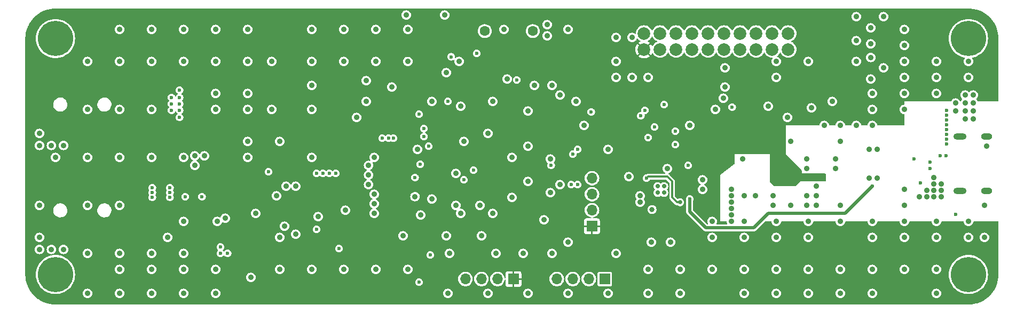
<source format=gbr>
%TF.GenerationSoftware,KiCad,Pcbnew,7.0.8*%
%TF.CreationDate,2024-02-04T20:23:02+01:00*%
%TF.ProjectId,schneidbrett,7363686e-6569-4646-9272-6574742e6b69,rev?*%
%TF.SameCoordinates,Original*%
%TF.FileFunction,Copper,L3,Inr*%
%TF.FilePolarity,Positive*%
%FSLAX46Y46*%
G04 Gerber Fmt 4.6, Leading zero omitted, Abs format (unit mm)*
G04 Created by KiCad (PCBNEW 7.0.8) date 2024-02-04 20:23:02*
%MOMM*%
%LPD*%
G01*
G04 APERTURE LIST*
%TA.AperFunction,ComponentPad*%
%ADD10C,5.600000*%
%TD*%
%TA.AperFunction,ComponentPad*%
%ADD11R,1.700000X1.700000*%
%TD*%
%TA.AperFunction,ComponentPad*%
%ADD12O,1.700000X1.700000*%
%TD*%
%TA.AperFunction,ComponentPad*%
%ADD13O,2.100000X1.000000*%
%TD*%
%TA.AperFunction,ComponentPad*%
%ADD14O,1.800000X1.000000*%
%TD*%
%TA.AperFunction,ComponentPad*%
%ADD15C,2.000000*%
%TD*%
%TA.AperFunction,ComponentPad*%
%ADD16C,1.600000*%
%TD*%
%TA.AperFunction,ViaPad*%
%ADD17C,0.600000*%
%TD*%
%TA.AperFunction,ViaPad*%
%ADD18C,0.900000*%
%TD*%
%TA.AperFunction,ViaPad*%
%ADD19C,0.700000*%
%TD*%
%TA.AperFunction,ViaPad*%
%ADD20C,0.650000*%
%TD*%
%TA.AperFunction,ViaPad*%
%ADD21C,0.800000*%
%TD*%
%TA.AperFunction,Conductor*%
%ADD22C,0.500000*%
%TD*%
%TA.AperFunction,Conductor*%
%ADD23C,0.300000*%
%TD*%
G04 APERTURE END LIST*
D10*
%TO.N,GND*%
%TO.C,H4*%
X226060000Y-75100000D03*
%TD*%
%TO.N,GND*%
%TO.C,H3*%
X226060000Y-112565000D03*
%TD*%
D11*
%TO.N,+3.3V*%
%TO.C,J4*%
X166370000Y-104892000D03*
D12*
%TO.N,GND*%
X166370000Y-102352000D03*
%TO.N,MCU_UART_RX*%
X166370000Y-99812000D03*
%TO.N,MCU_UART_TX*%
X166370000Y-97272000D03*
%TD*%
D10*
%TO.N,GND*%
%TO.C,H2*%
X81280000Y-112565000D03*
%TD*%
D11*
%TO.N,+3.3V*%
%TO.C,J6*%
X153914000Y-113284000D03*
D12*
%TO.N,GND*%
X151374000Y-113284000D03*
%TO.N,MCU_I2C_SDA*%
X148834000Y-113284000D03*
%TO.N,MCU_I2C_SCL*%
X146294000Y-113284000D03*
%TD*%
D13*
%TO.N,/Connectors/USB_SHIELDING*%
%TO.C,J5*%
X224733000Y-99316000D03*
D14*
X228913000Y-99316000D03*
D13*
X224733000Y-90676000D03*
D14*
X228913000Y-90676000D03*
%TD*%
D15*
%TO.N,+3.3V*%
%TO.C,J7*%
X174625000Y-76835000D03*
%TO.N,Net-(J7-VAPP)*%
X174625000Y-74295000D03*
%TO.N,/Connectors/JTAG_NTRST_INNER*%
X177165000Y-76835000D03*
%TO.N,GND*%
X177165000Y-74295000D03*
%TO.N,JTAG_TDI*%
X179705000Y-76835000D03*
%TO.N,GND*%
X179705000Y-74295000D03*
%TO.N,JTAG_TMS*%
X182245000Y-76835000D03*
%TO.N,GND*%
X182245000Y-74295000D03*
%TO.N,JTAG_TCK*%
X184785000Y-76835000D03*
%TO.N,GND*%
X184785000Y-74295000D03*
%TO.N,unconnected-(J7-Pad11)*%
X187325000Y-76835000D03*
%TO.N,GND*%
X187325000Y-74295000D03*
%TO.N,JTAG_TDO*%
X189865000Y-76835000D03*
%TO.N,GND*%
X189865000Y-74295000D03*
%TO.N,/Connectors/JTAG_NSRST_INNER*%
X192405000Y-76835000D03*
%TO.N,GND*%
X192405000Y-74295000D03*
%TO.N,unconnected-(J7-Pad17)*%
X194945000Y-76835000D03*
%TO.N,GND*%
X194945000Y-74295000D03*
%TO.N,Net-(J7-VDD)*%
X197485000Y-76835000D03*
%TO.N,GND*%
X197485000Y-74295000D03*
%TD*%
D11*
%TO.N,GPIO_OPT_3*%
%TO.C,J1*%
X168402000Y-113284000D03*
D12*
%TO.N,GPIO_OPT_2*%
X165862000Y-113284000D03*
%TO.N,GPIO_OPT_1*%
X163322000Y-113284000D03*
%TO.N,GPIO_OPT_0*%
X160782000Y-113284000D03*
%TD*%
D16*
%TO.N,GND*%
%TO.C,SW_BOOT1*%
X156972000Y-73914000D03*
%TO.N,/Controller/MCU_BOOT0*%
X149352000Y-73914000D03*
%TD*%
D10*
%TO.N,GND*%
%TO.C,H1*%
X81280000Y-75100000D03*
%TD*%
D17*
%TO.N,+5V*%
X210820000Y-98552000D03*
X181864000Y-100584000D03*
%TO.N,GND*%
X134874000Y-90932000D03*
D18*
X220980000Y-81280000D03*
X121920000Y-93980000D03*
X149860000Y-90170000D03*
X138684000Y-92710000D03*
X140970000Y-85090000D03*
X161290000Y-98298000D03*
X163830000Y-85090000D03*
X130937000Y-95250000D03*
X91440000Y-101600000D03*
D17*
X222631000Y-89535000D03*
X218440000Y-98044000D03*
D18*
X127254000Y-102362000D03*
X106680000Y-78740000D03*
D17*
X222631000Y-91059000D03*
D18*
X208280000Y-71628000D03*
X201930000Y-98552000D03*
X101600000Y-104140000D03*
D17*
X100965000Y-87630000D03*
D18*
X221742000Y-99187000D03*
X215900000Y-101600000D03*
D17*
X175260000Y-90805000D03*
D18*
X195580000Y-106680000D03*
X116840000Y-111760000D03*
X220599000Y-98171000D03*
X106680000Y-73660000D03*
X115570000Y-86360000D03*
X204978000Y-94234000D03*
X121920000Y-86360000D03*
X132080000Y-73660000D03*
X178816000Y-107442000D03*
D17*
X96647000Y-99568000D03*
D18*
X195580000Y-78740000D03*
X121920000Y-82550000D03*
D17*
X99695000Y-84455000D03*
D18*
X101600000Y-109220000D03*
X162560000Y-107442000D03*
X220980000Y-104140000D03*
X137160000Y-73660000D03*
X86360000Y-93980000D03*
X210312000Y-92710000D03*
X215900000Y-83820000D03*
X195580000Y-115570000D03*
X187452000Y-82804000D03*
X156210000Y-115570000D03*
X210566000Y-81534000D03*
X200406000Y-94234000D03*
X221742000Y-98171000D03*
X106680000Y-83820000D03*
D17*
X100965000Y-83312000D03*
D18*
X190500000Y-104140000D03*
X210820000Y-104140000D03*
X197358000Y-87630000D03*
X185420000Y-111760000D03*
X195580000Y-111760000D03*
X175260000Y-111760000D03*
X168910000Y-115570000D03*
X200660000Y-78740000D03*
D17*
X222631000Y-90297000D03*
X99695000Y-86487000D03*
D18*
X175260000Y-115570000D03*
X115570000Y-78740000D03*
X145542000Y-85852000D03*
X194310000Y-85852000D03*
X121920000Y-111760000D03*
X101600000Y-78740000D03*
X226822000Y-86614000D03*
X226822000Y-87884000D03*
X137160000Y-111760000D03*
X96520000Y-93980000D03*
X111760000Y-83820000D03*
X204470000Y-85090000D03*
X121920000Y-73660000D03*
X103378000Y-95250000D03*
X208280000Y-78740000D03*
X101600000Y-93980000D03*
X220980000Y-106680000D03*
X205740000Y-111760000D03*
X101600000Y-115570000D03*
X208280000Y-75438000D03*
X157226000Y-82550000D03*
X226060000Y-106680000D03*
X190500000Y-100076000D03*
X91440000Y-111760000D03*
X172720000Y-81280000D03*
X212598000Y-79756000D03*
X200660000Y-111760000D03*
X173990000Y-100076000D03*
X82550000Y-92075000D03*
X91440000Y-93980000D03*
X153670000Y-100330000D03*
X101600000Y-73660000D03*
X82550000Y-108585000D03*
X103378000Y-93726000D03*
X224028000Y-86614000D03*
X187452000Y-79756000D03*
X86360000Y-86360000D03*
D17*
X100965000Y-84455000D03*
D18*
X119380000Y-98552000D03*
X215900000Y-86360000D03*
D17*
X134112000Y-90932000D03*
D18*
X78740000Y-92075000D03*
X226060000Y-104140000D03*
X91440000Y-86360000D03*
X200660000Y-104140000D03*
X143764000Y-109220000D03*
X226822000Y-84074000D03*
D17*
X96647000Y-98806000D03*
D18*
X132080000Y-111760000D03*
X220980000Y-83820000D03*
X175260000Y-81280000D03*
X86360000Y-101600000D03*
X197866000Y-101600000D03*
X117856000Y-98552000D03*
X152400000Y-73660000D03*
D17*
X100965000Y-85471000D03*
D18*
X183896000Y-97536000D03*
X132080000Y-78740000D03*
X116840000Y-106680000D03*
X111760000Y-78740000D03*
X119380000Y-106172000D03*
D17*
X99441000Y-100330000D03*
D18*
X200406000Y-100076000D03*
X204978000Y-95758000D03*
X159766000Y-99568000D03*
X170180000Y-74930000D03*
X86360000Y-109220000D03*
X80645000Y-108585000D03*
X190500000Y-106680000D03*
X137160000Y-78740000D03*
X178308000Y-95758000D03*
X211582000Y-92710000D03*
D17*
X217424000Y-94234000D03*
D18*
X170180000Y-81280000D03*
X127000000Y-78740000D03*
X215900000Y-104140000D03*
X185420000Y-104140000D03*
X111760000Y-91440000D03*
X156210000Y-92202000D03*
X205740000Y-88900000D03*
X143256000Y-106426000D03*
X111760000Y-73660000D03*
X208280000Y-88900000D03*
X205740000Y-115570000D03*
X205740000Y-91440000D03*
X220980000Y-111760000D03*
X173990000Y-101092000D03*
X127000000Y-73660000D03*
X225552000Y-85344000D03*
X111760000Y-86360000D03*
D19*
X177800000Y-99568000D03*
D18*
X86360000Y-115570000D03*
X158750000Y-103886000D03*
X146050000Y-91440000D03*
X106680000Y-86360000D03*
X152908000Y-81534000D03*
X210820000Y-106680000D03*
X180340000Y-111760000D03*
X219456000Y-99187000D03*
X201930000Y-100076000D03*
X96520000Y-109220000D03*
X117602000Y-104902000D03*
X220980000Y-78740000D03*
X201168000Y-86106000D03*
X161290000Y-84074000D03*
X181864000Y-88900000D03*
X116332000Y-100076000D03*
X108204000Y-103632000D03*
D19*
X177800000Y-98552000D03*
D18*
X106934000Y-104140000D03*
X78740000Y-106680000D03*
X200660000Y-115570000D03*
X172212000Y-97028000D03*
X106680000Y-111760000D03*
X91440000Y-115570000D03*
X192278000Y-100076000D03*
X131826000Y-102870000D03*
X225552000Y-87884000D03*
D19*
X176784000Y-98552000D03*
D18*
X226822000Y-85344000D03*
X80645000Y-92075000D03*
X138303000Y-100203000D03*
X201930000Y-101600000D03*
X143002000Y-71374000D03*
X215900000Y-76200000D03*
X159258000Y-72898000D03*
X172720000Y-74930000D03*
X195580000Y-81280000D03*
X131826000Y-101346000D03*
X130937000Y-96774000D03*
D17*
X224028000Y-102997000D03*
D18*
X215900000Y-73660000D03*
X183896000Y-99060000D03*
X113030000Y-102870000D03*
X190500000Y-115570000D03*
X122936000Y-103378000D03*
X180340000Y-115570000D03*
X218313000Y-100203000D03*
X96520000Y-86360000D03*
X215900000Y-111760000D03*
X159766000Y-94234000D03*
X190500000Y-111760000D03*
D17*
X222631000Y-88773000D03*
D18*
X150622000Y-102870000D03*
X197866000Y-91440000D03*
D19*
X176784000Y-99568000D03*
D18*
X78740000Y-101600000D03*
X215900000Y-78740000D03*
X96520000Y-78740000D03*
X210820000Y-86360000D03*
X215900000Y-99060000D03*
X185420000Y-106680000D03*
D17*
X99441000Y-99568000D03*
D18*
X136398000Y-106426000D03*
X156210000Y-97790000D03*
X228600000Y-101600000D03*
X203200000Y-88900000D03*
X145542000Y-102870000D03*
X121920000Y-78740000D03*
X144780000Y-96520000D03*
X104902000Y-93726000D03*
X212598000Y-71628000D03*
X200406000Y-95758000D03*
X151130000Y-109220000D03*
D17*
X222631000Y-91821000D03*
D18*
X224028000Y-85344000D03*
X162560000Y-115570000D03*
X116840000Y-91440000D03*
X215900000Y-106680000D03*
X148844000Y-106426000D03*
X221742000Y-100203000D03*
X200660000Y-106680000D03*
X211582000Y-97282000D03*
X127000000Y-111760000D03*
X220599000Y-100203000D03*
X226060000Y-81280000D03*
X195072000Y-100076000D03*
D17*
X222631000Y-88011000D03*
D18*
X155448000Y-109220000D03*
X175768000Y-107442000D03*
X210566000Y-78105000D03*
X149860000Y-115570000D03*
X78740000Y-108585000D03*
X156210000Y-86614000D03*
X86360000Y-78740000D03*
X210312000Y-97282000D03*
X185928000Y-86360000D03*
X131826000Y-99822000D03*
X160020000Y-82550000D03*
D17*
X222631000Y-87249000D03*
X222631000Y-86487000D03*
D18*
X81280000Y-93980000D03*
X130556000Y-85090000D03*
X225552000Y-84074000D03*
X145288000Y-78740000D03*
X210566000Y-73406000D03*
X220980000Y-115570000D03*
X195580000Y-104140000D03*
X210820000Y-88900000D03*
X106680000Y-115570000D03*
X129032000Y-87630000D03*
X160020000Y-109220000D03*
X220599000Y-99187000D03*
X136906000Y-71374000D03*
X190246000Y-94234000D03*
D17*
X99441000Y-98806000D03*
D18*
X131826000Y-93980000D03*
X143510000Y-115570000D03*
D17*
X99695000Y-85471000D03*
D18*
X228600000Y-106680000D03*
D17*
X133096000Y-90932000D03*
D18*
X205740000Y-104140000D03*
X210820000Y-83820000D03*
X195072000Y-101600000D03*
X148590000Y-101600000D03*
X96520000Y-115570000D03*
X134620000Y-82804000D03*
X165100000Y-88900000D03*
X225552000Y-86614000D03*
X153670000Y-93980000D03*
X210820000Y-111760000D03*
X210566000Y-75946000D03*
X96520000Y-73660000D03*
X210820000Y-115570000D03*
X96520000Y-111760000D03*
X200406000Y-101600000D03*
X205740000Y-101600000D03*
D17*
X100965000Y-86487000D03*
D18*
X187198000Y-84582000D03*
X91440000Y-109220000D03*
X101600000Y-111760000D03*
X168910000Y-92710000D03*
X220599000Y-97155000D03*
X170180000Y-109220000D03*
X139192000Y-103124000D03*
X150622000Y-85090000D03*
X78740000Y-90170000D03*
X215900000Y-81280000D03*
X99060000Y-106680000D03*
X130937000Y-98298000D03*
X226060000Y-78740000D03*
X219456000Y-100203000D03*
X111760000Y-93980000D03*
X162560000Y-73660000D03*
X91440000Y-73660000D03*
X159258000Y-74676000D03*
X170180000Y-78740000D03*
X130556000Y-81788000D03*
D17*
X96647000Y-100330000D03*
D18*
X91440000Y-78740000D03*
X144780000Y-101600000D03*
D17*
%TO.N,+3.3V*%
X139192000Y-107696000D03*
X151638000Y-107696000D03*
D18*
X161290000Y-94234000D03*
X150114000Y-78486000D03*
D17*
X107442000Y-106680000D03*
D18*
X194945000Y-90170000D03*
X141732000Y-78486000D03*
X188595000Y-92710000D03*
X188595000Y-90170000D03*
D17*
X128524000Y-107442000D03*
D18*
X189865000Y-91440000D03*
D17*
X146431000Y-81534000D03*
X143256000Y-112014000D03*
D18*
X193675000Y-91440000D03*
D17*
X146304000Y-107696000D03*
X151892000Y-110744000D03*
D18*
X178308000Y-82804000D03*
X129576000Y-77978000D03*
X187452000Y-90170000D03*
D17*
X124714000Y-106172000D03*
D18*
X129540000Y-73660000D03*
X193802000Y-83058000D03*
X194945000Y-92710000D03*
D17*
X133350000Y-92710000D03*
X157226000Y-107696000D03*
D18*
X119380000Y-75946000D03*
X180848000Y-82804000D03*
D17*
X162560000Y-92202000D03*
D18*
X192405000Y-90170000D03*
D17*
X157226000Y-106680000D03*
X126492000Y-107442000D03*
D18*
X193675000Y-92710000D03*
X192405000Y-92710000D03*
D17*
X127508000Y-107442000D03*
D18*
X183388000Y-82804000D03*
X156210000Y-85090000D03*
X129576000Y-75946000D03*
X151638000Y-78486000D03*
X187960000Y-93980000D03*
X138938000Y-78486000D03*
X161290000Y-96774000D03*
X189865000Y-90170000D03*
X191135000Y-90170000D03*
X192405000Y-91440000D03*
X168910000Y-104902000D03*
X189865000Y-92710000D03*
D17*
X137414000Y-81534000D03*
X107442000Y-105664000D03*
X143256000Y-110490000D03*
X139446000Y-99314000D03*
X145288000Y-107696000D03*
X132080000Y-85852000D03*
D18*
X193675000Y-90170000D03*
D17*
X108585000Y-106680000D03*
D18*
X166370000Y-107442000D03*
D17*
X133350000Y-93980000D03*
D18*
X194945000Y-91440000D03*
D17*
X138176000Y-107696000D03*
X133096000Y-85852000D03*
D18*
X191135000Y-91440000D03*
X191008000Y-83058000D03*
X119380000Y-77978000D03*
X191135000Y-92710000D03*
D17*
X144526000Y-85090000D03*
D18*
X119380000Y-73660000D03*
X188595000Y-91440000D03*
D17*
X108585000Y-105664000D03*
X175260000Y-91821000D03*
D18*
X140335000Y-78486000D03*
D17*
%TO.N,+3.3VA*%
X107442000Y-109220000D03*
X107442000Y-108204000D03*
D18*
X188468000Y-103124000D03*
D17*
X108585000Y-109220000D03*
D18*
X140970000Y-100584000D03*
X188468000Y-104140000D03*
X188468000Y-102108000D03*
X188468000Y-99060000D03*
X188468000Y-100076000D03*
X112268000Y-113030000D03*
X188468000Y-101092000D03*
D17*
%TO.N,USB+*%
X219964000Y-95758000D03*
X222504000Y-93726000D03*
%TO.N,+VCCIO_FTDI*%
X175006000Y-97282000D03*
D20*
X180340000Y-101092000D03*
D17*
%TO.N,USB-*%
X219964000Y-94742000D03*
X221615000Y-93726000D03*
D21*
%TO.N,/Peripherals/FTDI_CBUS2*%
X175895000Y-102235000D03*
D17*
X181610000Y-95250000D03*
%TO.N,JTAG_NTRST*%
X144039977Y-77999977D03*
X148082000Y-77470000D03*
%TO.N,JTAG_TDI*%
X177800000Y-85598000D03*
X174752000Y-86487000D03*
%TO.N,JTAG_TMS*%
X176276000Y-89154000D03*
X166243000Y-86741000D03*
%TO.N,JTAG_TCK*%
X179578000Y-89789000D03*
X179578000Y-91948000D03*
%TO.N,JTAG_TDO*%
X154432000Y-81661000D03*
X143510000Y-85090000D03*
X174117000Y-87376000D03*
X188595000Y-85979000D03*
%TO.N,GEN_SPI_DATA*%
X139123964Y-95062373D03*
X122682000Y-96520000D03*
%TO.N,GEN_SPI_CLK*%
X139700000Y-89408000D03*
X123698000Y-96520000D03*
%TO.N,GEN_SPI_CSEL*%
X139725233Y-90652767D03*
X124714000Y-96520000D03*
D18*
%TO.N,/Controller/MCU_BOOT0*%
X143256000Y-80518000D03*
D17*
%TO.N,Audio_Out_Left*%
X104521000Y-100203000D03*
X101854000Y-100203000D03*
%TO.N,GEN_REFCLK*%
X146050000Y-97536000D03*
X122682000Y-105410000D03*
X147574000Y-96012000D03*
X126238000Y-108458000D03*
%TO.N,GEN_WAVEFORM*%
X140462000Y-92202000D03*
X125730000Y-96520000D03*
%TO.N,MCU_UART_RTS*%
X163322000Y-93472000D03*
X163068000Y-98298000D03*
%TO.N,MCU_UART_CTS*%
X164084000Y-98298000D03*
X164084000Y-92710000D03*
%TO.N,JTAG_NSRST*%
X138303000Y-97155000D03*
X159893000Y-95250000D03*
%TO.N,Audio_Out_Right_MCU*%
X138938000Y-113792000D03*
X140716000Y-109474000D03*
%TO.N,Audio_Shutdown*%
X115062000Y-96266000D03*
X138938000Y-87122000D03*
D18*
%TO.N,/Connectors/USB_SHIELDING*%
X228913000Y-92143000D03*
%TD*%
D22*
%TO.N,+5V*%
X194310000Y-102870000D02*
X192024000Y-105156000D01*
X206502000Y-102870000D02*
X194310000Y-102870000D01*
X210820000Y-98552000D02*
X206502000Y-102870000D01*
X181864000Y-102616000D02*
X181864000Y-100584000D01*
X184404000Y-105156000D02*
X181864000Y-102616000D01*
X192024000Y-105156000D02*
X184404000Y-105156000D01*
D23*
%TO.N,+VCCIO_FTDI*%
X179070000Y-97790000D02*
X178308000Y-97028000D01*
X178308000Y-97028000D02*
X175260000Y-97028000D01*
X175260000Y-97028000D02*
X175006000Y-97282000D01*
X179070000Y-100330000D02*
X179070000Y-97790000D01*
X179832000Y-101092000D02*
X179070000Y-100330000D01*
X180340000Y-101092000D02*
X179832000Y-101092000D01*
%TD*%
%TA.AperFunction,Conductor*%
%TO.N,+3.3V*%
G36*
X203397039Y-96539685D02*
G01*
X203442794Y-96592489D01*
X203454000Y-96644000D01*
X203454000Y-97666000D01*
X203434315Y-97733039D01*
X203381511Y-97778794D01*
X203330000Y-97790000D01*
X199136000Y-97790000D01*
X199136000Y-96520000D01*
X199644000Y-96520000D01*
X203330000Y-96520000D01*
X203397039Y-96539685D01*
G37*
%TD.AperFunction*%
%TD*%
%TA.AperFunction,Conductor*%
%TO.N,+3.3V*%
G36*
X197104000Y-88900000D02*
G01*
X197104000Y-93472000D01*
X199607681Y-95975681D01*
X199641166Y-96037004D01*
X199644000Y-96063362D01*
X199644000Y-96520000D01*
X199136000Y-96520000D01*
X199136000Y-97790000D01*
X199389999Y-97790000D01*
X198664319Y-98515681D01*
X198602996Y-98549166D01*
X198576638Y-98552000D01*
X195377362Y-98552000D01*
X195310323Y-98532315D01*
X195289681Y-98515681D01*
X194600319Y-97826319D01*
X194566834Y-97764996D01*
X194564000Y-97738638D01*
X194564000Y-93472000D01*
X188976000Y-93472000D01*
X188976000Y-94935353D01*
X188956315Y-95002392D01*
X188928129Y-95033233D01*
X186690000Y-96774000D01*
X186436000Y-96774000D01*
X186436000Y-88646000D01*
X197104000Y-88646000D01*
X197104000Y-88900000D01*
G37*
%TD.AperFunction*%
%TD*%
%TA.AperFunction,Conductor*%
%TO.N,+3.3V*%
G36*
X175955617Y-74781375D02*
G01*
X175962062Y-74792538D01*
X176034432Y-74947734D01*
X176034434Y-74947736D01*
X176034435Y-74947739D01*
X176148268Y-75110310D01*
X176164953Y-75134139D01*
X176325861Y-75295047D01*
X176512266Y-75425568D01*
X176667453Y-75497933D01*
X176703246Y-75533727D01*
X176707657Y-75584153D01*
X176678623Y-75625617D01*
X176667456Y-75632065D01*
X176553406Y-75685248D01*
X176512260Y-75704435D01*
X176325860Y-75834953D01*
X176164953Y-75995860D01*
X176034434Y-76182261D01*
X176034430Y-76182269D01*
X176017514Y-76218545D01*
X175981721Y-76254338D01*
X175931295Y-76258749D01*
X175889830Y-76229715D01*
X175882681Y-76216996D01*
X175860483Y-76166391D01*
X175860484Y-76166391D01*
X175733590Y-75972166D01*
X175733583Y-75972156D01*
X175700527Y-75936248D01*
X175129676Y-76507099D01*
X175052925Y-76407075D01*
X174952898Y-76330322D01*
X175523203Y-75760018D01*
X175393348Y-75658948D01*
X175393344Y-75658946D01*
X175237529Y-75574623D01*
X175203936Y-75536758D01*
X175202541Y-75486158D01*
X175233997Y-75446500D01*
X175241469Y-75442478D01*
X175277734Y-75425568D01*
X175464139Y-75295047D01*
X175625047Y-75134139D01*
X175755568Y-74947734D01*
X175827934Y-74792544D01*
X175863726Y-74756753D01*
X175914153Y-74752342D01*
X175955617Y-74781375D01*
G37*
%TD.AperFunction*%
%TA.AperFunction,Conductor*%
G36*
X226474950Y-70338617D02*
G01*
X226478157Y-70338897D01*
X226772387Y-70377633D01*
X226888347Y-70392900D01*
X226891527Y-70393461D01*
X227295451Y-70483009D01*
X227298552Y-70483839D01*
X227693165Y-70608259D01*
X227696164Y-70609351D01*
X227899422Y-70693544D01*
X228078411Y-70767684D01*
X228081338Y-70769049D01*
X228448317Y-70960086D01*
X228451107Y-70961696D01*
X228496659Y-70990716D01*
X228800048Y-71183996D01*
X228802689Y-71185845D01*
X229047896Y-71374000D01*
X229130912Y-71437700D01*
X229133386Y-71439776D01*
X229438424Y-71719291D01*
X229440708Y-71721575D01*
X229720223Y-72026613D01*
X229722297Y-72029084D01*
X229931824Y-72302144D01*
X229974151Y-72357306D01*
X229976003Y-72359951D01*
X230198299Y-72708886D01*
X230199913Y-72711682D01*
X230390950Y-73078661D01*
X230392315Y-73081588D01*
X230550643Y-73463823D01*
X230551744Y-73466847D01*
X230672080Y-73848504D01*
X230676155Y-73861429D01*
X230676990Y-73864548D01*
X230766538Y-74268472D01*
X230767099Y-74271652D01*
X230821101Y-74681832D01*
X230821382Y-74685049D01*
X230839500Y-75100000D01*
X230839500Y-85016000D01*
X230822187Y-85063566D01*
X230778350Y-85088876D01*
X230765500Y-85090000D01*
X227580747Y-85090000D01*
X227533181Y-85072687D01*
X227510900Y-85040440D01*
X227502456Y-85016310D01*
X227502456Y-85016308D01*
X227412480Y-84873114D01*
X227412478Y-84873112D01*
X227412477Y-84873110D01*
X227300691Y-84761324D01*
X227279300Y-84715450D01*
X227292401Y-84666555D01*
X227300686Y-84656680D01*
X227412477Y-84544890D01*
X227502456Y-84401690D01*
X227558313Y-84242059D01*
X227577249Y-84074000D01*
X227558313Y-83905941D01*
X227556774Y-83901544D01*
X227502455Y-83746308D01*
X227412480Y-83603114D01*
X227412478Y-83603112D01*
X227412477Y-83603110D01*
X227292890Y-83483523D01*
X227292887Y-83483521D01*
X227292885Y-83483519D01*
X227149691Y-83393544D01*
X226990067Y-83337689D01*
X226990059Y-83337687D01*
X226822000Y-83318751D01*
X226653940Y-83337687D01*
X226653932Y-83337689D01*
X226494308Y-83393544D01*
X226351114Y-83483519D01*
X226351113Y-83483520D01*
X226351110Y-83483522D01*
X226351110Y-83483523D01*
X226239324Y-83595308D01*
X226193450Y-83616700D01*
X226144555Y-83603599D01*
X226134680Y-83595313D01*
X226022890Y-83483523D01*
X226022887Y-83483521D01*
X226022885Y-83483519D01*
X225879691Y-83393544D01*
X225720067Y-83337689D01*
X225720059Y-83337687D01*
X225552000Y-83318751D01*
X225383940Y-83337687D01*
X225383932Y-83337689D01*
X225224308Y-83393544D01*
X225081114Y-83483519D01*
X224961519Y-83603114D01*
X224871544Y-83746308D01*
X224815689Y-83905932D01*
X224815687Y-83905940D01*
X224796751Y-84074000D01*
X224815687Y-84242059D01*
X224815689Y-84242067D01*
X224871544Y-84401691D01*
X224961519Y-84544885D01*
X224961520Y-84544886D01*
X224961523Y-84544890D01*
X225073308Y-84656675D01*
X225094700Y-84702550D01*
X225081599Y-84751445D01*
X225073313Y-84761319D01*
X225005385Y-84829248D01*
X224961520Y-84873113D01*
X224961519Y-84873114D01*
X224871543Y-85016308D01*
X224871543Y-85016310D01*
X224863100Y-85040440D01*
X224831049Y-85079619D01*
X224793253Y-85090000D01*
X224786747Y-85090000D01*
X224739181Y-85072687D01*
X224716900Y-85040440D01*
X224708456Y-85016310D01*
X224708456Y-85016308D01*
X224618480Y-84873114D01*
X224618478Y-84873112D01*
X224618477Y-84873110D01*
X224498890Y-84753523D01*
X224498887Y-84753521D01*
X224498885Y-84753519D01*
X224355691Y-84663544D01*
X224196067Y-84607689D01*
X224196059Y-84607687D01*
X224028000Y-84588751D01*
X223859940Y-84607687D01*
X223859932Y-84607689D01*
X223700308Y-84663544D01*
X223557114Y-84753519D01*
X223437519Y-84873114D01*
X223347543Y-85016308D01*
X223347543Y-85016310D01*
X223339100Y-85040440D01*
X223307049Y-85079619D01*
X223269253Y-85090000D01*
X215900000Y-85090000D01*
X215900000Y-85538620D01*
X215882687Y-85586186D01*
X215838850Y-85611496D01*
X215834286Y-85612155D01*
X215731940Y-85623687D01*
X215731932Y-85623689D01*
X215572308Y-85679544D01*
X215429114Y-85769519D01*
X215309519Y-85889114D01*
X215219544Y-86032308D01*
X215163689Y-86191932D01*
X215163687Y-86191940D01*
X215144751Y-86360000D01*
X215163687Y-86528059D01*
X215163689Y-86528067D01*
X215219544Y-86687691D01*
X215309519Y-86830885D01*
X215309521Y-86830887D01*
X215309523Y-86830890D01*
X215429110Y-86950477D01*
X215429112Y-86950478D01*
X215429114Y-86950480D01*
X215570825Y-87039523D01*
X215572310Y-87040456D01*
X215665770Y-87073159D01*
X215722115Y-87092875D01*
X215731941Y-87096313D01*
X215834287Y-87107844D01*
X215879614Y-87130374D01*
X215899856Y-87176770D01*
X215900000Y-87181379D01*
X215900000Y-88826000D01*
X215882687Y-88873566D01*
X215838850Y-88898876D01*
X215826000Y-88900000D01*
X211641379Y-88900000D01*
X211593813Y-88882687D01*
X211568503Y-88838850D01*
X211567847Y-88834307D01*
X211556313Y-88731941D01*
X211554135Y-88725718D01*
X211500455Y-88572308D01*
X211410480Y-88429114D01*
X211410478Y-88429112D01*
X211410477Y-88429110D01*
X211290890Y-88309523D01*
X211290887Y-88309521D01*
X211290885Y-88309519D01*
X211147691Y-88219544D01*
X210988067Y-88163689D01*
X210988059Y-88163687D01*
X210820000Y-88144751D01*
X210651940Y-88163687D01*
X210651932Y-88163689D01*
X210492308Y-88219544D01*
X210349114Y-88309519D01*
X210229519Y-88429114D01*
X210139544Y-88572308D01*
X210083689Y-88731932D01*
X210083687Y-88731940D01*
X210083687Y-88731941D01*
X210072155Y-88834287D01*
X210049626Y-88879614D01*
X210003230Y-88899856D01*
X209998621Y-88900000D01*
X209101379Y-88900000D01*
X209053813Y-88882687D01*
X209028503Y-88838850D01*
X209027847Y-88834307D01*
X209016313Y-88731941D01*
X209014135Y-88725718D01*
X208960455Y-88572308D01*
X208870480Y-88429114D01*
X208870478Y-88429112D01*
X208870477Y-88429110D01*
X208750890Y-88309523D01*
X208750887Y-88309521D01*
X208750885Y-88309519D01*
X208607691Y-88219544D01*
X208448067Y-88163689D01*
X208448059Y-88163687D01*
X208280000Y-88144751D01*
X208111940Y-88163687D01*
X208111932Y-88163689D01*
X207952308Y-88219544D01*
X207809114Y-88309519D01*
X207689519Y-88429114D01*
X207599544Y-88572308D01*
X207543689Y-88731932D01*
X207543687Y-88731940D01*
X207543687Y-88731941D01*
X207532155Y-88834287D01*
X207509626Y-88879614D01*
X207463230Y-88899856D01*
X207458621Y-88900000D01*
X206561379Y-88900000D01*
X206513813Y-88882687D01*
X206488503Y-88838850D01*
X206487847Y-88834307D01*
X206476313Y-88731941D01*
X206474135Y-88725718D01*
X206420455Y-88572308D01*
X206330480Y-88429114D01*
X206330478Y-88429112D01*
X206330477Y-88429110D01*
X206210890Y-88309523D01*
X206210887Y-88309521D01*
X206210885Y-88309519D01*
X206067691Y-88219544D01*
X205908067Y-88163689D01*
X205908059Y-88163687D01*
X205740000Y-88144751D01*
X205571940Y-88163687D01*
X205571932Y-88163689D01*
X205412308Y-88219544D01*
X205269114Y-88309519D01*
X205149519Y-88429114D01*
X205059544Y-88572308D01*
X205003689Y-88731932D01*
X205003687Y-88731940D01*
X205003687Y-88731941D01*
X204992155Y-88834287D01*
X204969626Y-88879614D01*
X204923230Y-88899856D01*
X204918621Y-88900000D01*
X204021379Y-88900000D01*
X203973813Y-88882687D01*
X203948503Y-88838850D01*
X203947847Y-88834307D01*
X203936313Y-88731941D01*
X203934135Y-88725718D01*
X203880455Y-88572308D01*
X203790480Y-88429114D01*
X203790478Y-88429112D01*
X203790477Y-88429110D01*
X203670890Y-88309523D01*
X203670887Y-88309521D01*
X203670885Y-88309519D01*
X203527691Y-88219544D01*
X203368067Y-88163689D01*
X203368059Y-88163687D01*
X203200000Y-88144751D01*
X203031940Y-88163687D01*
X203031932Y-88163689D01*
X202872308Y-88219544D01*
X202729114Y-88309519D01*
X202609519Y-88429114D01*
X202519544Y-88572308D01*
X202463689Y-88731932D01*
X202463687Y-88731940D01*
X202463687Y-88731941D01*
X202452155Y-88834287D01*
X202429626Y-88879614D01*
X202383230Y-88899856D01*
X202378621Y-88900000D01*
X197104000Y-88900000D01*
X197104000Y-88646000D01*
X186436000Y-88646000D01*
X186436000Y-96774000D01*
X186690000Y-96774000D01*
X186690000Y-104140000D01*
X187646621Y-104140000D01*
X187694187Y-104157313D01*
X187719497Y-104201150D01*
X187720152Y-104205692D01*
X187724328Y-104242745D01*
X187731687Y-104308059D01*
X187731689Y-104308067D01*
X187787543Y-104467690D01*
X187802900Y-104492130D01*
X187813547Y-104541616D01*
X187789894Y-104586369D01*
X187743009Y-104605448D01*
X187740242Y-104605500D01*
X186147758Y-104605500D01*
X186100192Y-104588187D01*
X186074882Y-104544350D01*
X186083672Y-104494500D01*
X186085100Y-104492130D01*
X186100456Y-104467690D01*
X186156310Y-104308067D01*
X186156313Y-104308059D01*
X186175249Y-104140000D01*
X186156313Y-103971941D01*
X186100456Y-103812310D01*
X186095521Y-103804456D01*
X186010480Y-103669114D01*
X186010478Y-103669112D01*
X186010477Y-103669110D01*
X185890890Y-103549523D01*
X185890887Y-103549521D01*
X185890885Y-103549519D01*
X185747691Y-103459544D01*
X185588067Y-103403689D01*
X185588059Y-103403687D01*
X185420000Y-103384751D01*
X185251940Y-103403687D01*
X185251932Y-103403689D01*
X185092308Y-103459544D01*
X184949114Y-103549519D01*
X184829519Y-103669114D01*
X184739544Y-103812308D01*
X184683689Y-103971932D01*
X184683687Y-103971940D01*
X184664751Y-104140000D01*
X184683687Y-104308059D01*
X184683689Y-104308067D01*
X184739543Y-104467690D01*
X184754900Y-104492130D01*
X184765547Y-104541616D01*
X184741894Y-104586369D01*
X184695009Y-104605448D01*
X184692242Y-104605500D01*
X184662676Y-104605500D01*
X184615110Y-104588187D01*
X184610350Y-104583826D01*
X182436174Y-102409649D01*
X182414782Y-102363773D01*
X182414500Y-102357323D01*
X182414500Y-100838877D01*
X182420133Y-100810558D01*
X182420910Y-100808682D01*
X182449044Y-100740762D01*
X182469682Y-100584000D01*
X182449044Y-100427238D01*
X182388536Y-100281159D01*
X182340456Y-100218500D01*
X182292284Y-100155720D01*
X182292279Y-100155715D01*
X182166841Y-100059464D01*
X182020761Y-99998955D01*
X181864000Y-99978318D01*
X181707239Y-99998955D01*
X181707238Y-99998955D01*
X181561158Y-100059464D01*
X181435720Y-100155715D01*
X181435715Y-100155720D01*
X181339464Y-100281158D01*
X181278955Y-100427238D01*
X181278955Y-100427239D01*
X181258318Y-100584000D01*
X181278955Y-100740760D01*
X181278955Y-100740761D01*
X181288710Y-100764310D01*
X181300791Y-100793477D01*
X181307867Y-100810558D01*
X181313500Y-100838877D01*
X181313500Y-102606603D01*
X181311237Y-102672824D01*
X181322019Y-102717066D01*
X181322726Y-102720790D01*
X181326035Y-102744857D01*
X181328930Y-102765920D01*
X181330437Y-102769389D01*
X181337783Y-102786302D01*
X181341805Y-102798261D01*
X181346063Y-102815732D01*
X181347067Y-102819852D01*
X181369391Y-102859557D01*
X181371072Y-102862941D01*
X181389217Y-102904716D01*
X181389219Y-102904719D01*
X181403243Y-102921957D01*
X181410343Y-102932389D01*
X181421233Y-102951758D01*
X181453441Y-102983966D01*
X181455981Y-102986781D01*
X181484722Y-103022108D01*
X181502875Y-103034922D01*
X181512526Y-103043051D01*
X184008079Y-105538603D01*
X184053320Y-105587044D01*
X184092241Y-105610711D01*
X184095366Y-105612839D01*
X184131655Y-105640359D01*
X184131660Y-105640362D01*
X184152330Y-105648513D01*
X184163632Y-105654126D01*
X184182618Y-105665672D01*
X184220366Y-105676248D01*
X184226472Y-105677959D01*
X184230052Y-105679162D01*
X184272435Y-105695876D01*
X184294546Y-105698148D01*
X184306934Y-105700503D01*
X184328335Y-105706500D01*
X184373885Y-105706500D01*
X184377667Y-105706693D01*
X184422971Y-105711351D01*
X184444867Y-105707576D01*
X184457440Y-105706500D01*
X192014603Y-105706500D01*
X192020283Y-105706694D01*
X192080822Y-105708762D01*
X192080822Y-105708761D01*
X192080826Y-105708762D01*
X192121767Y-105698784D01*
X192125071Y-105697979D01*
X192128795Y-105697271D01*
X192173920Y-105691070D01*
X192173921Y-105691069D01*
X192173923Y-105691069D01*
X192182930Y-105687155D01*
X192194297Y-105682217D01*
X192206263Y-105678194D01*
X192227845Y-105672935D01*
X192227846Y-105672934D01*
X192227852Y-105672933D01*
X192267558Y-105650606D01*
X192270933Y-105648930D01*
X192312720Y-105630780D01*
X192329953Y-105616758D01*
X192340380Y-105609661D01*
X192359759Y-105598766D01*
X192391976Y-105566547D01*
X192394761Y-105564033D01*
X192430108Y-105535278D01*
X192442926Y-105517117D01*
X192451046Y-105507477D01*
X193796850Y-104161674D01*
X193842727Y-104140282D01*
X193849176Y-104140000D01*
X194758621Y-104140000D01*
X194806187Y-104157313D01*
X194831497Y-104201150D01*
X194832152Y-104205692D01*
X194836328Y-104242745D01*
X194843687Y-104308059D01*
X194843689Y-104308067D01*
X194899544Y-104467691D01*
X194989519Y-104610885D01*
X194989521Y-104610887D01*
X194989523Y-104610890D01*
X195109110Y-104730477D01*
X195109112Y-104730478D01*
X195109114Y-104730480D01*
X195251761Y-104820111D01*
X195252310Y-104820456D01*
X195411941Y-104876313D01*
X195580000Y-104895249D01*
X195748059Y-104876313D01*
X195907690Y-104820456D01*
X196050890Y-104730477D01*
X196170477Y-104610890D01*
X196260456Y-104467690D01*
X196316313Y-104308059D01*
X196327844Y-104205712D01*
X196350374Y-104160386D01*
X196396770Y-104140144D01*
X196401379Y-104140000D01*
X199838621Y-104140000D01*
X199886187Y-104157313D01*
X199911497Y-104201150D01*
X199912152Y-104205692D01*
X199916328Y-104242745D01*
X199923687Y-104308059D01*
X199923689Y-104308067D01*
X199979544Y-104467691D01*
X200069519Y-104610885D01*
X200069521Y-104610887D01*
X200069523Y-104610890D01*
X200189110Y-104730477D01*
X200189112Y-104730478D01*
X200189114Y-104730480D01*
X200331761Y-104820111D01*
X200332310Y-104820456D01*
X200491941Y-104876313D01*
X200660000Y-104895249D01*
X200828059Y-104876313D01*
X200987690Y-104820456D01*
X201130890Y-104730477D01*
X201250477Y-104610890D01*
X201340456Y-104467690D01*
X201396313Y-104308059D01*
X201407844Y-104205712D01*
X201430374Y-104160386D01*
X201476770Y-104140144D01*
X201481379Y-104140000D01*
X204918621Y-104140000D01*
X204966187Y-104157313D01*
X204991497Y-104201150D01*
X204992152Y-104205692D01*
X204996328Y-104242745D01*
X205003687Y-104308059D01*
X205003689Y-104308067D01*
X205059544Y-104467691D01*
X205149519Y-104610885D01*
X205149521Y-104610887D01*
X205149523Y-104610890D01*
X205269110Y-104730477D01*
X205269112Y-104730478D01*
X205269114Y-104730480D01*
X205411761Y-104820111D01*
X205412310Y-104820456D01*
X205571941Y-104876313D01*
X205740000Y-104895249D01*
X205908059Y-104876313D01*
X206067690Y-104820456D01*
X206210890Y-104730477D01*
X206330477Y-104610890D01*
X206420456Y-104467690D01*
X206476313Y-104308059D01*
X206487844Y-104205712D01*
X206510374Y-104160386D01*
X206556770Y-104140144D01*
X206561379Y-104140000D01*
X209998621Y-104140000D01*
X210046187Y-104157313D01*
X210071497Y-104201150D01*
X210072152Y-104205692D01*
X210076328Y-104242745D01*
X210083687Y-104308059D01*
X210083689Y-104308067D01*
X210139544Y-104467691D01*
X210229519Y-104610885D01*
X210229521Y-104610887D01*
X210229523Y-104610890D01*
X210349110Y-104730477D01*
X210349112Y-104730478D01*
X210349114Y-104730480D01*
X210491761Y-104820111D01*
X210492310Y-104820456D01*
X210651941Y-104876313D01*
X210820000Y-104895249D01*
X210988059Y-104876313D01*
X211147690Y-104820456D01*
X211290890Y-104730477D01*
X211410477Y-104610890D01*
X211500456Y-104467690D01*
X211556313Y-104308059D01*
X211567844Y-104205712D01*
X211590374Y-104160386D01*
X211636770Y-104140144D01*
X211641379Y-104140000D01*
X215078621Y-104140000D01*
X215126187Y-104157313D01*
X215151497Y-104201150D01*
X215152152Y-104205692D01*
X215156328Y-104242745D01*
X215163687Y-104308059D01*
X215163689Y-104308067D01*
X215219544Y-104467691D01*
X215309519Y-104610885D01*
X215309521Y-104610887D01*
X215309523Y-104610890D01*
X215429110Y-104730477D01*
X215429112Y-104730478D01*
X215429114Y-104730480D01*
X215571761Y-104820111D01*
X215572310Y-104820456D01*
X215731941Y-104876313D01*
X215900000Y-104895249D01*
X216068059Y-104876313D01*
X216227690Y-104820456D01*
X216370890Y-104730477D01*
X216490477Y-104610890D01*
X216580456Y-104467690D01*
X216636313Y-104308059D01*
X216647844Y-104205712D01*
X216670374Y-104160386D01*
X216716770Y-104140144D01*
X216721379Y-104140000D01*
X220158621Y-104140000D01*
X220206187Y-104157313D01*
X220231497Y-104201150D01*
X220232152Y-104205692D01*
X220236328Y-104242745D01*
X220243687Y-104308059D01*
X220243689Y-104308067D01*
X220299544Y-104467691D01*
X220389519Y-104610885D01*
X220389521Y-104610887D01*
X220389523Y-104610890D01*
X220509110Y-104730477D01*
X220509112Y-104730478D01*
X220509114Y-104730480D01*
X220651761Y-104820111D01*
X220652310Y-104820456D01*
X220811941Y-104876313D01*
X220980000Y-104895249D01*
X221148059Y-104876313D01*
X221307690Y-104820456D01*
X221450890Y-104730477D01*
X221570477Y-104610890D01*
X221660456Y-104467690D01*
X221716313Y-104308059D01*
X221727844Y-104205712D01*
X221750374Y-104160386D01*
X221796770Y-104140144D01*
X221801379Y-104140000D01*
X225238621Y-104140000D01*
X225286187Y-104157313D01*
X225311497Y-104201150D01*
X225312152Y-104205692D01*
X225316328Y-104242745D01*
X225323687Y-104308059D01*
X225323689Y-104308067D01*
X225379544Y-104467691D01*
X225469519Y-104610885D01*
X225469521Y-104610887D01*
X225469523Y-104610890D01*
X225589110Y-104730477D01*
X225589112Y-104730478D01*
X225589114Y-104730480D01*
X225731761Y-104820111D01*
X225732310Y-104820456D01*
X225891941Y-104876313D01*
X226060000Y-104895249D01*
X226228059Y-104876313D01*
X226387690Y-104820456D01*
X226530890Y-104730477D01*
X226650477Y-104610890D01*
X226740456Y-104467690D01*
X226796313Y-104308059D01*
X226807844Y-104205712D01*
X226830374Y-104160386D01*
X226876770Y-104140144D01*
X226881379Y-104140000D01*
X230765500Y-104140000D01*
X230813066Y-104157313D01*
X230838376Y-104201150D01*
X230839500Y-104214000D01*
X230839500Y-112565000D01*
X230821382Y-112979950D01*
X230821101Y-112983167D01*
X230767099Y-113393347D01*
X230766538Y-113396527D01*
X230676990Y-113800451D01*
X230676155Y-113803570D01*
X230641849Y-113912376D01*
X230557826Y-114178865D01*
X230551748Y-114198141D01*
X230550643Y-114201176D01*
X230392315Y-114583411D01*
X230390950Y-114586338D01*
X230199913Y-114953317D01*
X230198299Y-114956113D01*
X229976003Y-115305048D01*
X229974151Y-115307693D01*
X229722299Y-115635912D01*
X229720223Y-115638386D01*
X229440708Y-115943424D01*
X229438424Y-115945708D01*
X229133386Y-116225223D01*
X229130912Y-116227299D01*
X228802693Y-116479151D01*
X228800048Y-116481003D01*
X228451113Y-116703299D01*
X228448317Y-116704913D01*
X228081338Y-116895950D01*
X228078411Y-116897315D01*
X227696176Y-117055643D01*
X227693144Y-117056746D01*
X227495855Y-117118951D01*
X227298570Y-117181155D01*
X227295451Y-117181990D01*
X226891527Y-117271538D01*
X226888347Y-117272099D01*
X226478167Y-117326101D01*
X226474950Y-117326382D01*
X226060000Y-117344500D01*
X81280000Y-117344500D01*
X80865049Y-117326382D01*
X80861832Y-117326101D01*
X80451652Y-117272099D01*
X80448472Y-117271538D01*
X80044548Y-117181990D01*
X80041429Y-117181155D01*
X79646847Y-117056744D01*
X79643823Y-117055643D01*
X79261588Y-116897315D01*
X79258661Y-116895950D01*
X78891682Y-116704913D01*
X78888886Y-116703299D01*
X78539951Y-116481003D01*
X78537306Y-116479151D01*
X78209084Y-116227297D01*
X78206613Y-116225223D01*
X77901575Y-115945708D01*
X77899291Y-115943424D01*
X77619776Y-115638386D01*
X77617700Y-115635912D01*
X77584410Y-115592528D01*
X77365845Y-115307689D01*
X77363996Y-115305048D01*
X77232799Y-115099110D01*
X77141696Y-114956107D01*
X77140086Y-114953317D01*
X76949049Y-114586338D01*
X76947684Y-114583411D01*
X76869773Y-114395319D01*
X76789351Y-114201164D01*
X76788259Y-114198165D01*
X76663839Y-113803552D01*
X76663009Y-113800451D01*
X76573461Y-113396527D01*
X76572900Y-113393347D01*
X76551539Y-113231097D01*
X76518897Y-112983157D01*
X76518617Y-112979950D01*
X76500500Y-112565000D01*
X78174615Y-112565000D01*
X78194141Y-112912699D01*
X78252471Y-113256008D01*
X78296548Y-113409000D01*
X78348879Y-113590644D01*
X78364717Y-113628881D01*
X78482140Y-113912367D01*
X78482144Y-113912374D01*
X78482145Y-113912376D01*
X78650595Y-114217164D01*
X78852112Y-114501176D01*
X78852117Y-114501181D01*
X78852118Y-114501183D01*
X79084157Y-114760835D01*
X79084164Y-114760842D01*
X79343816Y-114992881D01*
X79343824Y-114992888D01*
X79627836Y-115194405D01*
X79932624Y-115362855D01*
X79932627Y-115362856D01*
X79932632Y-115362859D01*
X80085573Y-115426208D01*
X80254356Y-115496121D01*
X80588987Y-115592527D01*
X80588990Y-115592527D01*
X80588992Y-115592528D01*
X80588990Y-115592528D01*
X80932300Y-115650858D01*
X80932301Y-115650858D01*
X80932307Y-115650859D01*
X81280000Y-115670385D01*
X81627693Y-115650859D01*
X81627699Y-115650858D01*
X81971008Y-115592528D01*
X81971009Y-115592527D01*
X81971013Y-115592527D01*
X82049206Y-115570000D01*
X85604751Y-115570000D01*
X85623687Y-115738059D01*
X85623689Y-115738067D01*
X85679544Y-115897691D01*
X85769519Y-116040885D01*
X85769521Y-116040887D01*
X85769523Y-116040890D01*
X85889110Y-116160477D01*
X85889112Y-116160478D01*
X85889114Y-116160480D01*
X85992152Y-116225223D01*
X86032310Y-116250456D01*
X86191941Y-116306313D01*
X86360000Y-116325249D01*
X86528059Y-116306313D01*
X86687690Y-116250456D01*
X86830890Y-116160477D01*
X86950477Y-116040890D01*
X87040456Y-115897690D01*
X87096313Y-115738059D01*
X87115249Y-115570000D01*
X90684751Y-115570000D01*
X90703687Y-115738059D01*
X90703689Y-115738067D01*
X90759544Y-115897691D01*
X90849519Y-116040885D01*
X90849521Y-116040887D01*
X90849523Y-116040890D01*
X90969110Y-116160477D01*
X90969112Y-116160478D01*
X90969114Y-116160480D01*
X91072152Y-116225223D01*
X91112310Y-116250456D01*
X91271941Y-116306313D01*
X91440000Y-116325249D01*
X91608059Y-116306313D01*
X91767690Y-116250456D01*
X91910890Y-116160477D01*
X92030477Y-116040890D01*
X92120456Y-115897690D01*
X92176313Y-115738059D01*
X92195249Y-115570000D01*
X95764751Y-115570000D01*
X95783687Y-115738059D01*
X95783689Y-115738067D01*
X95839544Y-115897691D01*
X95929519Y-116040885D01*
X95929521Y-116040887D01*
X95929523Y-116040890D01*
X96049110Y-116160477D01*
X96049112Y-116160478D01*
X96049114Y-116160480D01*
X96152152Y-116225223D01*
X96192310Y-116250456D01*
X96351941Y-116306313D01*
X96520000Y-116325249D01*
X96688059Y-116306313D01*
X96847690Y-116250456D01*
X96990890Y-116160477D01*
X97110477Y-116040890D01*
X97200456Y-115897690D01*
X97256313Y-115738059D01*
X97275249Y-115570000D01*
X100844751Y-115570000D01*
X100863687Y-115738059D01*
X100863689Y-115738067D01*
X100919544Y-115897691D01*
X101009519Y-116040885D01*
X101009521Y-116040887D01*
X101009523Y-116040890D01*
X101129110Y-116160477D01*
X101129112Y-116160478D01*
X101129114Y-116160480D01*
X101232152Y-116225223D01*
X101272310Y-116250456D01*
X101431941Y-116306313D01*
X101600000Y-116325249D01*
X101768059Y-116306313D01*
X101927690Y-116250456D01*
X102070890Y-116160477D01*
X102190477Y-116040890D01*
X102280456Y-115897690D01*
X102336313Y-115738059D01*
X102355249Y-115570000D01*
X105924751Y-115570000D01*
X105943687Y-115738059D01*
X105943689Y-115738067D01*
X105999544Y-115897691D01*
X106089519Y-116040885D01*
X106089521Y-116040887D01*
X106089523Y-116040890D01*
X106209110Y-116160477D01*
X106209112Y-116160478D01*
X106209114Y-116160480D01*
X106312152Y-116225223D01*
X106352310Y-116250456D01*
X106511941Y-116306313D01*
X106680000Y-116325249D01*
X106848059Y-116306313D01*
X107007690Y-116250456D01*
X107150890Y-116160477D01*
X107270477Y-116040890D01*
X107360456Y-115897690D01*
X107416313Y-115738059D01*
X107435249Y-115570000D01*
X142754751Y-115570000D01*
X142773687Y-115738059D01*
X142773689Y-115738067D01*
X142829544Y-115897691D01*
X142919519Y-116040885D01*
X142919521Y-116040887D01*
X142919523Y-116040890D01*
X143039110Y-116160477D01*
X143039112Y-116160478D01*
X143039114Y-116160480D01*
X143142152Y-116225223D01*
X143182310Y-116250456D01*
X143341941Y-116306313D01*
X143510000Y-116325249D01*
X143678059Y-116306313D01*
X143837690Y-116250456D01*
X143980890Y-116160477D01*
X144100477Y-116040890D01*
X144190456Y-115897690D01*
X144246313Y-115738059D01*
X144265249Y-115570000D01*
X149104751Y-115570000D01*
X149123687Y-115738059D01*
X149123689Y-115738067D01*
X149179544Y-115897691D01*
X149269519Y-116040885D01*
X149269521Y-116040887D01*
X149269523Y-116040890D01*
X149389110Y-116160477D01*
X149389112Y-116160478D01*
X149389114Y-116160480D01*
X149492152Y-116225223D01*
X149532310Y-116250456D01*
X149691941Y-116306313D01*
X149860000Y-116325249D01*
X150028059Y-116306313D01*
X150187690Y-116250456D01*
X150330890Y-116160477D01*
X150450477Y-116040890D01*
X150540456Y-115897690D01*
X150596313Y-115738059D01*
X150615249Y-115570000D01*
X155454751Y-115570000D01*
X155473687Y-115738059D01*
X155473689Y-115738067D01*
X155529544Y-115897691D01*
X155619519Y-116040885D01*
X155619521Y-116040887D01*
X155619523Y-116040890D01*
X155739110Y-116160477D01*
X155739112Y-116160478D01*
X155739114Y-116160480D01*
X155842152Y-116225223D01*
X155882310Y-116250456D01*
X156041941Y-116306313D01*
X156210000Y-116325249D01*
X156378059Y-116306313D01*
X156537690Y-116250456D01*
X156680890Y-116160477D01*
X156800477Y-116040890D01*
X156890456Y-115897690D01*
X156946313Y-115738059D01*
X156965249Y-115570000D01*
X161804751Y-115570000D01*
X161823687Y-115738059D01*
X161823689Y-115738067D01*
X161879544Y-115897691D01*
X161969519Y-116040885D01*
X161969521Y-116040887D01*
X161969523Y-116040890D01*
X162089110Y-116160477D01*
X162089112Y-116160478D01*
X162089114Y-116160480D01*
X162192152Y-116225223D01*
X162232310Y-116250456D01*
X162391941Y-116306313D01*
X162560000Y-116325249D01*
X162728059Y-116306313D01*
X162887690Y-116250456D01*
X163030890Y-116160477D01*
X163150477Y-116040890D01*
X163240456Y-115897690D01*
X163296313Y-115738059D01*
X163315249Y-115570000D01*
X168154751Y-115570000D01*
X168173687Y-115738059D01*
X168173689Y-115738067D01*
X168229544Y-115897691D01*
X168319519Y-116040885D01*
X168319521Y-116040887D01*
X168319523Y-116040890D01*
X168439110Y-116160477D01*
X168439112Y-116160478D01*
X168439114Y-116160480D01*
X168542152Y-116225223D01*
X168582310Y-116250456D01*
X168741941Y-116306313D01*
X168910000Y-116325249D01*
X169078059Y-116306313D01*
X169237690Y-116250456D01*
X169380890Y-116160477D01*
X169500477Y-116040890D01*
X169590456Y-115897690D01*
X169646313Y-115738059D01*
X169665249Y-115570000D01*
X174504751Y-115570000D01*
X174523687Y-115738059D01*
X174523689Y-115738067D01*
X174579544Y-115897691D01*
X174669519Y-116040885D01*
X174669521Y-116040887D01*
X174669523Y-116040890D01*
X174789110Y-116160477D01*
X174789112Y-116160478D01*
X174789114Y-116160480D01*
X174892152Y-116225223D01*
X174932310Y-116250456D01*
X175091941Y-116306313D01*
X175260000Y-116325249D01*
X175428059Y-116306313D01*
X175587690Y-116250456D01*
X175730890Y-116160477D01*
X175850477Y-116040890D01*
X175940456Y-115897690D01*
X175996313Y-115738059D01*
X176015249Y-115570000D01*
X179584751Y-115570000D01*
X179603687Y-115738059D01*
X179603689Y-115738067D01*
X179659544Y-115897691D01*
X179749519Y-116040885D01*
X179749521Y-116040887D01*
X179749523Y-116040890D01*
X179869110Y-116160477D01*
X179869112Y-116160478D01*
X179869114Y-116160480D01*
X179972152Y-116225223D01*
X180012310Y-116250456D01*
X180171941Y-116306313D01*
X180340000Y-116325249D01*
X180508059Y-116306313D01*
X180667690Y-116250456D01*
X180810890Y-116160477D01*
X180930477Y-116040890D01*
X181020456Y-115897690D01*
X181076313Y-115738059D01*
X181095249Y-115570000D01*
X189744751Y-115570000D01*
X189763687Y-115738059D01*
X189763689Y-115738067D01*
X189819544Y-115897691D01*
X189909519Y-116040885D01*
X189909521Y-116040887D01*
X189909523Y-116040890D01*
X190029110Y-116160477D01*
X190029112Y-116160478D01*
X190029114Y-116160480D01*
X190132152Y-116225223D01*
X190172310Y-116250456D01*
X190331941Y-116306313D01*
X190500000Y-116325249D01*
X190668059Y-116306313D01*
X190827690Y-116250456D01*
X190970890Y-116160477D01*
X191090477Y-116040890D01*
X191180456Y-115897690D01*
X191236313Y-115738059D01*
X191255249Y-115570000D01*
X194824751Y-115570000D01*
X194843687Y-115738059D01*
X194843689Y-115738067D01*
X194899544Y-115897691D01*
X194989519Y-116040885D01*
X194989521Y-116040887D01*
X194989523Y-116040890D01*
X195109110Y-116160477D01*
X195109112Y-116160478D01*
X195109114Y-116160480D01*
X195212152Y-116225223D01*
X195252310Y-116250456D01*
X195411941Y-116306313D01*
X195580000Y-116325249D01*
X195748059Y-116306313D01*
X195907690Y-116250456D01*
X196050890Y-116160477D01*
X196170477Y-116040890D01*
X196260456Y-115897690D01*
X196316313Y-115738059D01*
X196335249Y-115570000D01*
X199904751Y-115570000D01*
X199923687Y-115738059D01*
X199923689Y-115738067D01*
X199979544Y-115897691D01*
X200069519Y-116040885D01*
X200069521Y-116040887D01*
X200069523Y-116040890D01*
X200189110Y-116160477D01*
X200189112Y-116160478D01*
X200189114Y-116160480D01*
X200292152Y-116225223D01*
X200332310Y-116250456D01*
X200491941Y-116306313D01*
X200660000Y-116325249D01*
X200828059Y-116306313D01*
X200987690Y-116250456D01*
X201130890Y-116160477D01*
X201250477Y-116040890D01*
X201340456Y-115897690D01*
X201396313Y-115738059D01*
X201415249Y-115570000D01*
X204984751Y-115570000D01*
X205003687Y-115738059D01*
X205003689Y-115738067D01*
X205059544Y-115897691D01*
X205149519Y-116040885D01*
X205149521Y-116040887D01*
X205149523Y-116040890D01*
X205269110Y-116160477D01*
X205269112Y-116160478D01*
X205269114Y-116160480D01*
X205372152Y-116225223D01*
X205412310Y-116250456D01*
X205571941Y-116306313D01*
X205740000Y-116325249D01*
X205908059Y-116306313D01*
X206067690Y-116250456D01*
X206210890Y-116160477D01*
X206330477Y-116040890D01*
X206420456Y-115897690D01*
X206476313Y-115738059D01*
X206495249Y-115570000D01*
X210064751Y-115570000D01*
X210083687Y-115738059D01*
X210083689Y-115738067D01*
X210139544Y-115897691D01*
X210229519Y-116040885D01*
X210229521Y-116040887D01*
X210229523Y-116040890D01*
X210349110Y-116160477D01*
X210349112Y-116160478D01*
X210349114Y-116160480D01*
X210452152Y-116225223D01*
X210492310Y-116250456D01*
X210651941Y-116306313D01*
X210820000Y-116325249D01*
X210988059Y-116306313D01*
X211147690Y-116250456D01*
X211290890Y-116160477D01*
X211410477Y-116040890D01*
X211500456Y-115897690D01*
X211556313Y-115738059D01*
X211575249Y-115570000D01*
X220224751Y-115570000D01*
X220243687Y-115738059D01*
X220243689Y-115738067D01*
X220299544Y-115897691D01*
X220389519Y-116040885D01*
X220389521Y-116040887D01*
X220389523Y-116040890D01*
X220509110Y-116160477D01*
X220509112Y-116160478D01*
X220509114Y-116160480D01*
X220612152Y-116225223D01*
X220652310Y-116250456D01*
X220811941Y-116306313D01*
X220980000Y-116325249D01*
X221148059Y-116306313D01*
X221307690Y-116250456D01*
X221450890Y-116160477D01*
X221570477Y-116040890D01*
X221660456Y-115897690D01*
X221716313Y-115738059D01*
X221735249Y-115570000D01*
X221716313Y-115401941D01*
X221660456Y-115242310D01*
X221570477Y-115099110D01*
X221450890Y-114979523D01*
X221450887Y-114979521D01*
X221450885Y-114979519D01*
X221307691Y-114889544D01*
X221148067Y-114833689D01*
X221148059Y-114833687D01*
X220980000Y-114814751D01*
X220811940Y-114833687D01*
X220811932Y-114833689D01*
X220652308Y-114889544D01*
X220509114Y-114979519D01*
X220389519Y-115099114D01*
X220299544Y-115242308D01*
X220243689Y-115401932D01*
X220243687Y-115401940D01*
X220224751Y-115570000D01*
X211575249Y-115570000D01*
X211556313Y-115401941D01*
X211500456Y-115242310D01*
X211410477Y-115099110D01*
X211290890Y-114979523D01*
X211290887Y-114979521D01*
X211290885Y-114979519D01*
X211147691Y-114889544D01*
X210988067Y-114833689D01*
X210988059Y-114833687D01*
X210820000Y-114814751D01*
X210651940Y-114833687D01*
X210651932Y-114833689D01*
X210492308Y-114889544D01*
X210349114Y-114979519D01*
X210229519Y-115099114D01*
X210139544Y-115242308D01*
X210083689Y-115401932D01*
X210083687Y-115401940D01*
X210064751Y-115570000D01*
X206495249Y-115570000D01*
X206476313Y-115401941D01*
X206420456Y-115242310D01*
X206330477Y-115099110D01*
X206210890Y-114979523D01*
X206210887Y-114979521D01*
X206210885Y-114979519D01*
X206067691Y-114889544D01*
X205908067Y-114833689D01*
X205908059Y-114833687D01*
X205740000Y-114814751D01*
X205571940Y-114833687D01*
X205571932Y-114833689D01*
X205412308Y-114889544D01*
X205269114Y-114979519D01*
X205149519Y-115099114D01*
X205059544Y-115242308D01*
X205003689Y-115401932D01*
X205003687Y-115401940D01*
X204984751Y-115570000D01*
X201415249Y-115570000D01*
X201396313Y-115401941D01*
X201340456Y-115242310D01*
X201250477Y-115099110D01*
X201130890Y-114979523D01*
X201130887Y-114979521D01*
X201130885Y-114979519D01*
X200987691Y-114889544D01*
X200828067Y-114833689D01*
X200828059Y-114833687D01*
X200660000Y-114814751D01*
X200491940Y-114833687D01*
X200491932Y-114833689D01*
X200332308Y-114889544D01*
X200189114Y-114979519D01*
X200069519Y-115099114D01*
X199979544Y-115242308D01*
X199923689Y-115401932D01*
X199923687Y-115401940D01*
X199904751Y-115570000D01*
X196335249Y-115570000D01*
X196316313Y-115401941D01*
X196260456Y-115242310D01*
X196170477Y-115099110D01*
X196050890Y-114979523D01*
X196050887Y-114979521D01*
X196050885Y-114979519D01*
X195907691Y-114889544D01*
X195748067Y-114833689D01*
X195748059Y-114833687D01*
X195580000Y-114814751D01*
X195411940Y-114833687D01*
X195411932Y-114833689D01*
X195252308Y-114889544D01*
X195109114Y-114979519D01*
X194989519Y-115099114D01*
X194899544Y-115242308D01*
X194843689Y-115401932D01*
X194843687Y-115401940D01*
X194824751Y-115570000D01*
X191255249Y-115570000D01*
X191236313Y-115401941D01*
X191180456Y-115242310D01*
X191090477Y-115099110D01*
X190970890Y-114979523D01*
X190970887Y-114979521D01*
X190970885Y-114979519D01*
X190827691Y-114889544D01*
X190668067Y-114833689D01*
X190668059Y-114833687D01*
X190500000Y-114814751D01*
X190331940Y-114833687D01*
X190331932Y-114833689D01*
X190172308Y-114889544D01*
X190029114Y-114979519D01*
X189909519Y-115099114D01*
X189819544Y-115242308D01*
X189763689Y-115401932D01*
X189763687Y-115401940D01*
X189744751Y-115570000D01*
X181095249Y-115570000D01*
X181076313Y-115401941D01*
X181020456Y-115242310D01*
X180930477Y-115099110D01*
X180810890Y-114979523D01*
X180810887Y-114979521D01*
X180810885Y-114979519D01*
X180667691Y-114889544D01*
X180508067Y-114833689D01*
X180508059Y-114833687D01*
X180340000Y-114814751D01*
X180171940Y-114833687D01*
X180171932Y-114833689D01*
X180012308Y-114889544D01*
X179869114Y-114979519D01*
X179749519Y-115099114D01*
X179659544Y-115242308D01*
X179603689Y-115401932D01*
X179603687Y-115401940D01*
X179584751Y-115570000D01*
X176015249Y-115570000D01*
X175996313Y-115401941D01*
X175940456Y-115242310D01*
X175850477Y-115099110D01*
X175730890Y-114979523D01*
X175730887Y-114979521D01*
X175730885Y-114979519D01*
X175587691Y-114889544D01*
X175428067Y-114833689D01*
X175428059Y-114833687D01*
X175260000Y-114814751D01*
X175091940Y-114833687D01*
X175091932Y-114833689D01*
X174932308Y-114889544D01*
X174789114Y-114979519D01*
X174669519Y-115099114D01*
X174579544Y-115242308D01*
X174523689Y-115401932D01*
X174523687Y-115401940D01*
X174504751Y-115570000D01*
X169665249Y-115570000D01*
X169646313Y-115401941D01*
X169590456Y-115242310D01*
X169500477Y-115099110D01*
X169380890Y-114979523D01*
X169380887Y-114979521D01*
X169380885Y-114979519D01*
X169237691Y-114889544D01*
X169078067Y-114833689D01*
X169078059Y-114833687D01*
X168910000Y-114814751D01*
X168741940Y-114833687D01*
X168741932Y-114833689D01*
X168582308Y-114889544D01*
X168439114Y-114979519D01*
X168319519Y-115099114D01*
X168229544Y-115242308D01*
X168173689Y-115401932D01*
X168173687Y-115401940D01*
X168154751Y-115570000D01*
X163315249Y-115570000D01*
X163296313Y-115401941D01*
X163240456Y-115242310D01*
X163150477Y-115099110D01*
X163030890Y-114979523D01*
X163030887Y-114979521D01*
X163030885Y-114979519D01*
X162887691Y-114889544D01*
X162728067Y-114833689D01*
X162728059Y-114833687D01*
X162560000Y-114814751D01*
X162391940Y-114833687D01*
X162391932Y-114833689D01*
X162232308Y-114889544D01*
X162089114Y-114979519D01*
X161969519Y-115099114D01*
X161879544Y-115242308D01*
X161823689Y-115401932D01*
X161823687Y-115401940D01*
X161804751Y-115570000D01*
X156965249Y-115570000D01*
X156946313Y-115401941D01*
X156890456Y-115242310D01*
X156800477Y-115099110D01*
X156680890Y-114979523D01*
X156680887Y-114979521D01*
X156680885Y-114979519D01*
X156537691Y-114889544D01*
X156378067Y-114833689D01*
X156378059Y-114833687D01*
X156210000Y-114814751D01*
X156041940Y-114833687D01*
X156041932Y-114833689D01*
X155882308Y-114889544D01*
X155739114Y-114979519D01*
X155619519Y-115099114D01*
X155529544Y-115242308D01*
X155473689Y-115401932D01*
X155473687Y-115401940D01*
X155454751Y-115570000D01*
X150615249Y-115570000D01*
X150596313Y-115401941D01*
X150540456Y-115242310D01*
X150450477Y-115099110D01*
X150330890Y-114979523D01*
X150330887Y-114979521D01*
X150330885Y-114979519D01*
X150187691Y-114889544D01*
X150028067Y-114833689D01*
X150028059Y-114833687D01*
X149860000Y-114814751D01*
X149691940Y-114833687D01*
X149691932Y-114833689D01*
X149532308Y-114889544D01*
X149389114Y-114979519D01*
X149269519Y-115099114D01*
X149179544Y-115242308D01*
X149123689Y-115401932D01*
X149123687Y-115401940D01*
X149104751Y-115570000D01*
X144265249Y-115570000D01*
X144246313Y-115401941D01*
X144190456Y-115242310D01*
X144100477Y-115099110D01*
X143980890Y-114979523D01*
X143980887Y-114979521D01*
X143980885Y-114979519D01*
X143837691Y-114889544D01*
X143678067Y-114833689D01*
X143678059Y-114833687D01*
X143510000Y-114814751D01*
X143341940Y-114833687D01*
X143341932Y-114833689D01*
X143182308Y-114889544D01*
X143039114Y-114979519D01*
X142919519Y-115099114D01*
X142829544Y-115242308D01*
X142773689Y-115401932D01*
X142773687Y-115401940D01*
X142754751Y-115570000D01*
X107435249Y-115570000D01*
X107416313Y-115401941D01*
X107360456Y-115242310D01*
X107270477Y-115099110D01*
X107150890Y-114979523D01*
X107150887Y-114979521D01*
X107150885Y-114979519D01*
X107007691Y-114889544D01*
X106848067Y-114833689D01*
X106848059Y-114833687D01*
X106680000Y-114814751D01*
X106511940Y-114833687D01*
X106511932Y-114833689D01*
X106352308Y-114889544D01*
X106209114Y-114979519D01*
X106089519Y-115099114D01*
X105999544Y-115242308D01*
X105943689Y-115401932D01*
X105943687Y-115401940D01*
X105924751Y-115570000D01*
X102355249Y-115570000D01*
X102336313Y-115401941D01*
X102280456Y-115242310D01*
X102190477Y-115099110D01*
X102070890Y-114979523D01*
X102070887Y-114979521D01*
X102070885Y-114979519D01*
X101927691Y-114889544D01*
X101768067Y-114833689D01*
X101768059Y-114833687D01*
X101600000Y-114814751D01*
X101431940Y-114833687D01*
X101431932Y-114833689D01*
X101272308Y-114889544D01*
X101129114Y-114979519D01*
X101009519Y-115099114D01*
X100919544Y-115242308D01*
X100863689Y-115401932D01*
X100863687Y-115401940D01*
X100844751Y-115570000D01*
X97275249Y-115570000D01*
X97256313Y-115401941D01*
X97200456Y-115242310D01*
X97110477Y-115099110D01*
X96990890Y-114979523D01*
X96990887Y-114979521D01*
X96990885Y-114979519D01*
X96847691Y-114889544D01*
X96688067Y-114833689D01*
X96688059Y-114833687D01*
X96520000Y-114814751D01*
X96351940Y-114833687D01*
X96351932Y-114833689D01*
X96192308Y-114889544D01*
X96049114Y-114979519D01*
X95929519Y-115099114D01*
X95839544Y-115242308D01*
X95783689Y-115401932D01*
X95783687Y-115401940D01*
X95764751Y-115570000D01*
X92195249Y-115570000D01*
X92176313Y-115401941D01*
X92120456Y-115242310D01*
X92030477Y-115099110D01*
X91910890Y-114979523D01*
X91910887Y-114979521D01*
X91910885Y-114979519D01*
X91767691Y-114889544D01*
X91608067Y-114833689D01*
X91608059Y-114833687D01*
X91440000Y-114814751D01*
X91271940Y-114833687D01*
X91271932Y-114833689D01*
X91112308Y-114889544D01*
X90969114Y-114979519D01*
X90849519Y-115099114D01*
X90759544Y-115242308D01*
X90703689Y-115401932D01*
X90703687Y-115401940D01*
X90684751Y-115570000D01*
X87115249Y-115570000D01*
X87096313Y-115401941D01*
X87040456Y-115242310D01*
X86950477Y-115099110D01*
X86830890Y-114979523D01*
X86830887Y-114979521D01*
X86830885Y-114979519D01*
X86687691Y-114889544D01*
X86528067Y-114833689D01*
X86528059Y-114833687D01*
X86360000Y-114814751D01*
X86191940Y-114833687D01*
X86191932Y-114833689D01*
X86032308Y-114889544D01*
X85889114Y-114979519D01*
X85769519Y-115099114D01*
X85679544Y-115242308D01*
X85623689Y-115401932D01*
X85623687Y-115401940D01*
X85604751Y-115570000D01*
X82049206Y-115570000D01*
X82305644Y-115496121D01*
X82566734Y-115387973D01*
X82627367Y-115362859D01*
X82627368Y-115362858D01*
X82627376Y-115362855D01*
X82932164Y-115194405D01*
X83216176Y-114992888D01*
X83475839Y-114760839D01*
X83707888Y-114501176D01*
X83909405Y-114217164D01*
X84077855Y-113912376D01*
X84086190Y-113892255D01*
X84122924Y-113803570D01*
X84127716Y-113792000D01*
X138332318Y-113792000D01*
X138352955Y-113948760D01*
X138352955Y-113948761D01*
X138413464Y-114094841D01*
X138509715Y-114220279D01*
X138509720Y-114220284D01*
X138593345Y-114284451D01*
X138635159Y-114316536D01*
X138781238Y-114377044D01*
X138938000Y-114397682D01*
X139094762Y-114377044D01*
X139240841Y-114316536D01*
X139366282Y-114220282D01*
X139462536Y-114094841D01*
X139523044Y-113948762D01*
X139543682Y-113792000D01*
X139523044Y-113635238D01*
X139462536Y-113489159D01*
X139389017Y-113393347D01*
X139366284Y-113363720D01*
X139366279Y-113363715D01*
X139262395Y-113284003D01*
X145138571Y-113284003D01*
X145158242Y-113496303D01*
X145158243Y-113496309D01*
X145216593Y-113701383D01*
X145216596Y-113701393D01*
X145311632Y-113892252D01*
X145311634Y-113892255D01*
X145440128Y-114062407D01*
X145597698Y-114206052D01*
X145778981Y-114318298D01*
X145977802Y-114395321D01*
X146187390Y-114434500D01*
X146400610Y-114434500D01*
X146610198Y-114395321D01*
X146809019Y-114318298D01*
X146990302Y-114206052D01*
X147147872Y-114062407D01*
X147276366Y-113892255D01*
X147371405Y-113701389D01*
X147429756Y-113496310D01*
X147435684Y-113432341D01*
X147449429Y-113284003D01*
X147678571Y-113284003D01*
X147698242Y-113496303D01*
X147698243Y-113496309D01*
X147756593Y-113701383D01*
X147756596Y-113701393D01*
X147851632Y-113892252D01*
X147851634Y-113892255D01*
X147980128Y-114062407D01*
X148137698Y-114206052D01*
X148318981Y-114318298D01*
X148517802Y-114395321D01*
X148727390Y-114434500D01*
X148940610Y-114434500D01*
X149150198Y-114395321D01*
X149349019Y-114318298D01*
X149530302Y-114206052D01*
X149687872Y-114062407D01*
X149816366Y-113892255D01*
X149911405Y-113701389D01*
X149969756Y-113496310D01*
X149975684Y-113432341D01*
X149989429Y-113284003D01*
X150218571Y-113284003D01*
X150238242Y-113496303D01*
X150238243Y-113496309D01*
X150296593Y-113701383D01*
X150296596Y-113701393D01*
X150391632Y-113892252D01*
X150391634Y-113892255D01*
X150520128Y-114062407D01*
X150677698Y-114206052D01*
X150858981Y-114318298D01*
X151057802Y-114395321D01*
X151267390Y-114434500D01*
X151480610Y-114434500D01*
X151690198Y-114395321D01*
X151889019Y-114318298D01*
X152070302Y-114206052D01*
X152227872Y-114062407D01*
X152356366Y-113892255D01*
X152451405Y-113701389D01*
X152509756Y-113496310D01*
X152516316Y-113425513D01*
X152537943Y-113379748D01*
X152583928Y-113358591D01*
X152632755Y-113371942D01*
X152661576Y-113413555D01*
X152664000Y-113432341D01*
X152664000Y-114165481D01*
X152678834Y-114259148D01*
X152678835Y-114259149D01*
X152736360Y-114372046D01*
X152825953Y-114461639D01*
X152938850Y-114519164D01*
X153032518Y-114533999D01*
X153789000Y-114533999D01*
X153789000Y-113771169D01*
X153878237Y-113784000D01*
X153949763Y-113784000D01*
X154039000Y-113771169D01*
X154039000Y-114533999D01*
X154795481Y-114533999D01*
X154889148Y-114519165D01*
X154889149Y-114519164D01*
X155002046Y-114461639D01*
X155091639Y-114372046D01*
X155149164Y-114259149D01*
X155149164Y-114259148D01*
X155164000Y-114165481D01*
X155164000Y-113409000D01*
X154398405Y-113409000D01*
X154414000Y-113355889D01*
X154414000Y-113284003D01*
X159626571Y-113284003D01*
X159646242Y-113496303D01*
X159646243Y-113496309D01*
X159704593Y-113701383D01*
X159704596Y-113701393D01*
X159799632Y-113892252D01*
X159799634Y-113892255D01*
X159928128Y-114062407D01*
X160085698Y-114206052D01*
X160266981Y-114318298D01*
X160465802Y-114395321D01*
X160675390Y-114434500D01*
X160888610Y-114434500D01*
X161098198Y-114395321D01*
X161297019Y-114318298D01*
X161478302Y-114206052D01*
X161635872Y-114062407D01*
X161764366Y-113892255D01*
X161859405Y-113701389D01*
X161917756Y-113496310D01*
X161923684Y-113432341D01*
X161937429Y-113284003D01*
X162166571Y-113284003D01*
X162186242Y-113496303D01*
X162186243Y-113496309D01*
X162244593Y-113701383D01*
X162244596Y-113701393D01*
X162339632Y-113892252D01*
X162339634Y-113892255D01*
X162468128Y-114062407D01*
X162625698Y-114206052D01*
X162806981Y-114318298D01*
X163005802Y-114395321D01*
X163215390Y-114434500D01*
X163428610Y-114434500D01*
X163638198Y-114395321D01*
X163837019Y-114318298D01*
X164018302Y-114206052D01*
X164175872Y-114062407D01*
X164304366Y-113892255D01*
X164399405Y-113701389D01*
X164457756Y-113496310D01*
X164463684Y-113432341D01*
X164477429Y-113284003D01*
X164706571Y-113284003D01*
X164726242Y-113496303D01*
X164726243Y-113496309D01*
X164784593Y-113701383D01*
X164784596Y-113701393D01*
X164879632Y-113892252D01*
X164879634Y-113892255D01*
X165008128Y-114062407D01*
X165165698Y-114206052D01*
X165346981Y-114318298D01*
X165545802Y-114395321D01*
X165755390Y-114434500D01*
X165968610Y-114434500D01*
X166178198Y-114395321D01*
X166377019Y-114318298D01*
X166558302Y-114206052D01*
X166588127Y-114178863D01*
X167251500Y-114178863D01*
X167254414Y-114203986D01*
X167254415Y-114203992D01*
X167299794Y-114306765D01*
X167379235Y-114386206D01*
X167482009Y-114431585D01*
X167507135Y-114434500D01*
X169296864Y-114434499D01*
X169321991Y-114431585D01*
X169424765Y-114386206D01*
X169504206Y-114306765D01*
X169549585Y-114203991D01*
X169552500Y-114178865D01*
X169552499Y-112565000D01*
X222954615Y-112565000D01*
X222974141Y-112912699D01*
X223032471Y-113256008D01*
X223076548Y-113409000D01*
X223128879Y-113590644D01*
X223144717Y-113628881D01*
X223262140Y-113912367D01*
X223262144Y-113912374D01*
X223262145Y-113912376D01*
X223430595Y-114217164D01*
X223632112Y-114501176D01*
X223632117Y-114501181D01*
X223632118Y-114501183D01*
X223864157Y-114760835D01*
X223864164Y-114760842D01*
X224123816Y-114992881D01*
X224123824Y-114992888D01*
X224407836Y-115194405D01*
X224712624Y-115362855D01*
X224712627Y-115362856D01*
X224712632Y-115362859D01*
X224865573Y-115426208D01*
X225034356Y-115496121D01*
X225368987Y-115592527D01*
X225368990Y-115592527D01*
X225368992Y-115592528D01*
X225368990Y-115592528D01*
X225712300Y-115650858D01*
X225712301Y-115650858D01*
X225712307Y-115650859D01*
X226060000Y-115670385D01*
X226407693Y-115650859D01*
X226407699Y-115650858D01*
X226751008Y-115592528D01*
X226751009Y-115592527D01*
X226751013Y-115592527D01*
X227085644Y-115496121D01*
X227346734Y-115387973D01*
X227407367Y-115362859D01*
X227407368Y-115362858D01*
X227407376Y-115362855D01*
X227712164Y-115194405D01*
X227996176Y-114992888D01*
X228255839Y-114760839D01*
X228487888Y-114501176D01*
X228689405Y-114217164D01*
X228857855Y-113912376D01*
X228866190Y-113892255D01*
X228902924Y-113803570D01*
X228991121Y-113590644D01*
X229087527Y-113256013D01*
X229091761Y-113231097D01*
X229145858Y-112912699D01*
X229145858Y-112912698D01*
X229145859Y-112912693D01*
X229165385Y-112565000D01*
X229145859Y-112217307D01*
X229138277Y-112172680D01*
X229087528Y-111873991D01*
X229087527Y-111873987D01*
X228991121Y-111539356D01*
X228921208Y-111370573D01*
X228857859Y-111217632D01*
X228857855Y-111217625D01*
X228857855Y-111217624D01*
X228689405Y-110912836D01*
X228487888Y-110628824D01*
X228255839Y-110369161D01*
X227996176Y-110137112D01*
X227712164Y-109935595D01*
X227407376Y-109767145D01*
X227407374Y-109767144D01*
X227407367Y-109767140D01*
X227085646Y-109633880D01*
X227085647Y-109633880D01*
X227085644Y-109633879D01*
X226881652Y-109575109D01*
X226751007Y-109537471D01*
X226751009Y-109537471D01*
X226407699Y-109479141D01*
X226060000Y-109459615D01*
X225712300Y-109479141D01*
X225368991Y-109537471D01*
X225080537Y-109620574D01*
X225045176Y-109630762D01*
X225034353Y-109633880D01*
X224712632Y-109767140D01*
X224712625Y-109767144D01*
X224634220Y-109810477D01*
X224407836Y-109935595D01*
X224123824Y-110137112D01*
X224123816Y-110137118D01*
X223864164Y-110369157D01*
X223864157Y-110369164D01*
X223632118Y-110628816D01*
X223632113Y-110628822D01*
X223632112Y-110628824D01*
X223430595Y-110912836D01*
X223369330Y-111023687D01*
X223262144Y-111217625D01*
X223262140Y-111217632D01*
X223128880Y-111539353D01*
X223032471Y-111873991D01*
X222974141Y-112217300D01*
X222954615Y-112565000D01*
X169552499Y-112565000D01*
X169552499Y-112389136D01*
X169549585Y-112364009D01*
X169504206Y-112261235D01*
X169424765Y-112181794D01*
X169321991Y-112136415D01*
X169321990Y-112136414D01*
X169321988Y-112136414D01*
X169300659Y-112133940D01*
X169296865Y-112133500D01*
X169296864Y-112133500D01*
X167507136Y-112133500D01*
X167482013Y-112136414D01*
X167482007Y-112136415D01*
X167379234Y-112181794D01*
X167299794Y-112261234D01*
X167254414Y-112364011D01*
X167251500Y-112389135D01*
X167251500Y-114178863D01*
X166588127Y-114178863D01*
X166715872Y-114062407D01*
X166844366Y-113892255D01*
X166939405Y-113701389D01*
X166997756Y-113496310D01*
X167003684Y-113432341D01*
X167017429Y-113284003D01*
X167017429Y-113283996D01*
X166997757Y-113071696D01*
X166997756Y-113071690D01*
X166985894Y-113030000D01*
X166939405Y-112866611D01*
X166937079Y-112861940D01*
X166844367Y-112675747D01*
X166844363Y-112675741D01*
X166760734Y-112565000D01*
X166715872Y-112505593D01*
X166705692Y-112496313D01*
X166674094Y-112467507D01*
X166558302Y-112361948D01*
X166377019Y-112249702D01*
X166178198Y-112172679D01*
X166086150Y-112155472D01*
X165968613Y-112133500D01*
X165968610Y-112133500D01*
X165755390Y-112133500D01*
X165755386Y-112133500D01*
X165598670Y-112162796D01*
X165545802Y-112172679D01*
X165545800Y-112172679D01*
X165545798Y-112172680D01*
X165346986Y-112249700D01*
X165346981Y-112249702D01*
X165346976Y-112249704D01*
X165346976Y-112249705D01*
X165165700Y-112361946D01*
X165008130Y-112505590D01*
X164879636Y-112675741D01*
X164879632Y-112675747D01*
X164784596Y-112866606D01*
X164784593Y-112866616D01*
X164726243Y-113071690D01*
X164726242Y-113071696D01*
X164706571Y-113283996D01*
X164706571Y-113284003D01*
X164477429Y-113284003D01*
X164477429Y-113283996D01*
X164457757Y-113071696D01*
X164457756Y-113071690D01*
X164445894Y-113030000D01*
X164399405Y-112866611D01*
X164397079Y-112861940D01*
X164304367Y-112675747D01*
X164304363Y-112675741D01*
X164220734Y-112565000D01*
X164175872Y-112505593D01*
X164165692Y-112496313D01*
X164134094Y-112467507D01*
X164018302Y-112361948D01*
X163837019Y-112249702D01*
X163638198Y-112172679D01*
X163546150Y-112155472D01*
X163428613Y-112133500D01*
X163428610Y-112133500D01*
X163215390Y-112133500D01*
X163215386Y-112133500D01*
X163058670Y-112162796D01*
X163005802Y-112172679D01*
X163005800Y-112172679D01*
X163005798Y-112172680D01*
X162806986Y-112249700D01*
X162806981Y-112249702D01*
X162806976Y-112249704D01*
X162806976Y-112249705D01*
X162625700Y-112361946D01*
X162468130Y-112505590D01*
X162339636Y-112675741D01*
X162339632Y-112675747D01*
X162244596Y-112866606D01*
X162244593Y-112866616D01*
X162186243Y-113071690D01*
X162186242Y-113071696D01*
X162166571Y-113283996D01*
X162166571Y-113284003D01*
X161937429Y-113284003D01*
X161937429Y-113283996D01*
X161917757Y-113071696D01*
X161917756Y-113071690D01*
X161905894Y-113030000D01*
X161859405Y-112866611D01*
X161857079Y-112861940D01*
X161764367Y-112675747D01*
X161764363Y-112675741D01*
X161680734Y-112565000D01*
X161635872Y-112505593D01*
X161625692Y-112496313D01*
X161594094Y-112467507D01*
X161478302Y-112361948D01*
X161297019Y-112249702D01*
X161098198Y-112172679D01*
X161006150Y-112155472D01*
X160888613Y-112133500D01*
X160888610Y-112133500D01*
X160675390Y-112133500D01*
X160675386Y-112133500D01*
X160518670Y-112162796D01*
X160465802Y-112172679D01*
X160465800Y-112172679D01*
X160465798Y-112172680D01*
X160266986Y-112249700D01*
X160266981Y-112249702D01*
X160266976Y-112249704D01*
X160266976Y-112249705D01*
X160085700Y-112361946D01*
X159928130Y-112505590D01*
X159799636Y-112675741D01*
X159799632Y-112675747D01*
X159704596Y-112866606D01*
X159704593Y-112866616D01*
X159646243Y-113071690D01*
X159646242Y-113071696D01*
X159626571Y-113283996D01*
X159626571Y-113284003D01*
X154414000Y-113284003D01*
X154414000Y-113212111D01*
X154398405Y-113159000D01*
X155163999Y-113159000D01*
X155163999Y-112402517D01*
X155149165Y-112308851D01*
X155149164Y-112308850D01*
X155091639Y-112195953D01*
X155002046Y-112106360D01*
X154889149Y-112048835D01*
X154795482Y-112034000D01*
X154039000Y-112034000D01*
X154039000Y-112796830D01*
X153949763Y-112784000D01*
X153878237Y-112784000D01*
X153789000Y-112796830D01*
X153789000Y-112034000D01*
X153032518Y-112034000D01*
X152938851Y-112048834D01*
X152938850Y-112048835D01*
X152825953Y-112106360D01*
X152736360Y-112195953D01*
X152678835Y-112308850D01*
X152678835Y-112308851D01*
X152664000Y-112402518D01*
X152664000Y-113135656D01*
X152646687Y-113183222D01*
X152602850Y-113208532D01*
X152553000Y-113199742D01*
X152520463Y-113160965D01*
X152516316Y-113142483D01*
X152509757Y-113071697D01*
X152509756Y-113071690D01*
X152497894Y-113030000D01*
X152451405Y-112866611D01*
X152449079Y-112861940D01*
X152356367Y-112675747D01*
X152356363Y-112675741D01*
X152272734Y-112565000D01*
X152227872Y-112505593D01*
X152217692Y-112496313D01*
X152186094Y-112467507D01*
X152070302Y-112361948D01*
X151889019Y-112249702D01*
X151690198Y-112172679D01*
X151598150Y-112155472D01*
X151480613Y-112133500D01*
X151480610Y-112133500D01*
X151267390Y-112133500D01*
X151267386Y-112133500D01*
X151110670Y-112162796D01*
X151057802Y-112172679D01*
X151057800Y-112172679D01*
X151057798Y-112172680D01*
X150858986Y-112249700D01*
X150858981Y-112249702D01*
X150858976Y-112249704D01*
X150858976Y-112249705D01*
X150677700Y-112361946D01*
X150520130Y-112505590D01*
X150391636Y-112675741D01*
X150391632Y-112675747D01*
X150296596Y-112866606D01*
X150296593Y-112866616D01*
X150238243Y-113071690D01*
X150238242Y-113071696D01*
X150218571Y-113283996D01*
X150218571Y-113284003D01*
X149989429Y-113284003D01*
X149989429Y-113283996D01*
X149969757Y-113071696D01*
X149969756Y-113071690D01*
X149957894Y-113030000D01*
X149911405Y-112866611D01*
X149909079Y-112861940D01*
X149816367Y-112675747D01*
X149816363Y-112675741D01*
X149732734Y-112565000D01*
X149687872Y-112505593D01*
X149677692Y-112496313D01*
X149646094Y-112467507D01*
X149530302Y-112361948D01*
X149349019Y-112249702D01*
X149150198Y-112172679D01*
X149058150Y-112155472D01*
X148940613Y-112133500D01*
X148940610Y-112133500D01*
X148727390Y-112133500D01*
X148727386Y-112133500D01*
X148570670Y-112162796D01*
X148517802Y-112172679D01*
X148517800Y-112172679D01*
X148517798Y-112172680D01*
X148318986Y-112249700D01*
X148318981Y-112249702D01*
X148318976Y-112249704D01*
X148318976Y-112249705D01*
X148137700Y-112361946D01*
X147980130Y-112505590D01*
X147851636Y-112675741D01*
X147851632Y-112675747D01*
X147756596Y-112866606D01*
X147756593Y-112866616D01*
X147698243Y-113071690D01*
X147698242Y-113071696D01*
X147678571Y-113283996D01*
X147678571Y-113284003D01*
X147449429Y-113284003D01*
X147449429Y-113283996D01*
X147429757Y-113071696D01*
X147429756Y-113071690D01*
X147417894Y-113030000D01*
X147371405Y-112866611D01*
X147369079Y-112861940D01*
X147276367Y-112675747D01*
X147276363Y-112675741D01*
X147192734Y-112565000D01*
X147147872Y-112505593D01*
X147137692Y-112496313D01*
X147106094Y-112467507D01*
X146990302Y-112361948D01*
X146809019Y-112249702D01*
X146610198Y-112172679D01*
X146518150Y-112155472D01*
X146400613Y-112133500D01*
X146400610Y-112133500D01*
X146187390Y-112133500D01*
X146187386Y-112133500D01*
X146030670Y-112162796D01*
X145977802Y-112172679D01*
X145977800Y-112172679D01*
X145977798Y-112172680D01*
X145778986Y-112249700D01*
X145778981Y-112249702D01*
X145778976Y-112249704D01*
X145778976Y-112249705D01*
X145597700Y-112361946D01*
X145440130Y-112505590D01*
X145311636Y-112675741D01*
X145311632Y-112675747D01*
X145216596Y-112866606D01*
X145216593Y-112866616D01*
X145158243Y-113071690D01*
X145158242Y-113071696D01*
X145138571Y-113283996D01*
X145138571Y-113284003D01*
X139262395Y-113284003D01*
X139240841Y-113267464D01*
X139094761Y-113206955D01*
X138938000Y-113186318D01*
X138781239Y-113206955D01*
X138781238Y-113206955D01*
X138635158Y-113267464D01*
X138509720Y-113363715D01*
X138509715Y-113363720D01*
X138413464Y-113489158D01*
X138352955Y-113635238D01*
X138352955Y-113635239D01*
X138332318Y-113792000D01*
X84127716Y-113792000D01*
X84211121Y-113590644D01*
X84307527Y-113256013D01*
X84311761Y-113231097D01*
X84345928Y-113030000D01*
X111512751Y-113030000D01*
X111531687Y-113198059D01*
X111531689Y-113198067D01*
X111587544Y-113357691D01*
X111677519Y-113500885D01*
X111677521Y-113500887D01*
X111677523Y-113500890D01*
X111797110Y-113620477D01*
X111797112Y-113620478D01*
X111797114Y-113620480D01*
X111820603Y-113635239D01*
X111940310Y-113710456D01*
X112099941Y-113766313D01*
X112268000Y-113785249D01*
X112436059Y-113766313D01*
X112595690Y-113710456D01*
X112738890Y-113620477D01*
X112858477Y-113500890D01*
X112948456Y-113357690D01*
X113004313Y-113198059D01*
X113023249Y-113030000D01*
X113004313Y-112861941D01*
X112948456Y-112702310D01*
X112948455Y-112702308D01*
X112858480Y-112559114D01*
X112858478Y-112559112D01*
X112858477Y-112559110D01*
X112738890Y-112439523D01*
X112738887Y-112439521D01*
X112738885Y-112439519D01*
X112595691Y-112349544D01*
X112436067Y-112293689D01*
X112436059Y-112293687D01*
X112268000Y-112274751D01*
X112099940Y-112293687D01*
X112099932Y-112293689D01*
X111940308Y-112349544D01*
X111797114Y-112439519D01*
X111677519Y-112559114D01*
X111587544Y-112702308D01*
X111531689Y-112861932D01*
X111531687Y-112861940D01*
X111512751Y-113030000D01*
X84345928Y-113030000D01*
X84365858Y-112912699D01*
X84365858Y-112912698D01*
X84365859Y-112912693D01*
X84385385Y-112565000D01*
X84365859Y-112217307D01*
X84358277Y-112172680D01*
X84307528Y-111873991D01*
X84307527Y-111873987D01*
X84274688Y-111760000D01*
X90684751Y-111760000D01*
X90703687Y-111928059D01*
X90703689Y-111928067D01*
X90759544Y-112087691D01*
X90849519Y-112230885D01*
X90849521Y-112230887D01*
X90849523Y-112230890D01*
X90969110Y-112350477D01*
X90969112Y-112350478D01*
X90969114Y-112350480D01*
X91110825Y-112439523D01*
X91112310Y-112440456D01*
X91271941Y-112496313D01*
X91440000Y-112515249D01*
X91608059Y-112496313D01*
X91767690Y-112440456D01*
X91910890Y-112350477D01*
X92030477Y-112230890D01*
X92120456Y-112087690D01*
X92176313Y-111928059D01*
X92195249Y-111760000D01*
X95764751Y-111760000D01*
X95783687Y-111928059D01*
X95783689Y-111928067D01*
X95839544Y-112087691D01*
X95929519Y-112230885D01*
X95929521Y-112230887D01*
X95929523Y-112230890D01*
X96049110Y-112350477D01*
X96049112Y-112350478D01*
X96049114Y-112350480D01*
X96190825Y-112439523D01*
X96192310Y-112440456D01*
X96351941Y-112496313D01*
X96520000Y-112515249D01*
X96688059Y-112496313D01*
X96847690Y-112440456D01*
X96990890Y-112350477D01*
X97110477Y-112230890D01*
X97200456Y-112087690D01*
X97256313Y-111928059D01*
X97275249Y-111760000D01*
X100844751Y-111760000D01*
X100863687Y-111928059D01*
X100863689Y-111928067D01*
X100919544Y-112087691D01*
X101009519Y-112230885D01*
X101009521Y-112230887D01*
X101009523Y-112230890D01*
X101129110Y-112350477D01*
X101129112Y-112350478D01*
X101129114Y-112350480D01*
X101270825Y-112439523D01*
X101272310Y-112440456D01*
X101431941Y-112496313D01*
X101600000Y-112515249D01*
X101768059Y-112496313D01*
X101927690Y-112440456D01*
X102070890Y-112350477D01*
X102190477Y-112230890D01*
X102280456Y-112087690D01*
X102336313Y-111928059D01*
X102355249Y-111760000D01*
X105924751Y-111760000D01*
X105943687Y-111928059D01*
X105943689Y-111928067D01*
X105999544Y-112087691D01*
X106089519Y-112230885D01*
X106089521Y-112230887D01*
X106089523Y-112230890D01*
X106209110Y-112350477D01*
X106209112Y-112350478D01*
X106209114Y-112350480D01*
X106350825Y-112439523D01*
X106352310Y-112440456D01*
X106511941Y-112496313D01*
X106680000Y-112515249D01*
X106848059Y-112496313D01*
X107007690Y-112440456D01*
X107150890Y-112350477D01*
X107270477Y-112230890D01*
X107360456Y-112087690D01*
X107416313Y-111928059D01*
X107435249Y-111760000D01*
X116084751Y-111760000D01*
X116103687Y-111928059D01*
X116103689Y-111928067D01*
X116159544Y-112087691D01*
X116249519Y-112230885D01*
X116249521Y-112230887D01*
X116249523Y-112230890D01*
X116369110Y-112350477D01*
X116369112Y-112350478D01*
X116369114Y-112350480D01*
X116510825Y-112439523D01*
X116512310Y-112440456D01*
X116671941Y-112496313D01*
X116840000Y-112515249D01*
X117008059Y-112496313D01*
X117167690Y-112440456D01*
X117310890Y-112350477D01*
X117430477Y-112230890D01*
X117520456Y-112087690D01*
X117576313Y-111928059D01*
X117595249Y-111760000D01*
X121164751Y-111760000D01*
X121183687Y-111928059D01*
X121183689Y-111928067D01*
X121239544Y-112087691D01*
X121329519Y-112230885D01*
X121329521Y-112230887D01*
X121329523Y-112230890D01*
X121449110Y-112350477D01*
X121449112Y-112350478D01*
X121449114Y-112350480D01*
X121590825Y-112439523D01*
X121592310Y-112440456D01*
X121751941Y-112496313D01*
X121920000Y-112515249D01*
X122088059Y-112496313D01*
X122247690Y-112440456D01*
X122390890Y-112350477D01*
X122510477Y-112230890D01*
X122600456Y-112087690D01*
X122656313Y-111928059D01*
X122675249Y-111760000D01*
X126244751Y-111760000D01*
X126263687Y-111928059D01*
X126263689Y-111928067D01*
X126319544Y-112087691D01*
X126409519Y-112230885D01*
X126409521Y-112230887D01*
X126409523Y-112230890D01*
X126529110Y-112350477D01*
X126529112Y-112350478D01*
X126529114Y-112350480D01*
X126670825Y-112439523D01*
X126672310Y-112440456D01*
X126831941Y-112496313D01*
X127000000Y-112515249D01*
X127168059Y-112496313D01*
X127327690Y-112440456D01*
X127470890Y-112350477D01*
X127590477Y-112230890D01*
X127680456Y-112087690D01*
X127736313Y-111928059D01*
X127755249Y-111760000D01*
X131324751Y-111760000D01*
X131343687Y-111928059D01*
X131343689Y-111928067D01*
X131399544Y-112087691D01*
X131489519Y-112230885D01*
X131489521Y-112230887D01*
X131489523Y-112230890D01*
X131609110Y-112350477D01*
X131609112Y-112350478D01*
X131609114Y-112350480D01*
X131750825Y-112439523D01*
X131752310Y-112440456D01*
X131911941Y-112496313D01*
X132080000Y-112515249D01*
X132248059Y-112496313D01*
X132407690Y-112440456D01*
X132550890Y-112350477D01*
X132670477Y-112230890D01*
X132760456Y-112087690D01*
X132816313Y-111928059D01*
X132835249Y-111760000D01*
X136404751Y-111760000D01*
X136423687Y-111928059D01*
X136423689Y-111928067D01*
X136479544Y-112087691D01*
X136569519Y-112230885D01*
X136569521Y-112230887D01*
X136569523Y-112230890D01*
X136689110Y-112350477D01*
X136689112Y-112350478D01*
X136689114Y-112350480D01*
X136830825Y-112439523D01*
X136832310Y-112440456D01*
X136991941Y-112496313D01*
X137160000Y-112515249D01*
X137328059Y-112496313D01*
X137487690Y-112440456D01*
X137630890Y-112350477D01*
X137750477Y-112230890D01*
X137840456Y-112087690D01*
X137896313Y-111928059D01*
X137915249Y-111760000D01*
X174504751Y-111760000D01*
X174523687Y-111928059D01*
X174523689Y-111928067D01*
X174579544Y-112087691D01*
X174669519Y-112230885D01*
X174669521Y-112230887D01*
X174669523Y-112230890D01*
X174789110Y-112350477D01*
X174789112Y-112350478D01*
X174789114Y-112350480D01*
X174930825Y-112439523D01*
X174932310Y-112440456D01*
X175091941Y-112496313D01*
X175260000Y-112515249D01*
X175428059Y-112496313D01*
X175587690Y-112440456D01*
X175730890Y-112350477D01*
X175850477Y-112230890D01*
X175940456Y-112087690D01*
X175996313Y-111928059D01*
X176015249Y-111760000D01*
X179584751Y-111760000D01*
X179603687Y-111928059D01*
X179603689Y-111928067D01*
X179659544Y-112087691D01*
X179749519Y-112230885D01*
X179749521Y-112230887D01*
X179749523Y-112230890D01*
X179869110Y-112350477D01*
X179869112Y-112350478D01*
X179869114Y-112350480D01*
X180010825Y-112439523D01*
X180012310Y-112440456D01*
X180171941Y-112496313D01*
X180340000Y-112515249D01*
X180508059Y-112496313D01*
X180667690Y-112440456D01*
X180810890Y-112350477D01*
X180930477Y-112230890D01*
X181020456Y-112087690D01*
X181076313Y-111928059D01*
X181095249Y-111760000D01*
X184664751Y-111760000D01*
X184683687Y-111928059D01*
X184683689Y-111928067D01*
X184739544Y-112087691D01*
X184829519Y-112230885D01*
X184829521Y-112230887D01*
X184829523Y-112230890D01*
X184949110Y-112350477D01*
X184949112Y-112350478D01*
X184949114Y-112350480D01*
X185090825Y-112439523D01*
X185092310Y-112440456D01*
X185251941Y-112496313D01*
X185420000Y-112515249D01*
X185588059Y-112496313D01*
X185747690Y-112440456D01*
X185890890Y-112350477D01*
X186010477Y-112230890D01*
X186100456Y-112087690D01*
X186156313Y-111928059D01*
X186175249Y-111760000D01*
X189744751Y-111760000D01*
X189763687Y-111928059D01*
X189763689Y-111928067D01*
X189819544Y-112087691D01*
X189909519Y-112230885D01*
X189909521Y-112230887D01*
X189909523Y-112230890D01*
X190029110Y-112350477D01*
X190029112Y-112350478D01*
X190029114Y-112350480D01*
X190170825Y-112439523D01*
X190172310Y-112440456D01*
X190331941Y-112496313D01*
X190500000Y-112515249D01*
X190668059Y-112496313D01*
X190827690Y-112440456D01*
X190970890Y-112350477D01*
X191090477Y-112230890D01*
X191180456Y-112087690D01*
X191236313Y-111928059D01*
X191255249Y-111760000D01*
X194824751Y-111760000D01*
X194843687Y-111928059D01*
X194843689Y-111928067D01*
X194899544Y-112087691D01*
X194989519Y-112230885D01*
X194989521Y-112230887D01*
X194989523Y-112230890D01*
X195109110Y-112350477D01*
X195109112Y-112350478D01*
X195109114Y-112350480D01*
X195250825Y-112439523D01*
X195252310Y-112440456D01*
X195411941Y-112496313D01*
X195580000Y-112515249D01*
X195748059Y-112496313D01*
X195907690Y-112440456D01*
X196050890Y-112350477D01*
X196170477Y-112230890D01*
X196260456Y-112087690D01*
X196316313Y-111928059D01*
X196335249Y-111760000D01*
X199904751Y-111760000D01*
X199923687Y-111928059D01*
X199923689Y-111928067D01*
X199979544Y-112087691D01*
X200069519Y-112230885D01*
X200069521Y-112230887D01*
X200069523Y-112230890D01*
X200189110Y-112350477D01*
X200189112Y-112350478D01*
X200189114Y-112350480D01*
X200330825Y-112439523D01*
X200332310Y-112440456D01*
X200491941Y-112496313D01*
X200660000Y-112515249D01*
X200828059Y-112496313D01*
X200987690Y-112440456D01*
X201130890Y-112350477D01*
X201250477Y-112230890D01*
X201340456Y-112087690D01*
X201396313Y-111928059D01*
X201415249Y-111760000D01*
X204984751Y-111760000D01*
X205003687Y-111928059D01*
X205003689Y-111928067D01*
X205059544Y-112087691D01*
X205149519Y-112230885D01*
X205149521Y-112230887D01*
X205149523Y-112230890D01*
X205269110Y-112350477D01*
X205269112Y-112350478D01*
X205269114Y-112350480D01*
X205410825Y-112439523D01*
X205412310Y-112440456D01*
X205571941Y-112496313D01*
X205740000Y-112515249D01*
X205908059Y-112496313D01*
X206067690Y-112440456D01*
X206210890Y-112350477D01*
X206330477Y-112230890D01*
X206420456Y-112087690D01*
X206476313Y-111928059D01*
X206495249Y-111760000D01*
X210064751Y-111760000D01*
X210083687Y-111928059D01*
X210083689Y-111928067D01*
X210139544Y-112087691D01*
X210229519Y-112230885D01*
X210229521Y-112230887D01*
X210229523Y-112230890D01*
X210349110Y-112350477D01*
X210349112Y-112350478D01*
X210349114Y-112350480D01*
X210490825Y-112439523D01*
X210492310Y-112440456D01*
X210651941Y-112496313D01*
X210820000Y-112515249D01*
X210988059Y-112496313D01*
X211147690Y-112440456D01*
X211290890Y-112350477D01*
X211410477Y-112230890D01*
X211500456Y-112087690D01*
X211556313Y-111928059D01*
X211575249Y-111760000D01*
X215144751Y-111760000D01*
X215163687Y-111928059D01*
X215163689Y-111928067D01*
X215219544Y-112087691D01*
X215309519Y-112230885D01*
X215309521Y-112230887D01*
X215309523Y-112230890D01*
X215429110Y-112350477D01*
X215429112Y-112350478D01*
X215429114Y-112350480D01*
X215570825Y-112439523D01*
X215572310Y-112440456D01*
X215731941Y-112496313D01*
X215900000Y-112515249D01*
X216068059Y-112496313D01*
X216227690Y-112440456D01*
X216370890Y-112350477D01*
X216490477Y-112230890D01*
X216580456Y-112087690D01*
X216636313Y-111928059D01*
X216655249Y-111760000D01*
X220224751Y-111760000D01*
X220243687Y-111928059D01*
X220243689Y-111928067D01*
X220299544Y-112087691D01*
X220389519Y-112230885D01*
X220389521Y-112230887D01*
X220389523Y-112230890D01*
X220509110Y-112350477D01*
X220509112Y-112350478D01*
X220509114Y-112350480D01*
X220650825Y-112439523D01*
X220652310Y-112440456D01*
X220811941Y-112496313D01*
X220980000Y-112515249D01*
X221148059Y-112496313D01*
X221307690Y-112440456D01*
X221450890Y-112350477D01*
X221570477Y-112230890D01*
X221660456Y-112087690D01*
X221716313Y-111928059D01*
X221735249Y-111760000D01*
X221716313Y-111591941D01*
X221660456Y-111432310D01*
X221570477Y-111289110D01*
X221450890Y-111169523D01*
X221450887Y-111169521D01*
X221450885Y-111169519D01*
X221307691Y-111079544D01*
X221148067Y-111023689D01*
X221148059Y-111023687D01*
X220980000Y-111004751D01*
X220811940Y-111023687D01*
X220811932Y-111023689D01*
X220652308Y-111079544D01*
X220509114Y-111169519D01*
X220389519Y-111289114D01*
X220299544Y-111432308D01*
X220243689Y-111591932D01*
X220243687Y-111591940D01*
X220224751Y-111760000D01*
X216655249Y-111760000D01*
X216636313Y-111591941D01*
X216580456Y-111432310D01*
X216490477Y-111289110D01*
X216370890Y-111169523D01*
X216370887Y-111169521D01*
X216370885Y-111169519D01*
X216227691Y-111079544D01*
X216068067Y-111023689D01*
X216068059Y-111023687D01*
X215900000Y-111004751D01*
X215731940Y-111023687D01*
X215731932Y-111023689D01*
X215572308Y-111079544D01*
X215429114Y-111169519D01*
X215309519Y-111289114D01*
X215219544Y-111432308D01*
X215163689Y-111591932D01*
X215163687Y-111591940D01*
X215144751Y-111760000D01*
X211575249Y-111760000D01*
X211556313Y-111591941D01*
X211500456Y-111432310D01*
X211410477Y-111289110D01*
X211290890Y-111169523D01*
X211290887Y-111169521D01*
X211290885Y-111169519D01*
X211147691Y-111079544D01*
X210988067Y-111023689D01*
X210988059Y-111023687D01*
X210820000Y-111004751D01*
X210651940Y-111023687D01*
X210651932Y-111023689D01*
X210492308Y-111079544D01*
X210349114Y-111169519D01*
X210229519Y-111289114D01*
X210139544Y-111432308D01*
X210083689Y-111591932D01*
X210083687Y-111591940D01*
X210064751Y-111760000D01*
X206495249Y-111760000D01*
X206476313Y-111591941D01*
X206420456Y-111432310D01*
X206330477Y-111289110D01*
X206210890Y-111169523D01*
X206210887Y-111169521D01*
X206210885Y-111169519D01*
X206067691Y-111079544D01*
X205908067Y-111023689D01*
X205908059Y-111023687D01*
X205740000Y-111004751D01*
X205571940Y-111023687D01*
X205571932Y-111023689D01*
X205412308Y-111079544D01*
X205269114Y-111169519D01*
X205149519Y-111289114D01*
X205059544Y-111432308D01*
X205003689Y-111591932D01*
X205003687Y-111591940D01*
X204984751Y-111760000D01*
X201415249Y-111760000D01*
X201396313Y-111591941D01*
X201340456Y-111432310D01*
X201250477Y-111289110D01*
X201130890Y-111169523D01*
X201130887Y-111169521D01*
X201130885Y-111169519D01*
X200987691Y-111079544D01*
X200828067Y-111023689D01*
X200828059Y-111023687D01*
X200660000Y-111004751D01*
X200491940Y-111023687D01*
X200491932Y-111023689D01*
X200332308Y-111079544D01*
X200189114Y-111169519D01*
X200069519Y-111289114D01*
X199979544Y-111432308D01*
X199923689Y-111591932D01*
X199923687Y-111591940D01*
X199904751Y-111760000D01*
X196335249Y-111760000D01*
X196316313Y-111591941D01*
X196260456Y-111432310D01*
X196170477Y-111289110D01*
X196050890Y-111169523D01*
X196050887Y-111169521D01*
X196050885Y-111169519D01*
X195907691Y-111079544D01*
X195748067Y-111023689D01*
X195748059Y-111023687D01*
X195580000Y-111004751D01*
X195411940Y-111023687D01*
X195411932Y-111023689D01*
X195252308Y-111079544D01*
X195109114Y-111169519D01*
X194989519Y-111289114D01*
X194899544Y-111432308D01*
X194843689Y-111591932D01*
X194843687Y-111591940D01*
X194824751Y-111760000D01*
X191255249Y-111760000D01*
X191236313Y-111591941D01*
X191180456Y-111432310D01*
X191090477Y-111289110D01*
X190970890Y-111169523D01*
X190970887Y-111169521D01*
X190970885Y-111169519D01*
X190827691Y-111079544D01*
X190668067Y-111023689D01*
X190668059Y-111023687D01*
X190500000Y-111004751D01*
X190331940Y-111023687D01*
X190331932Y-111023689D01*
X190172308Y-111079544D01*
X190029114Y-111169519D01*
X189909519Y-111289114D01*
X189819544Y-111432308D01*
X189763689Y-111591932D01*
X189763687Y-111591940D01*
X189744751Y-111760000D01*
X186175249Y-111760000D01*
X186156313Y-111591941D01*
X186100456Y-111432310D01*
X186010477Y-111289110D01*
X185890890Y-111169523D01*
X185890887Y-111169521D01*
X185890885Y-111169519D01*
X185747691Y-111079544D01*
X185588067Y-111023689D01*
X185588059Y-111023687D01*
X185420000Y-111004751D01*
X185251940Y-111023687D01*
X185251932Y-111023689D01*
X185092308Y-111079544D01*
X184949114Y-111169519D01*
X184829519Y-111289114D01*
X184739544Y-111432308D01*
X184683689Y-111591932D01*
X184683687Y-111591940D01*
X184664751Y-111760000D01*
X181095249Y-111760000D01*
X181076313Y-111591941D01*
X181020456Y-111432310D01*
X180930477Y-111289110D01*
X180810890Y-111169523D01*
X180810887Y-111169521D01*
X180810885Y-111169519D01*
X180667691Y-111079544D01*
X180508067Y-111023689D01*
X180508059Y-111023687D01*
X180340000Y-111004751D01*
X180171940Y-111023687D01*
X180171932Y-111023689D01*
X180012308Y-111079544D01*
X179869114Y-111169519D01*
X179749519Y-111289114D01*
X179659544Y-111432308D01*
X179603689Y-111591932D01*
X179603687Y-111591940D01*
X179584751Y-111760000D01*
X176015249Y-111760000D01*
X175996313Y-111591941D01*
X175940456Y-111432310D01*
X175850477Y-111289110D01*
X175730890Y-111169523D01*
X175730887Y-111169521D01*
X175730885Y-111169519D01*
X175587691Y-111079544D01*
X175428067Y-111023689D01*
X175428059Y-111023687D01*
X175260000Y-111004751D01*
X175091940Y-111023687D01*
X175091932Y-111023689D01*
X174932308Y-111079544D01*
X174789114Y-111169519D01*
X174669519Y-111289114D01*
X174579544Y-111432308D01*
X174523689Y-111591932D01*
X174523687Y-111591940D01*
X174504751Y-111760000D01*
X137915249Y-111760000D01*
X137896313Y-111591941D01*
X137840456Y-111432310D01*
X137750477Y-111289110D01*
X137630890Y-111169523D01*
X137630887Y-111169521D01*
X137630885Y-111169519D01*
X137487691Y-111079544D01*
X137328067Y-111023689D01*
X137328059Y-111023687D01*
X137160000Y-111004751D01*
X136991940Y-111023687D01*
X136991932Y-111023689D01*
X136832308Y-111079544D01*
X136689114Y-111169519D01*
X136569519Y-111289114D01*
X136479544Y-111432308D01*
X136423689Y-111591932D01*
X136423687Y-111591940D01*
X136404751Y-111760000D01*
X132835249Y-111760000D01*
X132816313Y-111591941D01*
X132760456Y-111432310D01*
X132670477Y-111289110D01*
X132550890Y-111169523D01*
X132550887Y-111169521D01*
X132550885Y-111169519D01*
X132407691Y-111079544D01*
X132248067Y-111023689D01*
X132248059Y-111023687D01*
X132080000Y-111004751D01*
X131911940Y-111023687D01*
X131911932Y-111023689D01*
X131752308Y-111079544D01*
X131609114Y-111169519D01*
X131489519Y-111289114D01*
X131399544Y-111432308D01*
X131343689Y-111591932D01*
X131343687Y-111591940D01*
X131324751Y-111760000D01*
X127755249Y-111760000D01*
X127736313Y-111591941D01*
X127680456Y-111432310D01*
X127590477Y-111289110D01*
X127470890Y-111169523D01*
X127470887Y-111169521D01*
X127470885Y-111169519D01*
X127327691Y-111079544D01*
X127168067Y-111023689D01*
X127168059Y-111023687D01*
X127000000Y-111004751D01*
X126831940Y-111023687D01*
X126831932Y-111023689D01*
X126672308Y-111079544D01*
X126529114Y-111169519D01*
X126409519Y-111289114D01*
X126319544Y-111432308D01*
X126263689Y-111591932D01*
X126263687Y-111591940D01*
X126244751Y-111760000D01*
X122675249Y-111760000D01*
X122656313Y-111591941D01*
X122600456Y-111432310D01*
X122510477Y-111289110D01*
X122390890Y-111169523D01*
X122390887Y-111169521D01*
X122390885Y-111169519D01*
X122247691Y-111079544D01*
X122088067Y-111023689D01*
X122088059Y-111023687D01*
X121920000Y-111004751D01*
X121751940Y-111023687D01*
X121751932Y-111023689D01*
X121592308Y-111079544D01*
X121449114Y-111169519D01*
X121329519Y-111289114D01*
X121239544Y-111432308D01*
X121183689Y-111591932D01*
X121183687Y-111591940D01*
X121164751Y-111760000D01*
X117595249Y-111760000D01*
X117576313Y-111591941D01*
X117520456Y-111432310D01*
X117430477Y-111289110D01*
X117310890Y-111169523D01*
X117310887Y-111169521D01*
X117310885Y-111169519D01*
X117167691Y-111079544D01*
X117008067Y-111023689D01*
X117008059Y-111023687D01*
X116840000Y-111004751D01*
X116671940Y-111023687D01*
X116671932Y-111023689D01*
X116512308Y-111079544D01*
X116369114Y-111169519D01*
X116249519Y-111289114D01*
X116159544Y-111432308D01*
X116103689Y-111591932D01*
X116103687Y-111591940D01*
X116084751Y-111760000D01*
X107435249Y-111760000D01*
X107416313Y-111591941D01*
X107360456Y-111432310D01*
X107270477Y-111289110D01*
X107150890Y-111169523D01*
X107150887Y-111169521D01*
X107150885Y-111169519D01*
X107007691Y-111079544D01*
X106848067Y-111023689D01*
X106848059Y-111023687D01*
X106680000Y-111004751D01*
X106511940Y-111023687D01*
X106511932Y-111023689D01*
X106352308Y-111079544D01*
X106209114Y-111169519D01*
X106089519Y-111289114D01*
X105999544Y-111432308D01*
X105943689Y-111591932D01*
X105943687Y-111591940D01*
X105924751Y-111760000D01*
X102355249Y-111760000D01*
X102336313Y-111591941D01*
X102280456Y-111432310D01*
X102190477Y-111289110D01*
X102070890Y-111169523D01*
X102070887Y-111169521D01*
X102070885Y-111169519D01*
X101927691Y-111079544D01*
X101768067Y-111023689D01*
X101768059Y-111023687D01*
X101600000Y-111004751D01*
X101431940Y-111023687D01*
X101431932Y-111023689D01*
X101272308Y-111079544D01*
X101129114Y-111169519D01*
X101009519Y-111289114D01*
X100919544Y-111432308D01*
X100863689Y-111591932D01*
X100863687Y-111591940D01*
X100844751Y-111760000D01*
X97275249Y-111760000D01*
X97256313Y-111591941D01*
X97200456Y-111432310D01*
X97110477Y-111289110D01*
X96990890Y-111169523D01*
X96990887Y-111169521D01*
X96990885Y-111169519D01*
X96847691Y-111079544D01*
X96688067Y-111023689D01*
X96688059Y-111023687D01*
X96520000Y-111004751D01*
X96351940Y-111023687D01*
X96351932Y-111023689D01*
X96192308Y-111079544D01*
X96049114Y-111169519D01*
X95929519Y-111289114D01*
X95839544Y-111432308D01*
X95783689Y-111591932D01*
X95783687Y-111591940D01*
X95764751Y-111760000D01*
X92195249Y-111760000D01*
X92176313Y-111591941D01*
X92120456Y-111432310D01*
X92030477Y-111289110D01*
X91910890Y-111169523D01*
X91910887Y-111169521D01*
X91910885Y-111169519D01*
X91767691Y-111079544D01*
X91608067Y-111023689D01*
X91608059Y-111023687D01*
X91440000Y-111004751D01*
X91271940Y-111023687D01*
X91271932Y-111023689D01*
X91112308Y-111079544D01*
X90969114Y-111169519D01*
X90849519Y-111289114D01*
X90759544Y-111432308D01*
X90703689Y-111591932D01*
X90703687Y-111591940D01*
X90684751Y-111760000D01*
X84274688Y-111760000D01*
X84211121Y-111539356D01*
X84141208Y-111370573D01*
X84077859Y-111217632D01*
X84077855Y-111217625D01*
X84077855Y-111217624D01*
X83909405Y-110912836D01*
X83707888Y-110628824D01*
X83475839Y-110369161D01*
X83216176Y-110137112D01*
X82932164Y-109935595D01*
X82627376Y-109767145D01*
X82627374Y-109767144D01*
X82627367Y-109767140D01*
X82305646Y-109633880D01*
X82305647Y-109633880D01*
X82305644Y-109633879D01*
X82101652Y-109575109D01*
X81971007Y-109537471D01*
X81971009Y-109537471D01*
X81627699Y-109479141D01*
X81280000Y-109459615D01*
X80932300Y-109479141D01*
X80588991Y-109537471D01*
X80300537Y-109620574D01*
X80265176Y-109630762D01*
X80254353Y-109633880D01*
X79932632Y-109767140D01*
X79932625Y-109767144D01*
X79854220Y-109810477D01*
X79627836Y-109935595D01*
X79343824Y-110137112D01*
X79343816Y-110137118D01*
X79084164Y-110369157D01*
X79084157Y-110369164D01*
X78852118Y-110628816D01*
X78852113Y-110628822D01*
X78852112Y-110628824D01*
X78650595Y-110912836D01*
X78589330Y-111023687D01*
X78482144Y-111217625D01*
X78482140Y-111217632D01*
X78348880Y-111539353D01*
X78252471Y-111873991D01*
X78194141Y-112217300D01*
X78174615Y-112565000D01*
X76500500Y-112565000D01*
X76500500Y-108585000D01*
X77984751Y-108585000D01*
X78003687Y-108753059D01*
X78003689Y-108753067D01*
X78059544Y-108912691D01*
X78149519Y-109055885D01*
X78149521Y-109055887D01*
X78149523Y-109055890D01*
X78269110Y-109175477D01*
X78269112Y-109175478D01*
X78269114Y-109175480D01*
X78412308Y-109265455D01*
X78412310Y-109265456D01*
X78571941Y-109321313D01*
X78740000Y-109340249D01*
X78908059Y-109321313D01*
X79067690Y-109265456D01*
X79210890Y-109175477D01*
X79330477Y-109055890D01*
X79420456Y-108912690D01*
X79476313Y-108753059D01*
X79495249Y-108585000D01*
X79889751Y-108585000D01*
X79908687Y-108753059D01*
X79908689Y-108753067D01*
X79964544Y-108912691D01*
X80054519Y-109055885D01*
X80054521Y-109055887D01*
X80054523Y-109055890D01*
X80174110Y-109175477D01*
X80174112Y-109175478D01*
X80174114Y-109175480D01*
X80317308Y-109265455D01*
X80317310Y-109265456D01*
X80476941Y-109321313D01*
X80645000Y-109340249D01*
X80813059Y-109321313D01*
X80972690Y-109265456D01*
X81115890Y-109175477D01*
X81235477Y-109055890D01*
X81325456Y-108912690D01*
X81381313Y-108753059D01*
X81400249Y-108585000D01*
X81794751Y-108585000D01*
X81813687Y-108753059D01*
X81813689Y-108753067D01*
X81869544Y-108912691D01*
X81959519Y-109055885D01*
X81959521Y-109055887D01*
X81959523Y-109055890D01*
X82079110Y-109175477D01*
X82079112Y-109175478D01*
X82079114Y-109175480D01*
X82222308Y-109265455D01*
X82222310Y-109265456D01*
X82381941Y-109321313D01*
X82550000Y-109340249D01*
X82718059Y-109321313D01*
X82877690Y-109265456D01*
X82950032Y-109220000D01*
X85604751Y-109220000D01*
X85623687Y-109388059D01*
X85623689Y-109388067D01*
X85679544Y-109547691D01*
X85769519Y-109690885D01*
X85769521Y-109690887D01*
X85769523Y-109690890D01*
X85889110Y-109810477D01*
X85889112Y-109810478D01*
X85889114Y-109810480D01*
X85913308Y-109825682D01*
X86032310Y-109900456D01*
X86191941Y-109956313D01*
X86360000Y-109975249D01*
X86528059Y-109956313D01*
X86687690Y-109900456D01*
X86830890Y-109810477D01*
X86950477Y-109690890D01*
X87040456Y-109547690D01*
X87096313Y-109388059D01*
X87115249Y-109220000D01*
X90684751Y-109220000D01*
X90703687Y-109388059D01*
X90703689Y-109388067D01*
X90759544Y-109547691D01*
X90849519Y-109690885D01*
X90849521Y-109690887D01*
X90849523Y-109690890D01*
X90969110Y-109810477D01*
X90969112Y-109810478D01*
X90969114Y-109810480D01*
X90993308Y-109825682D01*
X91112310Y-109900456D01*
X91271941Y-109956313D01*
X91440000Y-109975249D01*
X91608059Y-109956313D01*
X91767690Y-109900456D01*
X91910890Y-109810477D01*
X92030477Y-109690890D01*
X92120456Y-109547690D01*
X92176313Y-109388059D01*
X92195249Y-109220000D01*
X95764751Y-109220000D01*
X95783687Y-109388059D01*
X95783689Y-109388067D01*
X95839544Y-109547691D01*
X95929519Y-109690885D01*
X95929521Y-109690887D01*
X95929523Y-109690890D01*
X96049110Y-109810477D01*
X96049112Y-109810478D01*
X96049114Y-109810480D01*
X96073308Y-109825682D01*
X96192310Y-109900456D01*
X96351941Y-109956313D01*
X96520000Y-109975249D01*
X96688059Y-109956313D01*
X96847690Y-109900456D01*
X96990890Y-109810477D01*
X97110477Y-109690890D01*
X97200456Y-109547690D01*
X97256313Y-109388059D01*
X97275249Y-109220000D01*
X100844751Y-109220000D01*
X100863687Y-109388059D01*
X100863689Y-109388067D01*
X100919544Y-109547691D01*
X101009519Y-109690885D01*
X101009521Y-109690887D01*
X101009523Y-109690890D01*
X101129110Y-109810477D01*
X101129112Y-109810478D01*
X101129114Y-109810480D01*
X101153308Y-109825682D01*
X101272310Y-109900456D01*
X101431941Y-109956313D01*
X101600000Y-109975249D01*
X101768059Y-109956313D01*
X101927690Y-109900456D01*
X102070890Y-109810477D01*
X102190477Y-109690890D01*
X102280456Y-109547690D01*
X102336313Y-109388059D01*
X102355249Y-109220000D01*
X106836318Y-109220000D01*
X106856955Y-109376760D01*
X106856955Y-109376761D01*
X106917464Y-109522841D01*
X107013715Y-109648279D01*
X107013720Y-109648284D01*
X107069239Y-109690885D01*
X107139159Y-109744536D01*
X107285238Y-109805044D01*
X107442000Y-109825682D01*
X107598762Y-109805044D01*
X107744841Y-109744536D01*
X107870282Y-109648282D01*
X107954792Y-109538145D01*
X107997483Y-109510948D01*
X108047669Y-109517555D01*
X108072208Y-109538146D01*
X108156715Y-109648279D01*
X108156720Y-109648284D01*
X108212239Y-109690885D01*
X108282159Y-109744536D01*
X108428238Y-109805044D01*
X108585000Y-109825682D01*
X108741762Y-109805044D01*
X108887841Y-109744536D01*
X109013282Y-109648282D01*
X109109536Y-109522841D01*
X109129767Y-109474000D01*
X140110318Y-109474000D01*
X140130955Y-109630760D01*
X140130955Y-109630761D01*
X140191464Y-109776841D01*
X140287715Y-109902279D01*
X140287720Y-109902284D01*
X140331132Y-109935595D01*
X140413159Y-109998536D01*
X140559238Y-110059044D01*
X140716000Y-110079682D01*
X140872762Y-110059044D01*
X141018841Y-109998536D01*
X141144282Y-109902282D01*
X141240536Y-109776841D01*
X141301044Y-109630762D01*
X141321682Y-109474000D01*
X141301044Y-109317238D01*
X141260767Y-109220000D01*
X143008751Y-109220000D01*
X143027687Y-109388059D01*
X143027689Y-109388067D01*
X143083544Y-109547691D01*
X143173519Y-109690885D01*
X143173521Y-109690887D01*
X143173523Y-109690890D01*
X143293110Y-109810477D01*
X143293112Y-109810478D01*
X143293114Y-109810480D01*
X143317308Y-109825682D01*
X143436310Y-109900456D01*
X143595941Y-109956313D01*
X143764000Y-109975249D01*
X143932059Y-109956313D01*
X144091690Y-109900456D01*
X144234890Y-109810477D01*
X144354477Y-109690890D01*
X144444456Y-109547690D01*
X144500313Y-109388059D01*
X144519249Y-109220000D01*
X150374751Y-109220000D01*
X150393687Y-109388059D01*
X150393689Y-109388067D01*
X150449544Y-109547691D01*
X150539519Y-109690885D01*
X150539521Y-109690887D01*
X150539523Y-109690890D01*
X150659110Y-109810477D01*
X150659112Y-109810478D01*
X150659114Y-109810480D01*
X150683308Y-109825682D01*
X150802310Y-109900456D01*
X150961941Y-109956313D01*
X151130000Y-109975249D01*
X151298059Y-109956313D01*
X151457690Y-109900456D01*
X151600890Y-109810477D01*
X151720477Y-109690890D01*
X151810456Y-109547690D01*
X151866313Y-109388059D01*
X151885249Y-109220000D01*
X154692751Y-109220000D01*
X154711687Y-109388059D01*
X154711689Y-109388067D01*
X154767544Y-109547691D01*
X154857519Y-109690885D01*
X154857521Y-109690887D01*
X154857523Y-109690890D01*
X154977110Y-109810477D01*
X154977112Y-109810478D01*
X154977114Y-109810480D01*
X155001308Y-109825682D01*
X155120310Y-109900456D01*
X155279941Y-109956313D01*
X155448000Y-109975249D01*
X155616059Y-109956313D01*
X155775690Y-109900456D01*
X155918890Y-109810477D01*
X156038477Y-109690890D01*
X156128456Y-109547690D01*
X156184313Y-109388059D01*
X156203249Y-109220000D01*
X159264751Y-109220000D01*
X159283687Y-109388059D01*
X159283689Y-109388067D01*
X159339544Y-109547691D01*
X159429519Y-109690885D01*
X159429521Y-109690887D01*
X159429523Y-109690890D01*
X159549110Y-109810477D01*
X159549112Y-109810478D01*
X159549114Y-109810480D01*
X159573308Y-109825682D01*
X159692310Y-109900456D01*
X159851941Y-109956313D01*
X160020000Y-109975249D01*
X160188059Y-109956313D01*
X160347690Y-109900456D01*
X160490890Y-109810477D01*
X160610477Y-109690890D01*
X160700456Y-109547690D01*
X160756313Y-109388059D01*
X160775249Y-109220000D01*
X169424751Y-109220000D01*
X169443687Y-109388059D01*
X169443689Y-109388067D01*
X169499544Y-109547691D01*
X169589519Y-109690885D01*
X169589521Y-109690887D01*
X169589523Y-109690890D01*
X169709110Y-109810477D01*
X169709112Y-109810478D01*
X169709114Y-109810480D01*
X169733308Y-109825682D01*
X169852310Y-109900456D01*
X170011941Y-109956313D01*
X170180000Y-109975249D01*
X170348059Y-109956313D01*
X170507690Y-109900456D01*
X170650890Y-109810477D01*
X170770477Y-109690890D01*
X170860456Y-109547690D01*
X170916313Y-109388059D01*
X170935249Y-109220000D01*
X170916313Y-109051941D01*
X170914135Y-109045718D01*
X170869151Y-108917159D01*
X170860456Y-108892310D01*
X170856670Y-108886284D01*
X170770480Y-108749114D01*
X170770478Y-108749112D01*
X170770477Y-108749110D01*
X170650890Y-108629523D01*
X170650887Y-108629521D01*
X170650885Y-108629519D01*
X170507691Y-108539544D01*
X170348067Y-108483689D01*
X170348059Y-108483687D01*
X170180000Y-108464751D01*
X170011940Y-108483687D01*
X170011932Y-108483689D01*
X169852308Y-108539544D01*
X169709114Y-108629519D01*
X169589519Y-108749114D01*
X169499544Y-108892308D01*
X169443689Y-109051932D01*
X169443687Y-109051940D01*
X169424751Y-109220000D01*
X160775249Y-109220000D01*
X160756313Y-109051941D01*
X160754135Y-109045718D01*
X160709151Y-108917159D01*
X160700456Y-108892310D01*
X160696670Y-108886284D01*
X160610480Y-108749114D01*
X160610478Y-108749112D01*
X160610477Y-108749110D01*
X160490890Y-108629523D01*
X160490887Y-108629521D01*
X160490885Y-108629519D01*
X160347691Y-108539544D01*
X160188067Y-108483689D01*
X160188059Y-108483687D01*
X160020000Y-108464751D01*
X159851940Y-108483687D01*
X159851932Y-108483689D01*
X159692308Y-108539544D01*
X159549114Y-108629519D01*
X159429519Y-108749114D01*
X159339544Y-108892308D01*
X159283689Y-109051932D01*
X159283687Y-109051940D01*
X159264751Y-109220000D01*
X156203249Y-109220000D01*
X156184313Y-109051941D01*
X156182135Y-109045718D01*
X156137151Y-108917159D01*
X156128456Y-108892310D01*
X156124670Y-108886284D01*
X156038480Y-108749114D01*
X156038478Y-108749112D01*
X156038477Y-108749110D01*
X155918890Y-108629523D01*
X155918887Y-108629521D01*
X155918885Y-108629519D01*
X155775691Y-108539544D01*
X155616067Y-108483689D01*
X155616059Y-108483687D01*
X155448000Y-108464751D01*
X155279940Y-108483687D01*
X155279932Y-108483689D01*
X155120308Y-108539544D01*
X154977114Y-108629519D01*
X154857519Y-108749114D01*
X154767544Y-108892308D01*
X154711689Y-109051932D01*
X154711687Y-109051940D01*
X154692751Y-109220000D01*
X151885249Y-109220000D01*
X151866313Y-109051941D01*
X151864135Y-109045718D01*
X151819151Y-108917159D01*
X151810456Y-108892310D01*
X151806670Y-108886284D01*
X151720480Y-108749114D01*
X151720478Y-108749112D01*
X151720477Y-108749110D01*
X151600890Y-108629523D01*
X151600887Y-108629521D01*
X151600885Y-108629519D01*
X151457691Y-108539544D01*
X151298067Y-108483689D01*
X151298059Y-108483687D01*
X151130000Y-108464751D01*
X150961940Y-108483687D01*
X150961932Y-108483689D01*
X150802308Y-108539544D01*
X150659114Y-108629519D01*
X150539519Y-108749114D01*
X150449544Y-108892308D01*
X150393689Y-109051932D01*
X150393687Y-109051940D01*
X150374751Y-109220000D01*
X144519249Y-109220000D01*
X144500313Y-109051941D01*
X144498135Y-109045718D01*
X144453151Y-108917159D01*
X144444456Y-108892310D01*
X144440670Y-108886284D01*
X144354480Y-108749114D01*
X144354478Y-108749112D01*
X144354477Y-108749110D01*
X144234890Y-108629523D01*
X144234887Y-108629521D01*
X144234885Y-108629519D01*
X144091691Y-108539544D01*
X143932067Y-108483689D01*
X143932059Y-108483687D01*
X143764000Y-108464751D01*
X143595940Y-108483687D01*
X143595932Y-108483689D01*
X143436308Y-108539544D01*
X143293114Y-108629519D01*
X143173519Y-108749114D01*
X143083544Y-108892308D01*
X143027689Y-109051932D01*
X143027687Y-109051940D01*
X143008751Y-109220000D01*
X141260767Y-109220000D01*
X141240536Y-109171159D01*
X141208451Y-109129345D01*
X141144284Y-109045720D01*
X141144279Y-109045715D01*
X141018841Y-108949464D01*
X140872761Y-108888955D01*
X140716000Y-108868318D01*
X140559239Y-108888955D01*
X140559238Y-108888955D01*
X140413158Y-108949464D01*
X140287720Y-109045715D01*
X140287715Y-109045720D01*
X140191464Y-109171158D01*
X140130955Y-109317238D01*
X140130955Y-109317239D01*
X140110318Y-109474000D01*
X109129767Y-109474000D01*
X109170044Y-109376762D01*
X109190682Y-109220000D01*
X109170044Y-109063238D01*
X109109536Y-108917159D01*
X109072059Y-108868318D01*
X109013284Y-108791720D01*
X109013279Y-108791715D01*
X108887841Y-108695464D01*
X108741761Y-108634955D01*
X108585000Y-108614318D01*
X108428239Y-108634955D01*
X108428238Y-108634955D01*
X108282158Y-108695464D01*
X108156720Y-108791715D01*
X108156715Y-108791720D01*
X108072208Y-108901853D01*
X108029517Y-108929051D01*
X107979331Y-108922444D01*
X107954792Y-108901853D01*
X107870284Y-108791720D01*
X107870280Y-108791716D01*
X107842902Y-108770709D01*
X107815703Y-108728018D01*
X107822310Y-108677832D01*
X107842902Y-108653291D01*
X107870282Y-108632282D01*
X107966536Y-108506841D01*
X107986767Y-108458000D01*
X125632318Y-108458000D01*
X125652955Y-108614760D01*
X125652955Y-108614761D01*
X125713464Y-108760841D01*
X125809715Y-108886279D01*
X125809720Y-108886284D01*
X125856845Y-108922444D01*
X125935159Y-108982536D01*
X126081238Y-109043044D01*
X126238000Y-109063682D01*
X126394762Y-109043044D01*
X126540841Y-108982536D01*
X126666282Y-108886282D01*
X126762536Y-108760841D01*
X126823044Y-108614762D01*
X126843682Y-108458000D01*
X126823044Y-108301238D01*
X126762536Y-108155159D01*
X126730451Y-108113345D01*
X126666284Y-108029720D01*
X126666279Y-108029715D01*
X126540841Y-107933464D01*
X126394761Y-107872955D01*
X126238000Y-107852318D01*
X126081239Y-107872955D01*
X126081238Y-107872955D01*
X125935158Y-107933464D01*
X125809720Y-108029715D01*
X125809715Y-108029720D01*
X125713464Y-108155158D01*
X125652955Y-108301238D01*
X125652955Y-108301239D01*
X125632318Y-108458000D01*
X107986767Y-108458000D01*
X108027044Y-108360762D01*
X108047682Y-108204000D01*
X108027044Y-108047238D01*
X107966536Y-107901159D01*
X107929059Y-107852318D01*
X107870284Y-107775720D01*
X107870279Y-107775715D01*
X107744841Y-107679464D01*
X107598761Y-107618955D01*
X107442000Y-107598318D01*
X107285239Y-107618955D01*
X107285238Y-107618955D01*
X107139158Y-107679464D01*
X107013720Y-107775715D01*
X107013715Y-107775720D01*
X106917464Y-107901158D01*
X106856955Y-108047238D01*
X106856955Y-108047239D01*
X106836318Y-108204000D01*
X106856955Y-108360760D01*
X106856955Y-108360761D01*
X106917464Y-108506841D01*
X107013713Y-108632277D01*
X107013716Y-108632279D01*
X107013718Y-108632282D01*
X107017202Y-108634955D01*
X107041099Y-108653293D01*
X107068296Y-108695985D01*
X107061688Y-108746171D01*
X107041099Y-108770707D01*
X107013720Y-108791716D01*
X107013713Y-108791722D01*
X106917464Y-108917158D01*
X106856955Y-109063238D01*
X106856955Y-109063239D01*
X106836318Y-109220000D01*
X102355249Y-109220000D01*
X102336313Y-109051941D01*
X102334135Y-109045718D01*
X102289151Y-108917159D01*
X102280456Y-108892310D01*
X102276670Y-108886284D01*
X102190480Y-108749114D01*
X102190478Y-108749112D01*
X102190477Y-108749110D01*
X102070890Y-108629523D01*
X102070887Y-108629521D01*
X102070885Y-108629519D01*
X101927691Y-108539544D01*
X101768067Y-108483689D01*
X101768059Y-108483687D01*
X101600000Y-108464751D01*
X101431940Y-108483687D01*
X101431932Y-108483689D01*
X101272308Y-108539544D01*
X101129114Y-108629519D01*
X101009519Y-108749114D01*
X100919544Y-108892308D01*
X100863689Y-109051932D01*
X100863687Y-109051940D01*
X100844751Y-109220000D01*
X97275249Y-109220000D01*
X97256313Y-109051941D01*
X97254135Y-109045718D01*
X97209151Y-108917159D01*
X97200456Y-108892310D01*
X97196670Y-108886284D01*
X97110480Y-108749114D01*
X97110478Y-108749112D01*
X97110477Y-108749110D01*
X96990890Y-108629523D01*
X96990887Y-108629521D01*
X96990885Y-108629519D01*
X96847691Y-108539544D01*
X96688067Y-108483689D01*
X96688059Y-108483687D01*
X96520000Y-108464751D01*
X96351940Y-108483687D01*
X96351932Y-108483689D01*
X96192308Y-108539544D01*
X96049114Y-108629519D01*
X95929519Y-108749114D01*
X95839544Y-108892308D01*
X95783689Y-109051932D01*
X95783687Y-109051940D01*
X95764751Y-109220000D01*
X92195249Y-109220000D01*
X92176313Y-109051941D01*
X92174135Y-109045718D01*
X92129151Y-108917159D01*
X92120456Y-108892310D01*
X92116670Y-108886284D01*
X92030480Y-108749114D01*
X92030478Y-108749112D01*
X92030477Y-108749110D01*
X91910890Y-108629523D01*
X91910887Y-108629521D01*
X91910885Y-108629519D01*
X91767691Y-108539544D01*
X91608067Y-108483689D01*
X91608059Y-108483687D01*
X91440000Y-108464751D01*
X91271940Y-108483687D01*
X91271932Y-108483689D01*
X91112308Y-108539544D01*
X90969114Y-108629519D01*
X90849519Y-108749114D01*
X90759544Y-108892308D01*
X90703689Y-109051932D01*
X90703687Y-109051940D01*
X90684751Y-109220000D01*
X87115249Y-109220000D01*
X87096313Y-109051941D01*
X87094135Y-109045718D01*
X87049151Y-108917159D01*
X87040456Y-108892310D01*
X87036670Y-108886284D01*
X86950480Y-108749114D01*
X86950478Y-108749112D01*
X86950477Y-108749110D01*
X86830890Y-108629523D01*
X86830887Y-108629521D01*
X86830885Y-108629519D01*
X86687691Y-108539544D01*
X86528067Y-108483689D01*
X86528059Y-108483687D01*
X86360000Y-108464751D01*
X86191940Y-108483687D01*
X86191932Y-108483689D01*
X86032308Y-108539544D01*
X85889114Y-108629519D01*
X85769519Y-108749114D01*
X85679544Y-108892308D01*
X85623689Y-109051932D01*
X85623687Y-109051940D01*
X85604751Y-109220000D01*
X82950032Y-109220000D01*
X83020890Y-109175477D01*
X83140477Y-109055890D01*
X83230456Y-108912690D01*
X83286313Y-108753059D01*
X83305249Y-108585000D01*
X83286313Y-108416941D01*
X83230456Y-108257310D01*
X83192717Y-108197249D01*
X83140480Y-108114114D01*
X83140478Y-108114112D01*
X83140477Y-108114110D01*
X83020890Y-107994523D01*
X83020887Y-107994521D01*
X83020885Y-107994519D01*
X82877691Y-107904544D01*
X82718067Y-107848689D01*
X82718059Y-107848687D01*
X82550000Y-107829751D01*
X82381940Y-107848687D01*
X82381932Y-107848689D01*
X82222308Y-107904544D01*
X82079114Y-107994519D01*
X81959519Y-108114114D01*
X81869544Y-108257308D01*
X81813689Y-108416932D01*
X81813687Y-108416940D01*
X81794751Y-108585000D01*
X81400249Y-108585000D01*
X81381313Y-108416941D01*
X81325456Y-108257310D01*
X81287717Y-108197249D01*
X81235480Y-108114114D01*
X81235478Y-108114112D01*
X81235477Y-108114110D01*
X81115890Y-107994523D01*
X81115887Y-107994521D01*
X81115885Y-107994519D01*
X80972691Y-107904544D01*
X80813067Y-107848689D01*
X80813059Y-107848687D01*
X80645000Y-107829751D01*
X80476940Y-107848687D01*
X80476932Y-107848689D01*
X80317308Y-107904544D01*
X80174114Y-107994519D01*
X80054519Y-108114114D01*
X79964544Y-108257308D01*
X79908689Y-108416932D01*
X79908687Y-108416940D01*
X79889751Y-108585000D01*
X79495249Y-108585000D01*
X79476313Y-108416941D01*
X79420456Y-108257310D01*
X79382717Y-108197249D01*
X79330480Y-108114114D01*
X79330478Y-108114112D01*
X79330477Y-108114110D01*
X79210890Y-107994523D01*
X79210887Y-107994521D01*
X79210885Y-107994519D01*
X79067691Y-107904544D01*
X78908067Y-107848689D01*
X78908059Y-107848687D01*
X78740000Y-107829751D01*
X78571940Y-107848687D01*
X78571932Y-107848689D01*
X78412308Y-107904544D01*
X78269114Y-107994519D01*
X78149519Y-108114114D01*
X78059544Y-108257308D01*
X78003689Y-108416932D01*
X78003687Y-108416940D01*
X77984751Y-108585000D01*
X76500500Y-108585000D01*
X76500500Y-107442000D01*
X161804751Y-107442000D01*
X161823687Y-107610059D01*
X161823689Y-107610067D01*
X161879544Y-107769691D01*
X161969519Y-107912885D01*
X161969521Y-107912887D01*
X161969523Y-107912890D01*
X162089110Y-108032477D01*
X162089112Y-108032478D01*
X162089114Y-108032480D01*
X162232308Y-108122455D01*
X162232310Y-108122456D01*
X162391941Y-108178313D01*
X162560000Y-108197249D01*
X162728059Y-108178313D01*
X162887690Y-108122456D01*
X163030890Y-108032477D01*
X163150477Y-107912890D01*
X163240456Y-107769690D01*
X163296313Y-107610059D01*
X163315249Y-107442000D01*
X175012751Y-107442000D01*
X175031687Y-107610059D01*
X175031689Y-107610067D01*
X175087544Y-107769691D01*
X175177519Y-107912885D01*
X175177521Y-107912887D01*
X175177523Y-107912890D01*
X175297110Y-108032477D01*
X175297112Y-108032478D01*
X175297114Y-108032480D01*
X175440308Y-108122455D01*
X175440310Y-108122456D01*
X175599941Y-108178313D01*
X175768000Y-108197249D01*
X175936059Y-108178313D01*
X176095690Y-108122456D01*
X176238890Y-108032477D01*
X176358477Y-107912890D01*
X176448456Y-107769690D01*
X176504313Y-107610059D01*
X176523249Y-107442000D01*
X178060751Y-107442000D01*
X178079687Y-107610059D01*
X178079689Y-107610067D01*
X178135544Y-107769691D01*
X178225519Y-107912885D01*
X178225521Y-107912887D01*
X178225523Y-107912890D01*
X178345110Y-108032477D01*
X178345112Y-108032478D01*
X178345114Y-108032480D01*
X178488308Y-108122455D01*
X178488310Y-108122456D01*
X178647941Y-108178313D01*
X178816000Y-108197249D01*
X178984059Y-108178313D01*
X179143690Y-108122456D01*
X179286890Y-108032477D01*
X179406477Y-107912890D01*
X179496456Y-107769690D01*
X179552313Y-107610059D01*
X179571249Y-107442000D01*
X179552313Y-107273941D01*
X179496456Y-107114310D01*
X179491521Y-107106456D01*
X179406480Y-106971114D01*
X179406478Y-106971112D01*
X179406477Y-106971110D01*
X179286890Y-106851523D01*
X179286887Y-106851521D01*
X179286885Y-106851519D01*
X179143691Y-106761544D01*
X178984067Y-106705689D01*
X178984059Y-106705687D01*
X178816000Y-106686751D01*
X178647940Y-106705687D01*
X178647932Y-106705689D01*
X178488308Y-106761544D01*
X178345114Y-106851519D01*
X178225519Y-106971114D01*
X178135544Y-107114308D01*
X178079689Y-107273932D01*
X178079687Y-107273940D01*
X178060751Y-107442000D01*
X176523249Y-107442000D01*
X176504313Y-107273941D01*
X176448456Y-107114310D01*
X176443521Y-107106456D01*
X176358480Y-106971114D01*
X176358478Y-106971112D01*
X176358477Y-106971110D01*
X176238890Y-106851523D01*
X176238887Y-106851521D01*
X176238885Y-106851519D01*
X176095691Y-106761544D01*
X175936067Y-106705689D01*
X175936059Y-106705687D01*
X175768000Y-106686751D01*
X175599940Y-106705687D01*
X175599932Y-106705689D01*
X175440308Y-106761544D01*
X175297114Y-106851519D01*
X175177519Y-106971114D01*
X175087544Y-107114308D01*
X175031689Y-107273932D01*
X175031687Y-107273940D01*
X175012751Y-107442000D01*
X163315249Y-107442000D01*
X163296313Y-107273941D01*
X163240456Y-107114310D01*
X163235521Y-107106456D01*
X163150480Y-106971114D01*
X163150478Y-106971112D01*
X163150477Y-106971110D01*
X163030890Y-106851523D01*
X163030887Y-106851521D01*
X163030885Y-106851519D01*
X162887691Y-106761544D01*
X162728067Y-106705689D01*
X162728059Y-106705687D01*
X162560000Y-106686751D01*
X162391940Y-106705687D01*
X162391932Y-106705689D01*
X162232308Y-106761544D01*
X162089114Y-106851519D01*
X161969519Y-106971114D01*
X161879544Y-107114308D01*
X161823689Y-107273932D01*
X161823687Y-107273940D01*
X161804751Y-107442000D01*
X76500500Y-107442000D01*
X76500500Y-106680000D01*
X77984751Y-106680000D01*
X78003687Y-106848059D01*
X78003689Y-106848067D01*
X78059544Y-107007691D01*
X78149519Y-107150885D01*
X78149521Y-107150887D01*
X78149523Y-107150890D01*
X78269110Y-107270477D01*
X78269112Y-107270478D01*
X78269114Y-107270480D01*
X78412308Y-107360455D01*
X78412310Y-107360456D01*
X78571941Y-107416313D01*
X78740000Y-107435249D01*
X78908059Y-107416313D01*
X79067690Y-107360456D01*
X79210890Y-107270477D01*
X79330477Y-107150890D01*
X79420456Y-107007690D01*
X79476313Y-106848059D01*
X79495249Y-106680000D01*
X98304751Y-106680000D01*
X98323687Y-106848059D01*
X98323689Y-106848067D01*
X98379544Y-107007691D01*
X98469519Y-107150885D01*
X98469521Y-107150887D01*
X98469523Y-107150890D01*
X98589110Y-107270477D01*
X98589112Y-107270478D01*
X98589114Y-107270480D01*
X98732308Y-107360455D01*
X98732310Y-107360456D01*
X98891941Y-107416313D01*
X99060000Y-107435249D01*
X99228059Y-107416313D01*
X99387690Y-107360456D01*
X99530890Y-107270477D01*
X99650477Y-107150890D01*
X99740456Y-107007690D01*
X99796313Y-106848059D01*
X99815249Y-106680000D01*
X116084751Y-106680000D01*
X116103687Y-106848059D01*
X116103689Y-106848067D01*
X116159544Y-107007691D01*
X116249519Y-107150885D01*
X116249521Y-107150887D01*
X116249523Y-107150890D01*
X116369110Y-107270477D01*
X116369112Y-107270478D01*
X116369114Y-107270480D01*
X116512308Y-107360455D01*
X116512310Y-107360456D01*
X116671941Y-107416313D01*
X116840000Y-107435249D01*
X117008059Y-107416313D01*
X117167690Y-107360456D01*
X117310890Y-107270477D01*
X117430477Y-107150890D01*
X117520456Y-107007690D01*
X117576313Y-106848059D01*
X117595249Y-106680000D01*
X117576313Y-106511941D01*
X117520456Y-106352310D01*
X117430477Y-106209110D01*
X117393367Y-106172000D01*
X118624751Y-106172000D01*
X118643687Y-106340059D01*
X118643689Y-106340067D01*
X118699544Y-106499691D01*
X118789519Y-106642885D01*
X118789521Y-106642887D01*
X118789523Y-106642890D01*
X118909110Y-106762477D01*
X118909112Y-106762478D01*
X118909114Y-106762480D01*
X119050825Y-106851523D01*
X119052310Y-106852456D01*
X119211941Y-106908313D01*
X119380000Y-106927249D01*
X119548059Y-106908313D01*
X119707690Y-106852456D01*
X119850890Y-106762477D01*
X119970477Y-106642890D01*
X120060456Y-106499690D01*
X120086241Y-106426000D01*
X135642751Y-106426000D01*
X135661687Y-106594059D01*
X135661689Y-106594067D01*
X135717544Y-106753691D01*
X135807519Y-106896885D01*
X135807521Y-106896887D01*
X135807523Y-106896890D01*
X135927110Y-107016477D01*
X135927112Y-107016478D01*
X135927114Y-107016480D01*
X136070308Y-107106455D01*
X136070310Y-107106456D01*
X136229941Y-107162313D01*
X136398000Y-107181249D01*
X136566059Y-107162313D01*
X136725690Y-107106456D01*
X136868890Y-107016477D01*
X136988477Y-106896890D01*
X137078456Y-106753690D01*
X137134313Y-106594059D01*
X137153249Y-106426000D01*
X142500751Y-106426000D01*
X142519687Y-106594059D01*
X142519689Y-106594067D01*
X142575544Y-106753691D01*
X142665519Y-106896885D01*
X142665521Y-106896887D01*
X142665523Y-106896890D01*
X142785110Y-107016477D01*
X142785112Y-107016478D01*
X142785114Y-107016480D01*
X142928308Y-107106455D01*
X142928310Y-107106456D01*
X143087941Y-107162313D01*
X143256000Y-107181249D01*
X143424059Y-107162313D01*
X143583690Y-107106456D01*
X143726890Y-107016477D01*
X143846477Y-106896890D01*
X143936456Y-106753690D01*
X143992313Y-106594059D01*
X144011249Y-106426000D01*
X148088751Y-106426000D01*
X148107687Y-106594059D01*
X148107689Y-106594067D01*
X148163544Y-106753691D01*
X148253519Y-106896885D01*
X148253521Y-106896887D01*
X148253523Y-106896890D01*
X148373110Y-107016477D01*
X148373112Y-107016478D01*
X148373114Y-107016480D01*
X148516308Y-107106455D01*
X148516310Y-107106456D01*
X148675941Y-107162313D01*
X148844000Y-107181249D01*
X149012059Y-107162313D01*
X149171690Y-107106456D01*
X149314890Y-107016477D01*
X149434477Y-106896890D01*
X149524456Y-106753690D01*
X149550241Y-106680000D01*
X184664751Y-106680000D01*
X184683687Y-106848059D01*
X184683689Y-106848067D01*
X184739544Y-107007691D01*
X184829519Y-107150885D01*
X184829521Y-107150887D01*
X184829523Y-107150890D01*
X184949110Y-107270477D01*
X184949112Y-107270478D01*
X184949114Y-107270480D01*
X185092308Y-107360455D01*
X185092310Y-107360456D01*
X185251941Y-107416313D01*
X185420000Y-107435249D01*
X185588059Y-107416313D01*
X185747690Y-107360456D01*
X185890890Y-107270477D01*
X186010477Y-107150890D01*
X186100456Y-107007690D01*
X186156313Y-106848059D01*
X186175249Y-106680000D01*
X189744751Y-106680000D01*
X189763687Y-106848059D01*
X189763689Y-106848067D01*
X189819544Y-107007691D01*
X189909519Y-107150885D01*
X189909521Y-107150887D01*
X189909523Y-107150890D01*
X190029110Y-107270477D01*
X190029112Y-107270478D01*
X190029114Y-107270480D01*
X190172308Y-107360455D01*
X190172310Y-107360456D01*
X190331941Y-107416313D01*
X190500000Y-107435249D01*
X190668059Y-107416313D01*
X190827690Y-107360456D01*
X190970890Y-107270477D01*
X191090477Y-107150890D01*
X191180456Y-107007690D01*
X191236313Y-106848059D01*
X191255249Y-106680000D01*
X194824751Y-106680000D01*
X194843687Y-106848059D01*
X194843689Y-106848067D01*
X194899544Y-107007691D01*
X194989519Y-107150885D01*
X194989521Y-107150887D01*
X194989523Y-107150890D01*
X195109110Y-107270477D01*
X195109112Y-107270478D01*
X195109114Y-107270480D01*
X195252308Y-107360455D01*
X195252310Y-107360456D01*
X195411941Y-107416313D01*
X195580000Y-107435249D01*
X195748059Y-107416313D01*
X195907690Y-107360456D01*
X196050890Y-107270477D01*
X196170477Y-107150890D01*
X196260456Y-107007690D01*
X196316313Y-106848059D01*
X196335249Y-106680000D01*
X199904751Y-106680000D01*
X199923687Y-106848059D01*
X199923689Y-106848067D01*
X199979544Y-107007691D01*
X200069519Y-107150885D01*
X200069521Y-107150887D01*
X200069523Y-107150890D01*
X200189110Y-107270477D01*
X200189112Y-107270478D01*
X200189114Y-107270480D01*
X200332308Y-107360455D01*
X200332310Y-107360456D01*
X200491941Y-107416313D01*
X200660000Y-107435249D01*
X200828059Y-107416313D01*
X200987690Y-107360456D01*
X201130890Y-107270477D01*
X201250477Y-107150890D01*
X201340456Y-107007690D01*
X201396313Y-106848059D01*
X201415249Y-106680000D01*
X210064751Y-106680000D01*
X210083687Y-106848059D01*
X210083689Y-106848067D01*
X210139544Y-107007691D01*
X210229519Y-107150885D01*
X210229521Y-107150887D01*
X210229523Y-107150890D01*
X210349110Y-107270477D01*
X210349112Y-107270478D01*
X210349114Y-107270480D01*
X210492308Y-107360455D01*
X210492310Y-107360456D01*
X210651941Y-107416313D01*
X210820000Y-107435249D01*
X210988059Y-107416313D01*
X211147690Y-107360456D01*
X211290890Y-107270477D01*
X211410477Y-107150890D01*
X211500456Y-107007690D01*
X211556313Y-106848059D01*
X211575249Y-106680000D01*
X215144751Y-106680000D01*
X215163687Y-106848059D01*
X215163689Y-106848067D01*
X215219544Y-107007691D01*
X215309519Y-107150885D01*
X215309521Y-107150887D01*
X215309523Y-107150890D01*
X215429110Y-107270477D01*
X215429112Y-107270478D01*
X215429114Y-107270480D01*
X215572308Y-107360455D01*
X215572310Y-107360456D01*
X215731941Y-107416313D01*
X215900000Y-107435249D01*
X216068059Y-107416313D01*
X216227690Y-107360456D01*
X216370890Y-107270477D01*
X216490477Y-107150890D01*
X216580456Y-107007690D01*
X216636313Y-106848059D01*
X216655249Y-106680000D01*
X220224751Y-106680000D01*
X220243687Y-106848059D01*
X220243689Y-106848067D01*
X220299544Y-107007691D01*
X220389519Y-107150885D01*
X220389521Y-107150887D01*
X220389523Y-107150890D01*
X220509110Y-107270477D01*
X220509112Y-107270478D01*
X220509114Y-107270480D01*
X220652308Y-107360455D01*
X220652310Y-107360456D01*
X220811941Y-107416313D01*
X220980000Y-107435249D01*
X221148059Y-107416313D01*
X221307690Y-107360456D01*
X221450890Y-107270477D01*
X221570477Y-107150890D01*
X221660456Y-107007690D01*
X221716313Y-106848059D01*
X221735249Y-106680000D01*
X225304751Y-106680000D01*
X225323687Y-106848059D01*
X225323689Y-106848067D01*
X225379544Y-107007691D01*
X225469519Y-107150885D01*
X225469521Y-107150887D01*
X225469523Y-107150890D01*
X225589110Y-107270477D01*
X225589112Y-107270478D01*
X225589114Y-107270480D01*
X225732308Y-107360455D01*
X225732310Y-107360456D01*
X225891941Y-107416313D01*
X226060000Y-107435249D01*
X226228059Y-107416313D01*
X226387690Y-107360456D01*
X226530890Y-107270477D01*
X226650477Y-107150890D01*
X226740456Y-107007690D01*
X226796313Y-106848059D01*
X226815249Y-106680000D01*
X227844751Y-106680000D01*
X227863687Y-106848059D01*
X227863689Y-106848067D01*
X227919544Y-107007691D01*
X228009519Y-107150885D01*
X228009521Y-107150887D01*
X228009523Y-107150890D01*
X228129110Y-107270477D01*
X228129112Y-107270478D01*
X228129114Y-107270480D01*
X228272308Y-107360455D01*
X228272310Y-107360456D01*
X228431941Y-107416313D01*
X228600000Y-107435249D01*
X228768059Y-107416313D01*
X228927690Y-107360456D01*
X229070890Y-107270477D01*
X229190477Y-107150890D01*
X229280456Y-107007690D01*
X229336313Y-106848059D01*
X229355249Y-106680000D01*
X229336313Y-106511941D01*
X229280456Y-106352310D01*
X229190477Y-106209110D01*
X229070890Y-106089523D01*
X229070887Y-106089521D01*
X229070885Y-106089519D01*
X228927691Y-105999544D01*
X228768067Y-105943689D01*
X228768059Y-105943687D01*
X228600000Y-105924751D01*
X228431940Y-105943687D01*
X228431932Y-105943689D01*
X228272308Y-105999544D01*
X228129114Y-106089519D01*
X228009519Y-106209114D01*
X227919544Y-106352308D01*
X227863689Y-106511932D01*
X227863687Y-106511940D01*
X227844751Y-106680000D01*
X226815249Y-106680000D01*
X226796313Y-106511941D01*
X226740456Y-106352310D01*
X226650477Y-106209110D01*
X226530890Y-106089523D01*
X226530887Y-106089521D01*
X226530885Y-106089519D01*
X226387691Y-105999544D01*
X226228067Y-105943689D01*
X226228059Y-105943687D01*
X226060000Y-105924751D01*
X225891940Y-105943687D01*
X225891932Y-105943689D01*
X225732308Y-105999544D01*
X225589114Y-106089519D01*
X225469519Y-106209114D01*
X225379544Y-106352308D01*
X225323689Y-106511932D01*
X225323687Y-106511940D01*
X225304751Y-106680000D01*
X221735249Y-106680000D01*
X221716313Y-106511941D01*
X221660456Y-106352310D01*
X221570477Y-106209110D01*
X221450890Y-106089523D01*
X221450887Y-106089521D01*
X221450885Y-106089519D01*
X221307691Y-105999544D01*
X221148067Y-105943689D01*
X221148059Y-105943687D01*
X220980000Y-105924751D01*
X220811940Y-105943687D01*
X220811932Y-105943689D01*
X220652308Y-105999544D01*
X220509114Y-106089519D01*
X220389519Y-106209114D01*
X220299544Y-106352308D01*
X220243689Y-106511932D01*
X220243687Y-106511940D01*
X220224751Y-106680000D01*
X216655249Y-106680000D01*
X216636313Y-106511941D01*
X216580456Y-106352310D01*
X216490477Y-106209110D01*
X216370890Y-106089523D01*
X216370887Y-106089521D01*
X216370885Y-106089519D01*
X216227691Y-105999544D01*
X216068067Y-105943689D01*
X216068059Y-105943687D01*
X215900000Y-105924751D01*
X215731940Y-105943687D01*
X215731932Y-105943689D01*
X215572308Y-105999544D01*
X215429114Y-106089519D01*
X215309519Y-106209114D01*
X215219544Y-106352308D01*
X215163689Y-106511932D01*
X215163687Y-106511940D01*
X215144751Y-106680000D01*
X211575249Y-106680000D01*
X211556313Y-106511941D01*
X211500456Y-106352310D01*
X211410477Y-106209110D01*
X211290890Y-106089523D01*
X211290887Y-106089521D01*
X211290885Y-106089519D01*
X211147691Y-105999544D01*
X210988067Y-105943689D01*
X210988059Y-105943687D01*
X210820000Y-105924751D01*
X210651940Y-105943687D01*
X210651932Y-105943689D01*
X210492308Y-105999544D01*
X210349114Y-106089519D01*
X210229519Y-106209114D01*
X210139544Y-106352308D01*
X210083689Y-106511932D01*
X210083687Y-106511940D01*
X210064751Y-106680000D01*
X201415249Y-106680000D01*
X201396313Y-106511941D01*
X201340456Y-106352310D01*
X201250477Y-106209110D01*
X201130890Y-106089523D01*
X201130887Y-106089521D01*
X201130885Y-106089519D01*
X200987691Y-105999544D01*
X200828067Y-105943689D01*
X200828059Y-105943687D01*
X200660000Y-105924751D01*
X200491940Y-105943687D01*
X200491932Y-105943689D01*
X200332308Y-105999544D01*
X200189114Y-106089519D01*
X200069519Y-106209114D01*
X199979544Y-106352308D01*
X199923689Y-106511932D01*
X199923687Y-106511940D01*
X199904751Y-106680000D01*
X196335249Y-106680000D01*
X196316313Y-106511941D01*
X196260456Y-106352310D01*
X196170477Y-106209110D01*
X196050890Y-106089523D01*
X196050887Y-106089521D01*
X196050885Y-106089519D01*
X195907691Y-105999544D01*
X195748067Y-105943689D01*
X195748059Y-105943687D01*
X195580000Y-105924751D01*
X195411940Y-105943687D01*
X195411932Y-105943689D01*
X195252308Y-105999544D01*
X195109114Y-106089519D01*
X194989519Y-106209114D01*
X194899544Y-106352308D01*
X194843689Y-106511932D01*
X194843687Y-106511940D01*
X194824751Y-106680000D01*
X191255249Y-106680000D01*
X191236313Y-106511941D01*
X191180456Y-106352310D01*
X191090477Y-106209110D01*
X190970890Y-106089523D01*
X190970887Y-106089521D01*
X190970885Y-106089519D01*
X190827691Y-105999544D01*
X190668067Y-105943689D01*
X190668059Y-105943687D01*
X190500000Y-105924751D01*
X190331940Y-105943687D01*
X190331932Y-105943689D01*
X190172308Y-105999544D01*
X190029114Y-106089519D01*
X189909519Y-106209114D01*
X189819544Y-106352308D01*
X189763689Y-106511932D01*
X189763687Y-106511940D01*
X189744751Y-106680000D01*
X186175249Y-106680000D01*
X186156313Y-106511941D01*
X186100456Y-106352310D01*
X186010477Y-106209110D01*
X185890890Y-106089523D01*
X185890887Y-106089521D01*
X185890885Y-106089519D01*
X185747691Y-105999544D01*
X185588067Y-105943689D01*
X185588059Y-105943687D01*
X185420000Y-105924751D01*
X185251940Y-105943687D01*
X185251932Y-105943689D01*
X185092308Y-105999544D01*
X184949114Y-106089519D01*
X184829519Y-106209114D01*
X184739544Y-106352308D01*
X184683689Y-106511932D01*
X184683687Y-106511940D01*
X184664751Y-106680000D01*
X149550241Y-106680000D01*
X149580313Y-106594059D01*
X149599249Y-106426000D01*
X149580313Y-106257941D01*
X149524456Y-106098310D01*
X149506441Y-106069639D01*
X149434480Y-105955114D01*
X149434478Y-105955112D01*
X149434477Y-105955110D01*
X149314890Y-105835523D01*
X149314887Y-105835521D01*
X149314885Y-105835519D01*
X149171691Y-105745544D01*
X149012067Y-105689689D01*
X149012059Y-105689687D01*
X148844000Y-105670751D01*
X148675940Y-105689687D01*
X148675932Y-105689689D01*
X148516308Y-105745544D01*
X148373114Y-105835519D01*
X148253519Y-105955114D01*
X148163544Y-106098308D01*
X148107689Y-106257932D01*
X148107687Y-106257940D01*
X148088751Y-106426000D01*
X144011249Y-106426000D01*
X143992313Y-106257941D01*
X143936456Y-106098310D01*
X143918441Y-106069639D01*
X143846480Y-105955114D01*
X143846478Y-105955112D01*
X143846477Y-105955110D01*
X143726890Y-105835523D01*
X143726887Y-105835521D01*
X143726885Y-105835519D01*
X143583691Y-105745544D01*
X143424067Y-105689689D01*
X143424059Y-105689687D01*
X143256000Y-105670751D01*
X143087940Y-105689687D01*
X143087932Y-105689689D01*
X142928308Y-105745544D01*
X142785114Y-105835519D01*
X142665519Y-105955114D01*
X142575544Y-106098308D01*
X142519689Y-106257932D01*
X142519687Y-106257940D01*
X142500751Y-106426000D01*
X137153249Y-106426000D01*
X137134313Y-106257941D01*
X137078456Y-106098310D01*
X137060441Y-106069639D01*
X136988480Y-105955114D01*
X136988478Y-105955112D01*
X136988477Y-105955110D01*
X136868890Y-105835523D01*
X136868887Y-105835521D01*
X136868885Y-105835519D01*
X136725691Y-105745544D01*
X136566067Y-105689689D01*
X136566059Y-105689687D01*
X136398000Y-105670751D01*
X136229940Y-105689687D01*
X136229932Y-105689689D01*
X136070308Y-105745544D01*
X135927114Y-105835519D01*
X135807519Y-105955114D01*
X135717544Y-106098308D01*
X135661689Y-106257932D01*
X135661687Y-106257940D01*
X135642751Y-106426000D01*
X120086241Y-106426000D01*
X120116313Y-106340059D01*
X120135249Y-106172000D01*
X120116313Y-106003941D01*
X120114774Y-105999544D01*
X120088603Y-105924751D01*
X120060456Y-105844310D01*
X120056670Y-105838284D01*
X119970480Y-105701114D01*
X119970478Y-105701112D01*
X119970477Y-105701110D01*
X119850890Y-105581523D01*
X119850887Y-105581521D01*
X119850885Y-105581519D01*
X119707691Y-105491544D01*
X119548067Y-105435689D01*
X119548059Y-105435687D01*
X119380000Y-105416751D01*
X119211940Y-105435687D01*
X119211932Y-105435689D01*
X119052308Y-105491544D01*
X118909114Y-105581519D01*
X118789519Y-105701114D01*
X118699544Y-105844308D01*
X118643689Y-106003932D01*
X118643687Y-106003940D01*
X118624751Y-106172000D01*
X117393367Y-106172000D01*
X117310890Y-106089523D01*
X117310887Y-106089521D01*
X117310885Y-106089519D01*
X117167691Y-105999544D01*
X117008067Y-105943689D01*
X117008059Y-105943687D01*
X116840000Y-105924751D01*
X116671940Y-105943687D01*
X116671932Y-105943689D01*
X116512308Y-105999544D01*
X116369114Y-106089519D01*
X116249519Y-106209114D01*
X116159544Y-106352308D01*
X116103689Y-106511932D01*
X116103687Y-106511940D01*
X116084751Y-106680000D01*
X99815249Y-106680000D01*
X99796313Y-106511941D01*
X99740456Y-106352310D01*
X99650477Y-106209110D01*
X99530890Y-106089523D01*
X99530887Y-106089521D01*
X99530885Y-106089519D01*
X99387691Y-105999544D01*
X99228067Y-105943689D01*
X99228059Y-105943687D01*
X99060000Y-105924751D01*
X98891940Y-105943687D01*
X98891932Y-105943689D01*
X98732308Y-105999544D01*
X98589114Y-106089519D01*
X98469519Y-106209114D01*
X98379544Y-106352308D01*
X98323689Y-106511932D01*
X98323687Y-106511940D01*
X98304751Y-106680000D01*
X79495249Y-106680000D01*
X79476313Y-106511941D01*
X79420456Y-106352310D01*
X79330477Y-106209110D01*
X79210890Y-106089523D01*
X79210887Y-106089521D01*
X79210885Y-106089519D01*
X79067691Y-105999544D01*
X78908067Y-105943689D01*
X78908059Y-105943687D01*
X78740000Y-105924751D01*
X78571940Y-105943687D01*
X78571932Y-105943689D01*
X78412308Y-105999544D01*
X78269114Y-106089519D01*
X78149519Y-106209114D01*
X78059544Y-106352308D01*
X78003689Y-106511932D01*
X78003687Y-106511940D01*
X77984751Y-106680000D01*
X76500500Y-106680000D01*
X76500500Y-104902000D01*
X116846751Y-104902000D01*
X116865687Y-105070059D01*
X116865689Y-105070067D01*
X116921544Y-105229691D01*
X117011519Y-105372885D01*
X117011521Y-105372887D01*
X117011523Y-105372890D01*
X117131110Y-105492477D01*
X117131112Y-105492478D01*
X117131114Y-105492480D01*
X117272825Y-105581523D01*
X117274310Y-105582456D01*
X117320913Y-105598763D01*
X117412415Y-105630781D01*
X117433941Y-105638313D01*
X117602000Y-105657249D01*
X117770059Y-105638313D01*
X117929690Y-105582456D01*
X118072890Y-105492477D01*
X118155367Y-105410000D01*
X122076318Y-105410000D01*
X122096955Y-105566760D01*
X122096955Y-105566761D01*
X122157464Y-105712841D01*
X122253715Y-105838279D01*
X122253720Y-105838284D01*
X122291337Y-105867148D01*
X122379159Y-105934536D01*
X122525238Y-105995044D01*
X122682000Y-106015682D01*
X122838762Y-105995044D01*
X122984841Y-105934536D01*
X123110282Y-105838282D01*
X123206536Y-105712841D01*
X123267044Y-105566762D01*
X123287682Y-105410000D01*
X123267044Y-105253238D01*
X123206536Y-105107159D01*
X123110282Y-104981718D01*
X123110279Y-104981715D01*
X122984841Y-104885464D01*
X122838761Y-104824955D01*
X122682000Y-104804318D01*
X122525239Y-104824955D01*
X122525238Y-104824955D01*
X122379158Y-104885464D01*
X122253720Y-104981715D01*
X122253715Y-104981720D01*
X122157464Y-105107158D01*
X122096955Y-105253238D01*
X122096955Y-105253239D01*
X122076318Y-105410000D01*
X118155367Y-105410000D01*
X118192477Y-105372890D01*
X118282456Y-105229690D01*
X118338313Y-105070059D01*
X118357249Y-104902000D01*
X118342038Y-104767000D01*
X165120000Y-104767000D01*
X165885595Y-104767000D01*
X165870000Y-104820111D01*
X165870000Y-104963889D01*
X165885595Y-105017000D01*
X165120001Y-105017000D01*
X165120001Y-105773482D01*
X165134834Y-105867148D01*
X165134835Y-105867149D01*
X165192360Y-105980046D01*
X165281953Y-106069639D01*
X165394850Y-106127164D01*
X165488518Y-106141999D01*
X166245000Y-106141999D01*
X166245000Y-105379169D01*
X166334237Y-105392000D01*
X166405763Y-105392000D01*
X166495000Y-105379169D01*
X166495000Y-106141999D01*
X167251481Y-106141999D01*
X167345148Y-106127165D01*
X167345149Y-106127164D01*
X167458046Y-106069639D01*
X167547639Y-105980046D01*
X167605164Y-105867149D01*
X167605164Y-105867148D01*
X167620000Y-105773481D01*
X167620000Y-105017000D01*
X166854405Y-105017000D01*
X166870000Y-104963889D01*
X166870000Y-104820111D01*
X166854405Y-104767000D01*
X167619999Y-104767000D01*
X167619999Y-104010517D01*
X167605165Y-103916851D01*
X167605164Y-103916850D01*
X167547639Y-103803953D01*
X167458046Y-103714360D01*
X167345149Y-103656835D01*
X167251482Y-103642000D01*
X166528937Y-103642000D01*
X166481371Y-103624687D01*
X166456061Y-103580850D01*
X166464851Y-103531000D01*
X166503628Y-103498463D01*
X166515336Y-103495260D01*
X166686198Y-103463321D01*
X166885019Y-103386298D01*
X167066302Y-103274052D01*
X167223872Y-103130407D01*
X167352366Y-102960255D01*
X167447405Y-102769389D01*
X167505756Y-102564310D01*
X167515350Y-102460778D01*
X167525429Y-102352003D01*
X167525429Y-102351996D01*
X167514588Y-102235003D01*
X175189355Y-102235003D01*
X175209859Y-102403871D01*
X175270181Y-102562929D01*
X175366816Y-102702928D01*
X175472222Y-102796310D01*
X175494148Y-102815734D01*
X175644775Y-102894790D01*
X175809944Y-102935500D01*
X175809948Y-102935500D01*
X175980052Y-102935500D01*
X175980056Y-102935500D01*
X176145225Y-102894790D01*
X176295852Y-102815734D01*
X176423183Y-102702929D01*
X176519818Y-102562930D01*
X176580140Y-102403872D01*
X176590385Y-102319500D01*
X176600645Y-102235003D01*
X176600645Y-102234996D01*
X176580140Y-102066128D01*
X176519818Y-101907070D01*
X176423183Y-101767071D01*
X176295856Y-101654269D01*
X176295853Y-101654267D01*
X176295852Y-101654266D01*
X176145225Y-101575210D01*
X176145222Y-101575209D01*
X175980058Y-101534500D01*
X175980056Y-101534500D01*
X175809944Y-101534500D01*
X175809941Y-101534500D01*
X175644777Y-101575209D01*
X175494146Y-101654267D01*
X175494143Y-101654269D01*
X175366816Y-101767071D01*
X175270181Y-101907070D01*
X175209859Y-102066128D01*
X175189355Y-102234996D01*
X175189355Y-102235003D01*
X167514588Y-102235003D01*
X167505757Y-102139696D01*
X167505756Y-102139690D01*
X167493342Y-102096060D01*
X167447405Y-101934611D01*
X167443959Y-101927691D01*
X167352367Y-101743747D01*
X167352363Y-101743741D01*
X167344186Y-101732913D01*
X167223872Y-101573593D01*
X167222824Y-101572638D01*
X167165091Y-101520007D01*
X167066302Y-101429948D01*
X167059877Y-101425970D01*
X167027506Y-101405926D01*
X166885019Y-101317702D01*
X166691650Y-101242791D01*
X166686201Y-101240680D01*
X166686200Y-101240679D01*
X166686198Y-101240679D01*
X166594150Y-101223472D01*
X166476613Y-101201500D01*
X166476610Y-101201500D01*
X166263390Y-101201500D01*
X166263386Y-101201500D01*
X166106670Y-101230796D01*
X166053802Y-101240679D01*
X166053800Y-101240679D01*
X166053798Y-101240680D01*
X165875802Y-101309636D01*
X165854981Y-101317702D01*
X165854976Y-101317704D01*
X165854976Y-101317705D01*
X165673700Y-101429946D01*
X165516130Y-101573590D01*
X165387636Y-101743741D01*
X165387632Y-101743747D01*
X165292596Y-101934606D01*
X165292593Y-101934616D01*
X165234243Y-102139690D01*
X165234242Y-102139696D01*
X165214571Y-102351996D01*
X165214571Y-102352003D01*
X165234242Y-102564303D01*
X165234243Y-102564309D01*
X165292593Y-102769383D01*
X165292596Y-102769393D01*
X165387632Y-102960252D01*
X165387634Y-102960255D01*
X165516128Y-103130407D01*
X165673698Y-103274052D01*
X165854981Y-103386298D01*
X166053802Y-103463321D01*
X166224661Y-103495260D01*
X166268236Y-103521018D01*
X166285059Y-103568760D01*
X166267259Y-103616146D01*
X166223164Y-103641004D01*
X166211063Y-103642000D01*
X165488518Y-103642000D01*
X165394851Y-103656834D01*
X165394850Y-103656835D01*
X165281953Y-103714360D01*
X165192360Y-103803953D01*
X165134835Y-103916850D01*
X165134835Y-103916851D01*
X165120000Y-104010518D01*
X165120000Y-104767000D01*
X118342038Y-104767000D01*
X118338313Y-104733941D01*
X118282456Y-104574310D01*
X118277521Y-104566456D01*
X118192480Y-104431114D01*
X118192478Y-104431112D01*
X118192477Y-104431110D01*
X118072890Y-104311523D01*
X118072887Y-104311521D01*
X118072885Y-104311519D01*
X117929691Y-104221544D01*
X117770067Y-104165689D01*
X117770059Y-104165687D01*
X117602000Y-104146751D01*
X117433940Y-104165687D01*
X117433932Y-104165689D01*
X117274308Y-104221544D01*
X117131114Y-104311519D01*
X117011519Y-104431114D01*
X116921544Y-104574308D01*
X116865689Y-104733932D01*
X116865687Y-104733940D01*
X116846751Y-104902000D01*
X76500500Y-104902000D01*
X76500500Y-104140000D01*
X100844751Y-104140000D01*
X100863687Y-104308059D01*
X100863689Y-104308067D01*
X100919544Y-104467691D01*
X101009519Y-104610885D01*
X101009521Y-104610887D01*
X101009523Y-104610890D01*
X101129110Y-104730477D01*
X101129112Y-104730478D01*
X101129114Y-104730480D01*
X101271761Y-104820111D01*
X101272310Y-104820456D01*
X101431941Y-104876313D01*
X101600000Y-104895249D01*
X101768059Y-104876313D01*
X101927690Y-104820456D01*
X102070890Y-104730477D01*
X102190477Y-104610890D01*
X102280456Y-104467690D01*
X102336313Y-104308059D01*
X102355249Y-104140000D01*
X106178751Y-104140000D01*
X106197687Y-104308059D01*
X106197689Y-104308067D01*
X106253544Y-104467691D01*
X106343519Y-104610885D01*
X106343521Y-104610887D01*
X106343523Y-104610890D01*
X106463110Y-104730477D01*
X106463112Y-104730478D01*
X106463114Y-104730480D01*
X106605761Y-104820111D01*
X106606310Y-104820456D01*
X106765941Y-104876313D01*
X106934000Y-104895249D01*
X107102059Y-104876313D01*
X107261690Y-104820456D01*
X107404890Y-104730477D01*
X107524477Y-104610890D01*
X107614456Y-104467690D01*
X107670313Y-104308059D01*
X107670314Y-104308048D01*
X107671236Y-104304011D01*
X107672303Y-104304254D01*
X107692808Y-104262992D01*
X107739201Y-104242745D01*
X107783189Y-104253944D01*
X107874818Y-104311519D01*
X107876310Y-104312456D01*
X108035941Y-104368313D01*
X108204000Y-104387249D01*
X108372059Y-104368313D01*
X108531690Y-104312456D01*
X108674890Y-104222477D01*
X108794477Y-104102890D01*
X108884456Y-103959690D01*
X108940313Y-103800059D01*
X108959249Y-103632000D01*
X108940313Y-103463941D01*
X108940095Y-103463319D01*
X108892312Y-103326761D01*
X108884456Y-103304310D01*
X108876758Y-103292059D01*
X108794480Y-103161114D01*
X108794478Y-103161112D01*
X108794477Y-103161110D01*
X108674890Y-103041523D01*
X108674887Y-103041521D01*
X108674885Y-103041519D01*
X108531691Y-102951544D01*
X108372067Y-102895689D01*
X108372059Y-102895687D01*
X108204000Y-102876751D01*
X108035940Y-102895687D01*
X108035932Y-102895689D01*
X107876308Y-102951544D01*
X107733114Y-103041519D01*
X107613519Y-103161114D01*
X107523544Y-103304308D01*
X107467689Y-103463932D01*
X107466764Y-103467989D01*
X107465700Y-103467746D01*
X107445176Y-103509022D01*
X107398777Y-103529255D01*
X107354810Y-103518055D01*
X107261691Y-103459544D01*
X107102067Y-103403689D01*
X107102059Y-103403687D01*
X106934000Y-103384751D01*
X106765940Y-103403687D01*
X106765932Y-103403689D01*
X106606308Y-103459544D01*
X106463114Y-103549519D01*
X106343519Y-103669114D01*
X106253544Y-103812308D01*
X106197689Y-103971932D01*
X106197687Y-103971940D01*
X106178751Y-104140000D01*
X102355249Y-104140000D01*
X102336313Y-103971941D01*
X102280456Y-103812310D01*
X102275521Y-103804456D01*
X102190480Y-103669114D01*
X102190478Y-103669112D01*
X102190477Y-103669110D01*
X102070890Y-103549523D01*
X102070887Y-103549521D01*
X102070885Y-103549519D01*
X101927691Y-103459544D01*
X101768067Y-103403689D01*
X101768059Y-103403687D01*
X101600000Y-103384751D01*
X101431940Y-103403687D01*
X101431932Y-103403689D01*
X101272308Y-103459544D01*
X101129114Y-103549519D01*
X101009519Y-103669114D01*
X100919544Y-103812308D01*
X100863689Y-103971932D01*
X100863687Y-103971940D01*
X100844751Y-104140000D01*
X76500500Y-104140000D01*
X76500500Y-101600000D01*
X77984751Y-101600000D01*
X78003687Y-101768059D01*
X78003689Y-101768067D01*
X78059544Y-101927691D01*
X78149519Y-102070885D01*
X78149521Y-102070887D01*
X78149523Y-102070890D01*
X78269110Y-102190477D01*
X78269112Y-102190478D01*
X78269114Y-102190480D01*
X78410825Y-102279523D01*
X78412310Y-102280456D01*
X78470013Y-102300647D01*
X78567988Y-102334930D01*
X78571941Y-102336313D01*
X78740000Y-102355249D01*
X78908059Y-102336313D01*
X78934891Y-102326924D01*
X80920712Y-102326924D01*
X80929627Y-102514052D01*
X80930804Y-102538759D01*
X80980803Y-102744861D01*
X81068904Y-102937775D01*
X81102752Y-102985308D01*
X81191923Y-103110531D01*
X81345410Y-103256881D01*
X81419208Y-103304308D01*
X81523825Y-103371541D01*
X81720713Y-103450363D01*
X81928960Y-103490500D01*
X81928961Y-103490500D01*
X82087891Y-103490500D01*
X82087898Y-103490500D01*
X82246119Y-103475392D01*
X82246122Y-103475391D01*
X82246123Y-103475391D01*
X82416777Y-103425282D01*
X82449608Y-103415642D01*
X82638112Y-103318461D01*
X82804818Y-103187362D01*
X82943701Y-103027083D01*
X83049741Y-102843417D01*
X83119105Y-102643001D01*
X83149287Y-102433080D01*
X83139196Y-102221241D01*
X83089197Y-102015139D01*
X83001096Y-101822225D01*
X82878077Y-101649469D01*
X82853135Y-101625687D01*
X82826195Y-101600000D01*
X85604751Y-101600000D01*
X85623687Y-101768059D01*
X85623689Y-101768067D01*
X85679544Y-101927691D01*
X85769519Y-102070885D01*
X85769521Y-102070887D01*
X85769523Y-102070890D01*
X85889110Y-102190477D01*
X85889112Y-102190478D01*
X85889114Y-102190480D01*
X86030825Y-102279523D01*
X86032310Y-102280456D01*
X86090013Y-102300647D01*
X86187988Y-102334930D01*
X86191941Y-102336313D01*
X86360000Y-102355249D01*
X86528059Y-102336313D01*
X86554891Y-102326924D01*
X87920712Y-102326924D01*
X87929627Y-102514052D01*
X87930804Y-102538759D01*
X87980803Y-102744861D01*
X88068904Y-102937775D01*
X88102752Y-102985308D01*
X88191923Y-103110531D01*
X88345410Y-103256881D01*
X88419208Y-103304308D01*
X88523825Y-103371541D01*
X88720713Y-103450363D01*
X88928960Y-103490500D01*
X88928961Y-103490500D01*
X89087891Y-103490500D01*
X89087898Y-103490500D01*
X89246119Y-103475392D01*
X89246122Y-103475391D01*
X89246123Y-103475391D01*
X89416777Y-103425282D01*
X89449608Y-103415642D01*
X89638112Y-103318461D01*
X89804818Y-103187362D01*
X89943701Y-103027083D01*
X90034393Y-102870000D01*
X112274751Y-102870000D01*
X112293687Y-103038059D01*
X112293689Y-103038067D01*
X112349544Y-103197691D01*
X112439519Y-103340885D01*
X112439521Y-103340887D01*
X112439523Y-103340890D01*
X112559110Y-103460477D01*
X112559112Y-103460478D01*
X112559114Y-103460480D01*
X112700825Y-103549523D01*
X112702310Y-103550456D01*
X112861941Y-103606313D01*
X113030000Y-103625249D01*
X113198059Y-103606313D01*
X113357690Y-103550456D01*
X113500890Y-103460477D01*
X113583367Y-103378000D01*
X122180751Y-103378000D01*
X122199687Y-103546059D01*
X122199689Y-103546067D01*
X122255544Y-103705691D01*
X122345519Y-103848885D01*
X122345521Y-103848887D01*
X122345523Y-103848890D01*
X122465110Y-103968477D01*
X122465112Y-103968478D01*
X122465114Y-103968480D01*
X122601312Y-104054059D01*
X122608310Y-104058456D01*
X122767941Y-104114313D01*
X122936000Y-104133249D01*
X123104059Y-104114313D01*
X123263690Y-104058456D01*
X123406890Y-103968477D01*
X123489367Y-103886000D01*
X157994751Y-103886000D01*
X158013687Y-104054059D01*
X158013689Y-104054067D01*
X158069544Y-104213691D01*
X158159519Y-104356885D01*
X158159521Y-104356887D01*
X158159523Y-104356890D01*
X158279110Y-104476477D01*
X158279112Y-104476478D01*
X158279114Y-104476480D01*
X158413948Y-104561202D01*
X158422310Y-104566456D01*
X158581941Y-104622313D01*
X158750000Y-104641249D01*
X158918059Y-104622313D01*
X159077690Y-104566456D01*
X159220890Y-104476477D01*
X159340477Y-104356890D01*
X159430456Y-104213690D01*
X159486313Y-104054059D01*
X159505249Y-103886000D01*
X159486313Y-103717941D01*
X159430456Y-103558310D01*
X159425521Y-103550456D01*
X159340480Y-103415114D01*
X159340478Y-103415112D01*
X159340477Y-103415110D01*
X159220890Y-103295523D01*
X159220887Y-103295521D01*
X159220885Y-103295519D01*
X159077691Y-103205544D01*
X158918067Y-103149689D01*
X158918059Y-103149687D01*
X158750000Y-103130751D01*
X158581940Y-103149687D01*
X158581932Y-103149689D01*
X158422308Y-103205544D01*
X158279114Y-103295519D01*
X158159519Y-103415114D01*
X158069544Y-103558308D01*
X158013689Y-103717932D01*
X158013687Y-103717940D01*
X157994751Y-103886000D01*
X123489367Y-103886000D01*
X123526477Y-103848890D01*
X123616456Y-103705690D01*
X123672313Y-103546059D01*
X123691249Y-103378000D01*
X123672313Y-103209941D01*
X123670774Y-103205544D01*
X123633253Y-103098313D01*
X123616456Y-103050310D01*
X123611521Y-103042456D01*
X123526480Y-102907114D01*
X123526478Y-102907112D01*
X123526477Y-102907110D01*
X123406890Y-102787523D01*
X123406887Y-102787521D01*
X123406885Y-102787519D01*
X123263691Y-102697544D01*
X123104067Y-102641689D01*
X123104059Y-102641687D01*
X122936000Y-102622751D01*
X122767940Y-102641687D01*
X122767932Y-102641689D01*
X122608308Y-102697544D01*
X122465114Y-102787519D01*
X122345519Y-102907114D01*
X122255544Y-103050308D01*
X122199689Y-103209932D01*
X122199687Y-103209940D01*
X122180751Y-103378000D01*
X113583367Y-103378000D01*
X113620477Y-103340890D01*
X113710456Y-103197690D01*
X113766313Y-103038059D01*
X113785249Y-102870000D01*
X113766313Y-102701941D01*
X113764774Y-102697544D01*
X113723256Y-102578890D01*
X113710456Y-102542310D01*
X113702758Y-102530059D01*
X113620480Y-102399114D01*
X113620478Y-102399112D01*
X113620477Y-102399110D01*
X113583367Y-102362000D01*
X126498751Y-102362000D01*
X126517687Y-102530059D01*
X126517689Y-102530067D01*
X126573544Y-102689691D01*
X126663519Y-102832885D01*
X126663521Y-102832887D01*
X126663523Y-102832890D01*
X126783110Y-102952477D01*
X126783112Y-102952478D01*
X126783114Y-102952480D01*
X126924825Y-103041523D01*
X126926310Y-103042456D01*
X127085941Y-103098313D01*
X127254000Y-103117249D01*
X127422059Y-103098313D01*
X127581690Y-103042456D01*
X127724890Y-102952477D01*
X127807367Y-102870000D01*
X131070751Y-102870000D01*
X131089687Y-103038059D01*
X131089689Y-103038067D01*
X131145544Y-103197691D01*
X131235519Y-103340885D01*
X131235521Y-103340887D01*
X131235523Y-103340890D01*
X131355110Y-103460477D01*
X131355112Y-103460478D01*
X131355114Y-103460480D01*
X131496825Y-103549523D01*
X131498310Y-103550456D01*
X131657941Y-103606313D01*
X131826000Y-103625249D01*
X131994059Y-103606313D01*
X132153690Y-103550456D01*
X132296890Y-103460477D01*
X132416477Y-103340890D01*
X132506456Y-103197690D01*
X132532241Y-103124000D01*
X138436751Y-103124000D01*
X138455687Y-103292059D01*
X138455689Y-103292067D01*
X138511544Y-103451691D01*
X138601519Y-103594885D01*
X138601521Y-103594887D01*
X138601523Y-103594890D01*
X138721110Y-103714477D01*
X138721112Y-103714478D01*
X138721114Y-103714480D01*
X138857312Y-103800059D01*
X138864310Y-103804456D01*
X139023941Y-103860313D01*
X139192000Y-103879249D01*
X139360059Y-103860313D01*
X139519690Y-103804456D01*
X139662890Y-103714477D01*
X139782477Y-103594890D01*
X139872456Y-103451690D01*
X139928313Y-103292059D01*
X139947249Y-103124000D01*
X139928313Y-102955941D01*
X139926774Y-102951544D01*
X139888939Y-102843416D01*
X139872456Y-102796310D01*
X139855543Y-102769393D01*
X139782480Y-102653114D01*
X139782478Y-102653112D01*
X139782477Y-102653110D01*
X139662890Y-102533523D01*
X139662887Y-102533521D01*
X139662885Y-102533519D01*
X139519691Y-102443544D01*
X139360067Y-102387689D01*
X139360059Y-102387687D01*
X139192000Y-102368751D01*
X139023940Y-102387687D01*
X139023932Y-102387689D01*
X138864308Y-102443544D01*
X138721114Y-102533519D01*
X138601519Y-102653114D01*
X138511544Y-102796308D01*
X138455689Y-102955932D01*
X138455687Y-102955940D01*
X138436751Y-103124000D01*
X132532241Y-103124000D01*
X132562313Y-103038059D01*
X132581249Y-102870000D01*
X132562313Y-102701941D01*
X132560774Y-102697544D01*
X132519256Y-102578890D01*
X132506456Y-102542310D01*
X132498758Y-102530059D01*
X132416480Y-102399114D01*
X132416478Y-102399112D01*
X132416477Y-102399110D01*
X132296890Y-102279523D01*
X132296887Y-102279521D01*
X132296885Y-102279519D01*
X132153694Y-102189545D01*
X132139621Y-102184621D01*
X132120261Y-102177847D01*
X132081084Y-102145797D01*
X132071673Y-102096060D01*
X132096433Y-102051910D01*
X132120260Y-102038153D01*
X132153690Y-102026456D01*
X132153692Y-102026454D01*
X132153694Y-102026454D01*
X132296885Y-101936480D01*
X132296884Y-101936480D01*
X132296890Y-101936477D01*
X132416477Y-101816890D01*
X132506456Y-101673690D01*
X132532241Y-101600000D01*
X144024751Y-101600000D01*
X144043687Y-101768059D01*
X144043689Y-101768067D01*
X144099544Y-101927691D01*
X144189519Y-102070885D01*
X144189521Y-102070887D01*
X144189523Y-102070890D01*
X144309110Y-102190477D01*
X144309112Y-102190478D01*
X144309114Y-102190480D01*
X144450825Y-102279523D01*
X144452310Y-102280456D01*
X144510013Y-102300647D01*
X144607988Y-102334930D01*
X144611941Y-102336313D01*
X144780000Y-102355249D01*
X144841556Y-102348313D01*
X144890758Y-102360190D01*
X144920817Y-102400917D01*
X144917665Y-102451438D01*
X144912497Y-102461217D01*
X144861543Y-102542309D01*
X144805689Y-102701932D01*
X144805687Y-102701940D01*
X144786751Y-102870000D01*
X144805687Y-103038059D01*
X144805689Y-103038067D01*
X144861544Y-103197691D01*
X144951519Y-103340885D01*
X144951521Y-103340887D01*
X144951523Y-103340890D01*
X145071110Y-103460477D01*
X145071112Y-103460478D01*
X145071114Y-103460480D01*
X145212825Y-103549523D01*
X145214310Y-103550456D01*
X145373941Y-103606313D01*
X145542000Y-103625249D01*
X145710059Y-103606313D01*
X145869690Y-103550456D01*
X146012890Y-103460477D01*
X146132477Y-103340890D01*
X146222456Y-103197690D01*
X146278313Y-103038059D01*
X146297249Y-102870000D01*
X149866751Y-102870000D01*
X149885687Y-103038059D01*
X149885689Y-103038067D01*
X149941544Y-103197691D01*
X150031519Y-103340885D01*
X150031521Y-103340887D01*
X150031523Y-103340890D01*
X150151110Y-103460477D01*
X150151112Y-103460478D01*
X150151114Y-103460480D01*
X150292825Y-103549523D01*
X150294310Y-103550456D01*
X150453941Y-103606313D01*
X150622000Y-103625249D01*
X150790059Y-103606313D01*
X150949690Y-103550456D01*
X151092890Y-103460477D01*
X151212477Y-103340890D01*
X151302456Y-103197690D01*
X151358313Y-103038059D01*
X151377249Y-102870000D01*
X151358313Y-102701941D01*
X151356774Y-102697544D01*
X151315256Y-102578890D01*
X151302456Y-102542310D01*
X151294758Y-102530059D01*
X151212480Y-102399114D01*
X151212478Y-102399112D01*
X151212477Y-102399110D01*
X151092890Y-102279523D01*
X151092887Y-102279521D01*
X151092885Y-102279519D01*
X150949691Y-102189544D01*
X150790067Y-102133689D01*
X150790059Y-102133687D01*
X150622000Y-102114751D01*
X150453940Y-102133687D01*
X150453932Y-102133689D01*
X150294308Y-102189544D01*
X150151114Y-102279519D01*
X150031519Y-102399114D01*
X149941544Y-102542308D01*
X149885689Y-102701932D01*
X149885687Y-102701940D01*
X149866751Y-102870000D01*
X146297249Y-102870000D01*
X146278313Y-102701941D01*
X146276774Y-102697544D01*
X146235256Y-102578890D01*
X146222456Y-102542310D01*
X146214758Y-102530059D01*
X146132480Y-102399114D01*
X146132478Y-102399112D01*
X146132477Y-102399110D01*
X146012890Y-102279523D01*
X146012887Y-102279521D01*
X146012885Y-102279519D01*
X145869691Y-102189544D01*
X145710067Y-102133689D01*
X145710059Y-102133687D01*
X145542000Y-102114751D01*
X145541999Y-102114751D01*
X145522084Y-102116995D01*
X145480443Y-102121686D01*
X145431239Y-102109809D01*
X145401180Y-102069081D01*
X145404333Y-102018560D01*
X145409497Y-102008789D01*
X145460456Y-101927690D01*
X145516313Y-101768059D01*
X145535249Y-101600000D01*
X147834751Y-101600000D01*
X147853687Y-101768059D01*
X147853689Y-101768067D01*
X147909544Y-101927691D01*
X147999519Y-102070885D01*
X147999521Y-102070887D01*
X147999523Y-102070890D01*
X148119110Y-102190477D01*
X148119112Y-102190478D01*
X148119114Y-102190480D01*
X148260825Y-102279523D01*
X148262310Y-102280456D01*
X148320013Y-102300647D01*
X148417988Y-102334930D01*
X148421941Y-102336313D01*
X148590000Y-102355249D01*
X148758059Y-102336313D01*
X148917690Y-102280456D01*
X149060890Y-102190477D01*
X149180477Y-102070890D01*
X149270456Y-101927690D01*
X149326313Y-101768059D01*
X149345249Y-101600000D01*
X149326313Y-101431941D01*
X149270456Y-101272310D01*
X149270455Y-101272308D01*
X149180480Y-101129114D01*
X149180478Y-101129112D01*
X149180477Y-101129110D01*
X149143367Y-101092000D01*
X173234751Y-101092000D01*
X173253687Y-101260059D01*
X173253689Y-101260067D01*
X173309544Y-101419691D01*
X173399519Y-101562885D01*
X173399521Y-101562887D01*
X173399523Y-101562890D01*
X173519110Y-101682477D01*
X173519112Y-101682478D01*
X173519114Y-101682480D01*
X173660825Y-101771523D01*
X173662310Y-101772456D01*
X173684756Y-101780310D01*
X173804536Y-101822223D01*
X173821941Y-101828313D01*
X173990000Y-101847249D01*
X174158059Y-101828313D01*
X174317690Y-101772456D01*
X174460890Y-101682477D01*
X174580477Y-101562890D01*
X174670456Y-101419690D01*
X174726313Y-101260059D01*
X174745249Y-101092000D01*
X174726313Y-100923941D01*
X174726095Y-100923319D01*
X174693878Y-100831248D01*
X174670456Y-100764310D01*
X174666670Y-100758284D01*
X174581898Y-100623371D01*
X174571250Y-100573884D01*
X174581898Y-100544629D01*
X174627517Y-100472026D01*
X174670456Y-100403690D01*
X174726313Y-100244059D01*
X174745249Y-100076000D01*
X174726313Y-99907941D01*
X174724774Y-99903544D01*
X174692742Y-99812000D01*
X174670456Y-99748310D01*
X174665521Y-99740456D01*
X174580480Y-99605114D01*
X174580478Y-99605112D01*
X174580477Y-99605110D01*
X174543370Y-99568003D01*
X176128722Y-99568003D01*
X176147761Y-99724808D01*
X176147764Y-99724822D01*
X176203778Y-99872521D01*
X176293365Y-100002310D01*
X176293517Y-100002530D01*
X176411760Y-100107283D01*
X176551635Y-100180696D01*
X176705015Y-100218500D01*
X176705019Y-100218500D01*
X176862981Y-100218500D01*
X176862985Y-100218500D01*
X177016365Y-100180696D01*
X177156240Y-100107283D01*
X177242931Y-100030482D01*
X177290013Y-100011900D01*
X177338027Y-100027929D01*
X177341047Y-100030463D01*
X177427760Y-100107283D01*
X177567635Y-100180696D01*
X177721015Y-100218500D01*
X177721019Y-100218500D01*
X177878981Y-100218500D01*
X177878985Y-100218500D01*
X178032365Y-100180696D01*
X178172240Y-100107283D01*
X178290483Y-100002530D01*
X178380220Y-99872523D01*
X178380857Y-99870845D01*
X178403175Y-99811996D01*
X178436237Y-99724818D01*
X178449212Y-99617956D01*
X178455278Y-99568003D01*
X178455278Y-99567996D01*
X178436238Y-99411191D01*
X178436237Y-99411182D01*
X178427328Y-99387690D01*
X178380221Y-99263478D01*
X178290483Y-99133470D01*
X178270074Y-99115389D01*
X178245951Y-99070890D01*
X178256075Y-99021294D01*
X178270073Y-99004611D01*
X178290483Y-98986530D01*
X178380220Y-98856523D01*
X178396821Y-98812751D01*
X178410113Y-98777702D01*
X178436237Y-98708818D01*
X178446330Y-98625691D01*
X178455278Y-98552003D01*
X178455278Y-98551996D01*
X178436238Y-98395191D01*
X178436237Y-98395182D01*
X178417904Y-98346841D01*
X178380221Y-98247478D01*
X178290483Y-98117470D01*
X178249445Y-98081114D01*
X178172240Y-98012717D01*
X178149544Y-98000805D01*
X178032366Y-97939304D01*
X177878987Y-97901500D01*
X177878985Y-97901500D01*
X177721015Y-97901500D01*
X177721012Y-97901500D01*
X177567633Y-97939304D01*
X177427761Y-98012716D01*
X177341071Y-98089516D01*
X177293986Y-98108099D01*
X177245972Y-98092069D01*
X177242929Y-98089516D01*
X177233445Y-98081114D01*
X177156240Y-98012717D01*
X177133544Y-98000805D01*
X177016366Y-97939304D01*
X176862987Y-97901500D01*
X176862985Y-97901500D01*
X176705015Y-97901500D01*
X176705012Y-97901500D01*
X176551633Y-97939304D01*
X176411761Y-98012716D01*
X176293516Y-98117470D01*
X176203779Y-98247478D01*
X176203778Y-98247478D01*
X176147764Y-98395177D01*
X176147761Y-98395191D01*
X176128722Y-98551996D01*
X176128722Y-98552003D01*
X176147761Y-98708808D01*
X176147764Y-98708822D01*
X176203778Y-98856521D01*
X176228221Y-98891932D01*
X176293517Y-98986530D01*
X176310500Y-99001576D01*
X176313925Y-99004610D01*
X176338049Y-99049112D01*
X176327923Y-99098708D01*
X176313925Y-99115390D01*
X176293517Y-99133470D01*
X176203779Y-99263478D01*
X176203778Y-99263478D01*
X176147764Y-99411177D01*
X176147761Y-99411191D01*
X176128722Y-99567996D01*
X176128722Y-99568003D01*
X174543370Y-99568003D01*
X174460890Y-99485523D01*
X174460887Y-99485521D01*
X174460885Y-99485519D01*
X174317691Y-99395544D01*
X174158067Y-99339689D01*
X174158059Y-99339687D01*
X173990000Y-99320751D01*
X173821940Y-99339687D01*
X173821932Y-99339689D01*
X173662308Y-99395544D01*
X173519114Y-99485519D01*
X173399519Y-99605114D01*
X173309544Y-99748308D01*
X173253689Y-99907932D01*
X173253687Y-99907940D01*
X173234751Y-100076000D01*
X173253687Y-100244059D01*
X173253689Y-100244067D01*
X173309543Y-100403690D01*
X173398102Y-100544630D01*
X173408749Y-100594116D01*
X173398102Y-100623370D01*
X173309543Y-100764309D01*
X173253689Y-100923932D01*
X173253687Y-100923940D01*
X173234751Y-101092000D01*
X149143367Y-101092000D01*
X149060890Y-101009523D01*
X149060887Y-101009521D01*
X149060885Y-101009519D01*
X148917691Y-100919544D01*
X148758067Y-100863689D01*
X148758059Y-100863687D01*
X148590000Y-100844751D01*
X148421940Y-100863687D01*
X148421932Y-100863689D01*
X148262308Y-100919544D01*
X148119114Y-101009519D01*
X147999519Y-101129114D01*
X147909544Y-101272308D01*
X147853689Y-101431932D01*
X147853687Y-101431940D01*
X147834751Y-101600000D01*
X145535249Y-101600000D01*
X145516313Y-101431941D01*
X145460456Y-101272310D01*
X145460455Y-101272308D01*
X145370480Y-101129114D01*
X145370478Y-101129112D01*
X145370477Y-101129110D01*
X145250890Y-101009523D01*
X145250887Y-101009521D01*
X145250885Y-101009519D01*
X145107691Y-100919544D01*
X144948067Y-100863689D01*
X144948059Y-100863687D01*
X144780000Y-100844751D01*
X144611940Y-100863687D01*
X144611932Y-100863689D01*
X144452308Y-100919544D01*
X144309114Y-101009519D01*
X144189519Y-101129114D01*
X144099544Y-101272308D01*
X144043689Y-101431932D01*
X144043687Y-101431940D01*
X144024751Y-101600000D01*
X132532241Y-101600000D01*
X132562313Y-101514059D01*
X132581249Y-101346000D01*
X132562313Y-101177941D01*
X132506456Y-101018310D01*
X132501521Y-101010456D01*
X132416480Y-100875114D01*
X132416478Y-100875112D01*
X132416477Y-100875110D01*
X132296890Y-100755523D01*
X132296887Y-100755521D01*
X132296885Y-100755519D01*
X132153694Y-100665545D01*
X132131244Y-100657690D01*
X132120261Y-100653847D01*
X132081084Y-100621797D01*
X132071673Y-100572060D01*
X132096433Y-100527910D01*
X132120260Y-100514153D01*
X132153690Y-100502456D01*
X132153692Y-100502454D01*
X132153694Y-100502454D01*
X132265907Y-100431944D01*
X132296890Y-100412477D01*
X132416477Y-100292890D01*
X132472959Y-100203000D01*
X137547751Y-100203000D01*
X137566687Y-100371059D01*
X137566689Y-100371067D01*
X137622544Y-100530691D01*
X137712519Y-100673885D01*
X137712521Y-100673887D01*
X137712523Y-100673890D01*
X137832110Y-100793477D01*
X137832112Y-100793478D01*
X137832114Y-100793480D01*
X137975308Y-100883455D01*
X137975310Y-100883456D01*
X138065584Y-100915044D01*
X138089232Y-100923319D01*
X138134941Y-100939313D01*
X138303000Y-100958249D01*
X138471059Y-100939313D01*
X138630690Y-100883456D01*
X138773890Y-100793477D01*
X138893477Y-100673890D01*
X138949959Y-100584000D01*
X140214751Y-100584000D01*
X140233687Y-100752059D01*
X140233689Y-100752067D01*
X140289544Y-100911691D01*
X140379519Y-101054885D01*
X140379521Y-101054887D01*
X140379523Y-101054890D01*
X140499110Y-101174477D01*
X140499112Y-101174478D01*
X140499114Y-101174480D01*
X140635312Y-101260059D01*
X140642310Y-101264456D01*
X140748929Y-101301763D01*
X140794487Y-101317705D01*
X140801941Y-101320313D01*
X140970000Y-101339249D01*
X141138059Y-101320313D01*
X141297690Y-101264456D01*
X141440890Y-101174477D01*
X141560477Y-101054890D01*
X141650456Y-100911690D01*
X141706313Y-100752059D01*
X141725249Y-100584000D01*
X141706313Y-100415941D01*
X141676241Y-100330000D01*
X152914751Y-100330000D01*
X152933687Y-100498059D01*
X152933689Y-100498067D01*
X152989544Y-100657691D01*
X153079519Y-100800885D01*
X153079521Y-100800887D01*
X153079523Y-100800890D01*
X153199110Y-100920477D01*
X153199112Y-100920478D01*
X153199114Y-100920480D01*
X153340825Y-101009523D01*
X153342310Y-101010456D01*
X153501941Y-101066313D01*
X153670000Y-101085249D01*
X153838059Y-101066313D01*
X153997690Y-101010456D01*
X154140890Y-100920477D01*
X154260477Y-100800890D01*
X154350456Y-100657690D01*
X154406313Y-100498059D01*
X154425249Y-100330000D01*
X154406313Y-100161941D01*
X154404135Y-100155718D01*
X154361874Y-100034941D01*
X154350456Y-100002310D01*
X154348348Y-99998955D01*
X154260480Y-99859114D01*
X154260478Y-99859112D01*
X154260477Y-99859110D01*
X154140890Y-99739523D01*
X154140887Y-99739521D01*
X154140885Y-99739519D01*
X153997691Y-99649544D01*
X153838067Y-99593689D01*
X153838059Y-99593687D01*
X153670000Y-99574751D01*
X153501940Y-99593687D01*
X153501932Y-99593689D01*
X153342308Y-99649544D01*
X153199114Y-99739519D01*
X153079519Y-99859114D01*
X152989544Y-100002308D01*
X152933689Y-100161932D01*
X152933687Y-100161940D01*
X152914751Y-100330000D01*
X141676241Y-100330000D01*
X141650456Y-100256310D01*
X141645521Y-100248456D01*
X141560480Y-100113114D01*
X141560478Y-100113112D01*
X141560477Y-100113110D01*
X141440890Y-99993523D01*
X141440887Y-99993521D01*
X141440885Y-99993519D01*
X141297691Y-99903544D01*
X141138067Y-99847689D01*
X141138059Y-99847687D01*
X140970000Y-99828751D01*
X140801940Y-99847687D01*
X140801932Y-99847689D01*
X140642308Y-99903544D01*
X140499114Y-99993519D01*
X140379519Y-100113114D01*
X140289544Y-100256308D01*
X140233689Y-100415932D01*
X140233687Y-100415940D01*
X140214751Y-100584000D01*
X138949959Y-100584000D01*
X138983456Y-100530690D01*
X139039313Y-100371059D01*
X139058249Y-100203000D01*
X139039313Y-100034941D01*
X139036859Y-100027929D01*
X138994874Y-99907941D01*
X138983456Y-99875310D01*
X138981704Y-99872521D01*
X138893480Y-99732114D01*
X138893478Y-99732112D01*
X138893477Y-99732110D01*
X138773890Y-99612523D01*
X138773887Y-99612521D01*
X138773885Y-99612519D01*
X138703034Y-99568000D01*
X159010751Y-99568000D01*
X159029687Y-99736059D01*
X159029689Y-99736067D01*
X159085544Y-99895691D01*
X159175519Y-100038885D01*
X159175521Y-100038887D01*
X159175523Y-100038890D01*
X159295110Y-100158477D01*
X159295112Y-100158478D01*
X159295114Y-100158480D01*
X159431312Y-100244059D01*
X159438310Y-100248456D01*
X159597941Y-100304313D01*
X159766000Y-100323249D01*
X159934059Y-100304313D01*
X160093690Y-100248456D01*
X160236890Y-100158477D01*
X160356477Y-100038890D01*
X160446456Y-99895690D01*
X160475739Y-99812003D01*
X165214571Y-99812003D01*
X165234242Y-100024303D01*
X165234243Y-100024309D01*
X165292593Y-100229383D01*
X165292596Y-100229393D01*
X165387632Y-100420252D01*
X165387634Y-100420255D01*
X165514498Y-100588249D01*
X165516130Y-100590409D01*
X165522375Y-100596102D01*
X165673698Y-100734052D01*
X165854981Y-100846298D01*
X166053802Y-100923321D01*
X166263390Y-100962500D01*
X166476610Y-100962500D01*
X166686198Y-100923321D01*
X166885019Y-100846298D01*
X167066302Y-100734052D01*
X167223872Y-100590407D01*
X167352366Y-100420255D01*
X167447405Y-100229389D01*
X167505756Y-100024310D01*
X167507775Y-100002530D01*
X167525429Y-99812003D01*
X167525429Y-99811996D01*
X167505757Y-99599696D01*
X167505756Y-99599690D01*
X167467913Y-99466689D01*
X167447405Y-99394611D01*
X167443959Y-99387691D01*
X167352367Y-99203747D01*
X167352363Y-99203741D01*
X167306098Y-99142477D01*
X167223872Y-99033593D01*
X167212131Y-99022890D01*
X167163389Y-98978455D01*
X167066302Y-98889948D01*
X167062419Y-98887544D01*
X167009602Y-98854841D01*
X166885019Y-98777702D01*
X166736224Y-98720059D01*
X166686201Y-98700680D01*
X166686200Y-98700679D01*
X166686198Y-98700679D01*
X166594150Y-98683472D01*
X166476613Y-98661500D01*
X166476610Y-98661500D01*
X166263390Y-98661500D01*
X166263386Y-98661500D01*
X166106670Y-98690796D01*
X166053802Y-98700679D01*
X166053800Y-98700679D01*
X166053798Y-98700680D01*
X165854986Y-98777700D01*
X165854981Y-98777702D01*
X165854976Y-98777704D01*
X165854976Y-98777705D01*
X165673700Y-98889946D01*
X165516130Y-99033590D01*
X165387636Y-99203741D01*
X165387632Y-99203747D01*
X165292596Y-99394606D01*
X165292593Y-99394616D01*
X165234243Y-99599690D01*
X165234242Y-99599696D01*
X165214571Y-99811996D01*
X165214571Y-99812003D01*
X160475739Y-99812003D01*
X160502313Y-99736059D01*
X160521249Y-99568000D01*
X160502313Y-99399941D01*
X160500774Y-99395544D01*
X160463253Y-99288313D01*
X160446456Y-99240310D01*
X160441521Y-99232456D01*
X160356480Y-99097114D01*
X160356478Y-99097112D01*
X160356477Y-99097110D01*
X160236890Y-98977523D01*
X160236887Y-98977521D01*
X160236885Y-98977519D01*
X160093691Y-98887544D01*
X159934067Y-98831689D01*
X159934059Y-98831687D01*
X159766000Y-98812751D01*
X159597940Y-98831687D01*
X159597932Y-98831689D01*
X159438308Y-98887544D01*
X159295114Y-98977519D01*
X159175519Y-99097114D01*
X159085544Y-99240308D01*
X159029689Y-99399932D01*
X159029687Y-99399940D01*
X159010751Y-99568000D01*
X138703034Y-99568000D01*
X138630691Y-99522544D01*
X138471067Y-99466689D01*
X138471059Y-99466687D01*
X138303000Y-99447751D01*
X138134940Y-99466687D01*
X138134932Y-99466689D01*
X137975308Y-99522544D01*
X137832114Y-99612519D01*
X137712519Y-99732114D01*
X137622544Y-99875308D01*
X137566689Y-100034932D01*
X137566687Y-100034940D01*
X137547751Y-100203000D01*
X132472959Y-100203000D01*
X132506456Y-100149690D01*
X132562313Y-99990059D01*
X132581249Y-99822000D01*
X132562313Y-99653941D01*
X132560774Y-99649544D01*
X132513587Y-99514690D01*
X132506456Y-99494310D01*
X132500932Y-99485519D01*
X132416480Y-99351114D01*
X132416478Y-99351112D01*
X132416477Y-99351110D01*
X132296890Y-99231523D01*
X132296887Y-99231521D01*
X132296885Y-99231519D01*
X132153691Y-99141544D01*
X131994067Y-99085689D01*
X131994059Y-99085687D01*
X131826000Y-99066751D01*
X131657940Y-99085687D01*
X131657932Y-99085689D01*
X131498308Y-99141544D01*
X131355114Y-99231519D01*
X131235519Y-99351114D01*
X131145544Y-99494308D01*
X131089689Y-99653932D01*
X131089687Y-99653940D01*
X131070751Y-99822000D01*
X131089687Y-99990059D01*
X131089689Y-99990067D01*
X131145544Y-100149691D01*
X131235519Y-100292885D01*
X131235521Y-100292887D01*
X131235523Y-100292890D01*
X131355110Y-100412477D01*
X131355112Y-100412478D01*
X131355114Y-100412480D01*
X131498308Y-100502455D01*
X131498310Y-100502456D01*
X131499442Y-100502852D01*
X131531737Y-100514153D01*
X131570916Y-100546204D01*
X131580326Y-100595941D01*
X131555565Y-100640090D01*
X131531737Y-100653847D01*
X131498308Y-100665544D01*
X131355114Y-100755519D01*
X131235519Y-100875114D01*
X131145544Y-101018308D01*
X131089689Y-101177932D01*
X131089687Y-101177940D01*
X131070751Y-101346000D01*
X131089687Y-101514059D01*
X131089689Y-101514067D01*
X131145544Y-101673691D01*
X131235519Y-101816885D01*
X131235521Y-101816887D01*
X131235523Y-101816890D01*
X131355110Y-101936477D01*
X131355112Y-101936478D01*
X131355114Y-101936480D01*
X131498308Y-102026455D01*
X131498310Y-102026456D01*
X131511680Y-102031134D01*
X131531737Y-102038153D01*
X131570916Y-102070204D01*
X131580326Y-102119941D01*
X131555565Y-102164090D01*
X131531737Y-102177847D01*
X131498308Y-102189544D01*
X131355114Y-102279519D01*
X131235519Y-102399114D01*
X131145544Y-102542308D01*
X131089689Y-102701932D01*
X131089687Y-102701940D01*
X131070751Y-102870000D01*
X127807367Y-102870000D01*
X127844477Y-102832890D01*
X127934456Y-102689690D01*
X127990313Y-102530059D01*
X128009249Y-102362000D01*
X127990313Y-102193941D01*
X127988774Y-102189544D01*
X127946623Y-102069081D01*
X127934456Y-102034310D01*
X127929521Y-102026456D01*
X127844480Y-101891114D01*
X127844478Y-101891112D01*
X127844477Y-101891110D01*
X127724890Y-101771523D01*
X127724887Y-101771521D01*
X127724885Y-101771519D01*
X127581691Y-101681544D01*
X127422067Y-101625689D01*
X127422059Y-101625687D01*
X127254000Y-101606751D01*
X127085940Y-101625687D01*
X127085932Y-101625689D01*
X126926308Y-101681544D01*
X126783114Y-101771519D01*
X126663519Y-101891114D01*
X126573544Y-102034308D01*
X126517689Y-102193932D01*
X126517687Y-102193940D01*
X126498751Y-102362000D01*
X113583367Y-102362000D01*
X113500890Y-102279523D01*
X113500887Y-102279521D01*
X113500885Y-102279519D01*
X113357691Y-102189544D01*
X113198067Y-102133689D01*
X113198059Y-102133687D01*
X113030000Y-102114751D01*
X112861940Y-102133687D01*
X112861932Y-102133689D01*
X112702308Y-102189544D01*
X112559114Y-102279519D01*
X112439519Y-102399114D01*
X112349544Y-102542308D01*
X112293689Y-102701932D01*
X112293687Y-102701940D01*
X112274751Y-102870000D01*
X90034393Y-102870000D01*
X90049741Y-102843417D01*
X90119105Y-102643001D01*
X90149287Y-102433080D01*
X90139196Y-102221241D01*
X90089197Y-102015139D01*
X90001096Y-101822225D01*
X89878077Y-101649469D01*
X89853135Y-101625687D01*
X89826195Y-101600000D01*
X90684751Y-101600000D01*
X90703687Y-101768059D01*
X90703689Y-101768067D01*
X90759544Y-101927691D01*
X90849519Y-102070885D01*
X90849521Y-102070887D01*
X90849523Y-102070890D01*
X90969110Y-102190477D01*
X90969112Y-102190478D01*
X90969114Y-102190480D01*
X91110825Y-102279523D01*
X91112310Y-102280456D01*
X91170013Y-102300647D01*
X91267988Y-102334930D01*
X91271941Y-102336313D01*
X91440000Y-102355249D01*
X91608059Y-102336313D01*
X91767690Y-102280456D01*
X91910890Y-102190477D01*
X92030477Y-102070890D01*
X92120456Y-101927690D01*
X92176313Y-101768059D01*
X92195249Y-101600000D01*
X92176313Y-101431941D01*
X92120456Y-101272310D01*
X92120455Y-101272308D01*
X92030480Y-101129114D01*
X92030478Y-101129112D01*
X92030477Y-101129110D01*
X91910890Y-101009523D01*
X91910887Y-101009521D01*
X91910885Y-101009519D01*
X91767691Y-100919544D01*
X91608067Y-100863689D01*
X91608059Y-100863687D01*
X91440000Y-100844751D01*
X91271940Y-100863687D01*
X91271932Y-100863689D01*
X91112308Y-100919544D01*
X90969114Y-101009519D01*
X90849519Y-101129114D01*
X90759544Y-101272308D01*
X90703689Y-101431932D01*
X90703687Y-101431940D01*
X90684751Y-101600000D01*
X89826195Y-101600000D01*
X89724589Y-101503118D01*
X89546175Y-101388459D01*
X89349288Y-101309637D01*
X89349285Y-101309636D01*
X89155619Y-101272310D01*
X89141040Y-101269500D01*
X88982102Y-101269500D01*
X88955731Y-101272018D01*
X88823876Y-101284608D01*
X88620395Y-101344356D01*
X88620393Y-101344357D01*
X88431886Y-101441540D01*
X88431884Y-101441541D01*
X88265181Y-101572638D01*
X88126301Y-101732913D01*
X88020259Y-101916583D01*
X88020257Y-101916587D01*
X87950896Y-102116995D01*
X87950895Y-102116998D01*
X87920712Y-102326924D01*
X86554891Y-102326924D01*
X86687690Y-102280456D01*
X86830890Y-102190477D01*
X86950477Y-102070890D01*
X87040456Y-101927690D01*
X87096313Y-101768059D01*
X87115249Y-101600000D01*
X87096313Y-101431941D01*
X87040456Y-101272310D01*
X87040455Y-101272308D01*
X86950480Y-101129114D01*
X86950478Y-101129112D01*
X86950477Y-101129110D01*
X86830890Y-101009523D01*
X86830887Y-101009521D01*
X86830885Y-101009519D01*
X86687691Y-100919544D01*
X86528067Y-100863689D01*
X86528059Y-100863687D01*
X86360000Y-100844751D01*
X86191940Y-100863687D01*
X86191932Y-100863689D01*
X86032308Y-100919544D01*
X85889114Y-101009519D01*
X85769519Y-101129114D01*
X85679544Y-101272308D01*
X85623689Y-101431932D01*
X85623687Y-101431940D01*
X85604751Y-101600000D01*
X82826195Y-101600000D01*
X82724589Y-101503118D01*
X82546175Y-101388459D01*
X82349288Y-101309637D01*
X82349285Y-101309636D01*
X82155619Y-101272310D01*
X82141040Y-101269500D01*
X81982102Y-101269500D01*
X81955731Y-101272018D01*
X81823876Y-101284608D01*
X81620395Y-101344356D01*
X81620393Y-101344357D01*
X81431886Y-101441540D01*
X81431884Y-101441541D01*
X81265181Y-101572638D01*
X81126301Y-101732913D01*
X81020259Y-101916583D01*
X81020257Y-101916587D01*
X80950896Y-102116995D01*
X80950895Y-102116998D01*
X80920712Y-102326924D01*
X78934891Y-102326924D01*
X79067690Y-102280456D01*
X79210890Y-102190477D01*
X79330477Y-102070890D01*
X79420456Y-101927690D01*
X79476313Y-101768059D01*
X79495249Y-101600000D01*
X79476313Y-101431941D01*
X79420456Y-101272310D01*
X79420455Y-101272308D01*
X79330480Y-101129114D01*
X79330478Y-101129112D01*
X79330477Y-101129110D01*
X79210890Y-101009523D01*
X79210887Y-101009521D01*
X79210885Y-101009519D01*
X79067691Y-100919544D01*
X78908067Y-100863689D01*
X78908059Y-100863687D01*
X78740000Y-100844751D01*
X78571940Y-100863687D01*
X78571932Y-100863689D01*
X78412308Y-100919544D01*
X78269114Y-101009519D01*
X78149519Y-101129114D01*
X78059544Y-101272308D01*
X78003689Y-101431932D01*
X78003687Y-101431940D01*
X77984751Y-101600000D01*
X76500500Y-101600000D01*
X76500500Y-100330000D01*
X96041318Y-100330000D01*
X96061955Y-100486760D01*
X96061955Y-100486761D01*
X96122464Y-100632841D01*
X96218715Y-100758279D01*
X96218720Y-100758284D01*
X96289129Y-100812310D01*
X96344159Y-100854536D01*
X96490238Y-100915044D01*
X96647000Y-100935682D01*
X96803762Y-100915044D01*
X96949841Y-100854536D01*
X97075282Y-100758282D01*
X97171536Y-100632841D01*
X97232044Y-100486762D01*
X97252682Y-100330000D01*
X98835318Y-100330000D01*
X98855955Y-100486760D01*
X98855955Y-100486761D01*
X98916464Y-100632841D01*
X99012715Y-100758279D01*
X99012720Y-100758284D01*
X99083129Y-100812310D01*
X99138159Y-100854536D01*
X99284238Y-100915044D01*
X99441000Y-100935682D01*
X99597762Y-100915044D01*
X99743841Y-100854536D01*
X99869282Y-100758282D01*
X99965536Y-100632841D01*
X100026044Y-100486762D01*
X100046682Y-100330000D01*
X100029962Y-100203000D01*
X101248318Y-100203000D01*
X101268955Y-100359760D01*
X101268955Y-100359761D01*
X101329464Y-100505841D01*
X101425715Y-100631279D01*
X101425720Y-100631284D01*
X101471585Y-100666477D01*
X101551159Y-100727536D01*
X101697238Y-100788044D01*
X101854000Y-100808682D01*
X102010762Y-100788044D01*
X102156841Y-100727536D01*
X102282282Y-100631282D01*
X102378536Y-100505841D01*
X102439044Y-100359762D01*
X102459682Y-100203000D01*
X103915318Y-100203000D01*
X103935955Y-100359760D01*
X103935955Y-100359761D01*
X103996464Y-100505841D01*
X104092715Y-100631279D01*
X104092720Y-100631284D01*
X104138585Y-100666477D01*
X104218159Y-100727536D01*
X104364238Y-100788044D01*
X104521000Y-100808682D01*
X104677762Y-100788044D01*
X104823841Y-100727536D01*
X104949282Y-100631282D01*
X105045536Y-100505841D01*
X105106044Y-100359762D01*
X105126682Y-100203000D01*
X105109962Y-100076000D01*
X115576751Y-100076000D01*
X115595687Y-100244059D01*
X115595689Y-100244067D01*
X115651544Y-100403691D01*
X115741519Y-100546885D01*
X115741521Y-100546887D01*
X115741523Y-100546890D01*
X115861110Y-100666477D01*
X115861112Y-100666478D01*
X115861114Y-100666480D01*
X116002825Y-100755523D01*
X116004310Y-100756456D01*
X116163941Y-100812313D01*
X116332000Y-100831249D01*
X116500059Y-100812313D01*
X116659690Y-100756456D01*
X116802890Y-100666477D01*
X116922477Y-100546890D01*
X117012456Y-100403690D01*
X117068313Y-100244059D01*
X117087249Y-100076000D01*
X117068313Y-99907941D01*
X117066774Y-99903544D01*
X117034742Y-99812000D01*
X117012456Y-99748310D01*
X117007521Y-99740456D01*
X116922480Y-99605114D01*
X116922478Y-99605112D01*
X116922477Y-99605110D01*
X116802890Y-99485523D01*
X116802887Y-99485521D01*
X116802885Y-99485519D01*
X116659691Y-99395544D01*
X116500067Y-99339689D01*
X116500059Y-99339687D01*
X116332000Y-99320751D01*
X116163940Y-99339687D01*
X116163932Y-99339689D01*
X116004308Y-99395544D01*
X115861114Y-99485519D01*
X115741519Y-99605114D01*
X115651544Y-99748308D01*
X115595689Y-99907932D01*
X115595687Y-99907940D01*
X115576751Y-100076000D01*
X105109962Y-100076000D01*
X105106044Y-100046238D01*
X105045536Y-99900159D01*
X105013451Y-99858345D01*
X104949284Y-99774720D01*
X104949279Y-99774715D01*
X104823841Y-99678464D01*
X104677761Y-99617955D01*
X104521000Y-99597318D01*
X104364239Y-99617955D01*
X104364238Y-99617955D01*
X104218158Y-99678464D01*
X104092720Y-99774715D01*
X104092715Y-99774720D01*
X103996464Y-99900158D01*
X103935955Y-100046238D01*
X103935955Y-100046239D01*
X103915318Y-100203000D01*
X102459682Y-100203000D01*
X102439044Y-100046238D01*
X102378536Y-99900159D01*
X102346451Y-99858345D01*
X102282284Y-99774720D01*
X102282279Y-99774715D01*
X102156841Y-99678464D01*
X102010761Y-99617955D01*
X101854000Y-99597318D01*
X101697239Y-99617955D01*
X101697238Y-99617955D01*
X101551158Y-99678464D01*
X101425720Y-99774715D01*
X101425715Y-99774720D01*
X101329464Y-99900158D01*
X101268955Y-100046238D01*
X101268955Y-100046239D01*
X101248318Y-100203000D01*
X100029962Y-100203000D01*
X100026044Y-100173238D01*
X100018786Y-100155715D01*
X99965535Y-100027156D01*
X99965534Y-100027154D01*
X99940130Y-99994049D01*
X99924907Y-99945774D01*
X99940130Y-99903951D01*
X99965534Y-99870845D01*
X99965535Y-99870843D01*
X99982970Y-99828751D01*
X100026044Y-99724762D01*
X100046682Y-99568000D01*
X100026044Y-99411238D01*
X100019155Y-99394606D01*
X99965535Y-99265156D01*
X99965534Y-99265154D01*
X99940130Y-99232049D01*
X99924907Y-99183774D01*
X99940130Y-99141951D01*
X99965534Y-99108845D01*
X99965535Y-99108843D01*
X99982970Y-99066751D01*
X100026044Y-98962762D01*
X100046682Y-98806000D01*
X100026044Y-98649238D01*
X99985767Y-98552000D01*
X117100751Y-98552000D01*
X117119687Y-98720059D01*
X117119689Y-98720067D01*
X117175544Y-98879691D01*
X117265519Y-99022885D01*
X117265521Y-99022887D01*
X117265523Y-99022890D01*
X117385110Y-99142477D01*
X117385112Y-99142478D01*
X117385114Y-99142480D01*
X117527662Y-99232049D01*
X117528310Y-99232456D01*
X117687941Y-99288313D01*
X117856000Y-99307249D01*
X118024059Y-99288313D01*
X118183690Y-99232456D01*
X118326890Y-99142477D01*
X118446477Y-99022890D01*
X118484259Y-98962761D01*
X118536454Y-98879694D01*
X118536455Y-98879691D01*
X118536456Y-98879690D01*
X118548152Y-98846261D01*
X118580203Y-98807084D01*
X118629940Y-98797673D01*
X118674090Y-98822433D01*
X118687846Y-98846260D01*
X118690849Y-98854841D01*
X118699545Y-98879694D01*
X118789519Y-99022885D01*
X118789521Y-99022887D01*
X118789523Y-99022890D01*
X118909110Y-99142477D01*
X118909112Y-99142478D01*
X118909114Y-99142480D01*
X119051662Y-99232049D01*
X119052310Y-99232456D01*
X119211941Y-99288313D01*
X119380000Y-99307249D01*
X119548059Y-99288313D01*
X119707690Y-99232456D01*
X119850890Y-99142477D01*
X119970477Y-99022890D01*
X120060456Y-98879690D01*
X120116313Y-98720059D01*
X120135249Y-98552000D01*
X120116313Y-98383941D01*
X120116095Y-98383319D01*
X120086241Y-98298000D01*
X130181751Y-98298000D01*
X130200687Y-98466059D01*
X130200689Y-98466067D01*
X130256544Y-98625691D01*
X130346519Y-98768885D01*
X130346521Y-98768887D01*
X130346523Y-98768890D01*
X130466110Y-98888477D01*
X130466112Y-98888478D01*
X130466114Y-98888480D01*
X130607825Y-98977523D01*
X130609310Y-98978456D01*
X130684054Y-99004610D01*
X130766874Y-99033590D01*
X130768941Y-99034313D01*
X130937000Y-99053249D01*
X131105059Y-99034313D01*
X131264690Y-98978456D01*
X131407890Y-98888477D01*
X131527477Y-98768890D01*
X131617456Y-98625690D01*
X131673313Y-98466059D01*
X131692249Y-98298000D01*
X131673313Y-98129941D01*
X131671135Y-98123718D01*
X131632294Y-98012716D01*
X131617456Y-97970310D01*
X131613670Y-97964284D01*
X131527480Y-97827114D01*
X131527478Y-97827112D01*
X131527477Y-97827110D01*
X131407890Y-97707523D01*
X131407887Y-97707521D01*
X131407885Y-97707519D01*
X131264694Y-97617545D01*
X131242244Y-97609690D01*
X131231261Y-97605847D01*
X131192084Y-97573797D01*
X131182673Y-97524060D01*
X131207433Y-97479910D01*
X131231260Y-97466153D01*
X131264690Y-97454456D01*
X131264692Y-97454454D01*
X131264694Y-97454454D01*
X131376907Y-97383944D01*
X131407890Y-97364477D01*
X131527477Y-97244890D01*
X131583959Y-97155000D01*
X137697318Y-97155000D01*
X137717955Y-97311760D01*
X137717955Y-97311761D01*
X137778464Y-97457841D01*
X137874715Y-97583279D01*
X137874720Y-97583284D01*
X137930246Y-97625890D01*
X138000159Y-97679536D01*
X138146238Y-97740044D01*
X138303000Y-97760682D01*
X138459762Y-97740044D01*
X138605841Y-97679536D01*
X138731282Y-97583282D01*
X138767563Y-97536000D01*
X145444318Y-97536000D01*
X145464955Y-97692760D01*
X145464955Y-97692761D01*
X145525464Y-97838841D01*
X145621715Y-97964279D01*
X145621720Y-97964284D01*
X145684840Y-98012717D01*
X145747159Y-98060536D01*
X145893238Y-98121044D01*
X146050000Y-98141682D01*
X146206762Y-98121044D01*
X146352841Y-98060536D01*
X146478282Y-97964282D01*
X146574536Y-97838841D01*
X146594767Y-97790000D01*
X155454751Y-97790000D01*
X155473687Y-97958059D01*
X155473689Y-97958067D01*
X155529544Y-98117691D01*
X155619519Y-98260885D01*
X155619521Y-98260887D01*
X155619523Y-98260890D01*
X155739110Y-98380477D01*
X155739112Y-98380478D01*
X155739114Y-98380480D01*
X155880825Y-98469523D01*
X155882310Y-98470456D01*
X156041941Y-98526313D01*
X156210000Y-98545249D01*
X156378059Y-98526313D01*
X156537690Y-98470456D01*
X156680890Y-98380477D01*
X156763367Y-98298000D01*
X160534751Y-98298000D01*
X160553687Y-98466059D01*
X160553689Y-98466067D01*
X160609544Y-98625691D01*
X160699519Y-98768885D01*
X160699521Y-98768887D01*
X160699523Y-98768890D01*
X160819110Y-98888477D01*
X160819112Y-98888478D01*
X160819114Y-98888480D01*
X160960825Y-98977523D01*
X160962310Y-98978456D01*
X161037054Y-99004610D01*
X161119874Y-99033590D01*
X161121941Y-99034313D01*
X161290000Y-99053249D01*
X161458059Y-99034313D01*
X161617690Y-98978456D01*
X161760890Y-98888477D01*
X161880477Y-98768890D01*
X161970456Y-98625690D01*
X162026313Y-98466059D01*
X162045249Y-98298000D01*
X162462318Y-98298000D01*
X162482955Y-98454760D01*
X162482955Y-98454761D01*
X162543464Y-98600841D01*
X162639715Y-98726279D01*
X162639720Y-98726284D01*
X162695239Y-98768885D01*
X162765159Y-98822536D01*
X162911238Y-98883044D01*
X163068000Y-98903682D01*
X163224762Y-98883044D01*
X163370841Y-98822536D01*
X163496282Y-98726282D01*
X163517291Y-98698901D01*
X163559982Y-98671703D01*
X163610168Y-98678310D01*
X163634708Y-98698901D01*
X163642310Y-98708808D01*
X163655716Y-98726280D01*
X163655720Y-98726284D01*
X163711239Y-98768885D01*
X163781159Y-98822536D01*
X163927238Y-98883044D01*
X164084000Y-98903682D01*
X164240762Y-98883044D01*
X164386841Y-98822536D01*
X164512282Y-98726282D01*
X164608536Y-98600841D01*
X164669044Y-98454762D01*
X164689682Y-98298000D01*
X164669044Y-98141238D01*
X164608536Y-97995159D01*
X164533292Y-97897099D01*
X164512284Y-97869720D01*
X164512279Y-97869715D01*
X164386841Y-97773464D01*
X164240761Y-97712955D01*
X164084000Y-97692318D01*
X163927239Y-97712955D01*
X163927238Y-97712955D01*
X163781158Y-97773464D01*
X163655722Y-97869713D01*
X163655716Y-97869720D01*
X163634707Y-97897099D01*
X163592015Y-97924296D01*
X163541829Y-97917688D01*
X163517293Y-97897099D01*
X163497683Y-97871544D01*
X163496282Y-97869718D01*
X163496279Y-97869716D01*
X163496277Y-97869713D01*
X163370841Y-97773464D01*
X163224761Y-97712955D01*
X163068000Y-97692318D01*
X162911239Y-97712955D01*
X162911238Y-97712955D01*
X162765158Y-97773464D01*
X162639720Y-97869715D01*
X162639715Y-97869720D01*
X162543464Y-97995158D01*
X162482955Y-98141238D01*
X162482955Y-98141239D01*
X162462318Y-98298000D01*
X162045249Y-98298000D01*
X162026313Y-98129941D01*
X162024135Y-98123718D01*
X161985294Y-98012716D01*
X161970456Y-97970310D01*
X161966670Y-97964284D01*
X161880480Y-97827114D01*
X161880478Y-97827112D01*
X161880477Y-97827110D01*
X161760890Y-97707523D01*
X161760887Y-97707521D01*
X161760885Y-97707519D01*
X161617691Y-97617544D01*
X161458067Y-97561689D01*
X161458059Y-97561687D01*
X161290000Y-97542751D01*
X161121940Y-97561687D01*
X161121932Y-97561689D01*
X160962308Y-97617544D01*
X160819114Y-97707519D01*
X160699519Y-97827114D01*
X160609544Y-97970308D01*
X160553689Y-98129932D01*
X160553687Y-98129940D01*
X160534751Y-98298000D01*
X156763367Y-98298000D01*
X156800477Y-98260890D01*
X156890456Y-98117690D01*
X156946313Y-97958059D01*
X156965249Y-97790000D01*
X156946313Y-97621941D01*
X156944774Y-97617544D01*
X156913704Y-97528750D01*
X156890456Y-97462310D01*
X156885521Y-97454456D01*
X156800480Y-97319114D01*
X156800478Y-97319112D01*
X156800477Y-97319110D01*
X156753370Y-97272003D01*
X165214571Y-97272003D01*
X165234242Y-97484303D01*
X165234243Y-97484309D01*
X165292593Y-97689383D01*
X165292596Y-97689393D01*
X165387632Y-97880252D01*
X165387636Y-97880258D01*
X165432226Y-97939304D01*
X165516128Y-98050407D01*
X165673698Y-98194052D01*
X165854981Y-98306298D01*
X166053802Y-98383321D01*
X166263390Y-98422500D01*
X166476610Y-98422500D01*
X166686198Y-98383321D01*
X166885019Y-98306298D01*
X167066302Y-98194052D01*
X167223872Y-98050407D01*
X167352366Y-97880255D01*
X167447405Y-97689389D01*
X167505756Y-97484310D01*
X167506295Y-97478500D01*
X167525429Y-97272003D01*
X167525429Y-97271996D01*
X167505757Y-97059696D01*
X167505756Y-97059690D01*
X167496739Y-97028000D01*
X171456751Y-97028000D01*
X171475687Y-97196059D01*
X171475689Y-97196067D01*
X171531544Y-97355691D01*
X171621519Y-97498885D01*
X171621521Y-97498887D01*
X171621523Y-97498890D01*
X171741110Y-97618477D01*
X171741112Y-97618478D01*
X171741114Y-97618480D01*
X171882825Y-97707523D01*
X171884310Y-97708456D01*
X172043941Y-97764313D01*
X172212000Y-97783249D01*
X172380059Y-97764313D01*
X172539690Y-97708456D01*
X172682890Y-97618477D01*
X172802477Y-97498890D01*
X172892456Y-97355690D01*
X172918241Y-97282000D01*
X174400318Y-97282000D01*
X174420955Y-97438760D01*
X174420955Y-97438761D01*
X174481464Y-97584841D01*
X174577715Y-97710279D01*
X174577720Y-97710284D01*
X174633246Y-97752890D01*
X174703159Y-97806536D01*
X174849238Y-97867044D01*
X175006000Y-97887682D01*
X175162762Y-97867044D01*
X175308841Y-97806536D01*
X175434282Y-97710282D01*
X175530536Y-97584841D01*
X175555662Y-97524182D01*
X175589859Y-97486861D01*
X175624029Y-97478500D01*
X178090744Y-97478500D01*
X178138310Y-97495813D01*
X178143070Y-97500174D01*
X178597826Y-97954929D01*
X178619218Y-98000805D01*
X178619500Y-98007255D01*
X178619500Y-100302616D01*
X178619267Y-100306762D01*
X178614729Y-100347034D01*
X178625788Y-100405479D01*
X178634652Y-100464291D01*
X178636287Y-100469589D01*
X178636242Y-100469602D01*
X178638102Y-100475254D01*
X178638146Y-100475239D01*
X178639978Y-100480475D01*
X178667777Y-100533072D01*
X178693576Y-100586645D01*
X178696698Y-100591224D01*
X178696660Y-100591249D01*
X178700104Y-100596102D01*
X178700140Y-100596076D01*
X178703432Y-100600536D01*
X178745495Y-100642599D01*
X178785945Y-100686194D01*
X178790278Y-100689649D01*
X178790248Y-100689685D01*
X178800273Y-100697377D01*
X179494090Y-101391193D01*
X179496857Y-101394290D01*
X179522122Y-101425971D01*
X179571271Y-101459480D01*
X179619118Y-101494793D01*
X179624022Y-101497385D01*
X179623999Y-101497427D01*
X179629310Y-101500107D01*
X179629330Y-101500066D01*
X179634322Y-101502470D01*
X179634325Y-101502471D01*
X179634327Y-101502472D01*
X179691177Y-101520007D01*
X179747300Y-101539646D01*
X179752750Y-101540677D01*
X179752741Y-101540723D01*
X179758605Y-101541719D01*
X179758612Y-101541673D01*
X179764097Y-101542499D01*
X179764098Y-101542500D01*
X179764099Y-101542500D01*
X179823559Y-101542500D01*
X179882374Y-101544701D01*
X179928676Y-101563258D01*
X179982066Y-101610557D01*
X179982067Y-101610557D01*
X179982069Y-101610559D01*
X180065352Y-101654269D01*
X180116566Y-101681148D01*
X180264051Y-101717500D01*
X180264055Y-101717500D01*
X180415945Y-101717500D01*
X180415949Y-101717500D01*
X180563434Y-101681148D01*
X180697934Y-101610557D01*
X180811632Y-101509830D01*
X180897921Y-101384819D01*
X180951785Y-101242791D01*
X180970094Y-101092000D01*
X180969274Y-101085249D01*
X180951785Y-100941209D01*
X180897921Y-100799181D01*
X180811632Y-100674170D01*
X180754290Y-100623370D01*
X180697934Y-100573443D01*
X180697932Y-100573442D01*
X180697930Y-100573440D01*
X180563437Y-100502853D01*
X180563434Y-100502852D01*
X180415949Y-100466500D01*
X180264051Y-100466500D01*
X180116562Y-100502853D01*
X180009607Y-100558987D01*
X179959443Y-100565762D01*
X179922892Y-100545789D01*
X179542174Y-100165071D01*
X179520782Y-100119195D01*
X179520500Y-100112745D01*
X179520500Y-99060000D01*
X183140751Y-99060000D01*
X183159687Y-99228059D01*
X183159689Y-99228067D01*
X183215544Y-99387691D01*
X183305519Y-99530885D01*
X183305521Y-99530887D01*
X183305523Y-99530890D01*
X183425110Y-99650477D01*
X183425112Y-99650478D01*
X183425114Y-99650480D01*
X183566825Y-99739523D01*
X183568310Y-99740456D01*
X183727941Y-99796313D01*
X183896000
... [212393 chars truncated]
</source>
